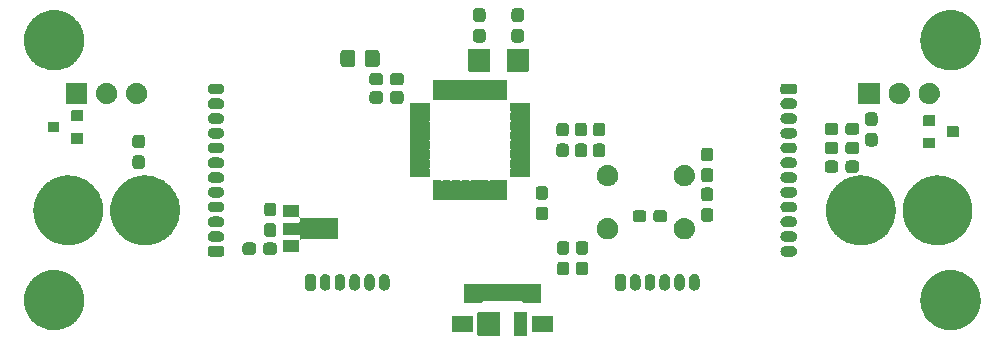
<source format=gts>
G04 #@! TF.GenerationSoftware,KiCad,Pcbnew,5.99.0-unknown-c7daca1~86~ubuntu18.04.1*
G04 #@! TF.CreationDate,2020-03-26T16:36:10-03:00*
G04 #@! TF.ProjectId,DPL,44504c2e-6b69-4636-9164-5f7063625858,rev?*
G04 #@! TF.SameCoordinates,Original*
G04 #@! TF.FileFunction,Soldermask,Top*
G04 #@! TF.FilePolarity,Negative*
%FSLAX46Y46*%
G04 Gerber Fmt 4.6, Leading zero omitted, Abs format (unit mm)*
G04 Created by KiCad (PCBNEW 5.99.0-unknown-c7daca1~86~ubuntu18.04.1) date 2020-03-26 16:36:10*
%MOMM*%
%LPD*%
G01*
G04 APERTURE LIST*
G04 APERTURE END LIST*
G36*
X143319899Y-141526959D02*
G01*
X143336769Y-141538231D01*
X143348041Y-141555101D01*
X143354448Y-141587312D01*
X143354448Y-143462688D01*
X143351999Y-143475000D01*
X143348041Y-143494899D01*
X143336769Y-143511769D01*
X143319899Y-143523041D01*
X143300000Y-143526999D01*
X143287688Y-143529448D01*
X142312312Y-143529448D01*
X142280101Y-143523041D01*
X142263231Y-143511769D01*
X142251959Y-143494899D01*
X142245552Y-143462688D01*
X142245552Y-141587312D01*
X142251959Y-141555101D01*
X142263231Y-141538231D01*
X142280101Y-141526959D01*
X142312312Y-141520552D01*
X143287688Y-141520552D01*
X143319899Y-141526959D01*
G37*
G36*
X141019899Y-141526959D02*
G01*
X141036769Y-141538231D01*
X141048041Y-141555101D01*
X141054448Y-141587312D01*
X141054448Y-143462688D01*
X141051999Y-143475000D01*
X141048041Y-143494899D01*
X141036769Y-143511769D01*
X141019899Y-143523041D01*
X141000000Y-143526999D01*
X140987688Y-143529448D01*
X139212312Y-143529448D01*
X139180101Y-143523041D01*
X139163231Y-143511769D01*
X139151959Y-143494899D01*
X139145552Y-143462688D01*
X139145552Y-141587312D01*
X139151959Y-141555101D01*
X139163231Y-141538231D01*
X139180101Y-141526959D01*
X139212312Y-141520552D01*
X140987688Y-141520552D01*
X141019899Y-141526959D01*
G37*
G36*
X138719899Y-141826959D02*
G01*
X138736769Y-141838231D01*
X138748041Y-141855101D01*
X138754448Y-141887312D01*
X138754448Y-143162688D01*
X138751999Y-143175000D01*
X138748041Y-143194899D01*
X138736769Y-143211769D01*
X138719899Y-143223041D01*
X138700000Y-143226999D01*
X138687688Y-143229448D01*
X137062312Y-143229448D01*
X137030101Y-143223041D01*
X137013231Y-143211769D01*
X137001959Y-143194899D01*
X136995552Y-143162688D01*
X136995552Y-141887312D01*
X137001959Y-141855101D01*
X137013231Y-141838231D01*
X137030101Y-141826959D01*
X137062312Y-141820552D01*
X138687688Y-141820552D01*
X138719899Y-141826959D01*
G37*
G36*
X145469899Y-141826959D02*
G01*
X145486769Y-141838231D01*
X145498041Y-141855101D01*
X145504448Y-141887312D01*
X145504448Y-143162688D01*
X145501999Y-143175000D01*
X145498041Y-143194899D01*
X145486769Y-143211769D01*
X145469899Y-143223041D01*
X145450000Y-143226999D01*
X145437688Y-143229448D01*
X143812312Y-143229448D01*
X143780101Y-143223041D01*
X143763231Y-143211769D01*
X143751959Y-143194899D01*
X143745552Y-143162688D01*
X143745552Y-141887312D01*
X143751959Y-141855101D01*
X143763231Y-141838231D01*
X143780101Y-141826959D01*
X143812312Y-141820552D01*
X145437688Y-141820552D01*
X145469899Y-141826959D01*
G37*
G36*
X179256864Y-137947535D02*
G01*
X179311487Y-137946581D01*
X179415543Y-137957518D01*
X179520357Y-137964112D01*
X179571983Y-137973960D01*
X179621836Y-137979200D01*
X179728308Y-138003781D01*
X179835662Y-138024260D01*
X179881442Y-138039135D01*
X179925897Y-138049398D01*
X180032958Y-138088365D01*
X180140942Y-138123451D01*
X180180504Y-138142067D01*
X180219146Y-138156132D01*
X180324869Y-138210001D01*
X180431383Y-138260122D01*
X180464555Y-138281174D01*
X180497194Y-138297804D01*
X180599555Y-138366848D01*
X180702404Y-138432118D01*
X180729261Y-138454336D01*
X180755901Y-138472305D01*
X180852757Y-138556500D01*
X180949732Y-138636725D01*
X180970562Y-138658907D01*
X180991422Y-138677040D01*
X181080665Y-138776155D01*
X181169465Y-138870717D01*
X181184741Y-138891743D01*
X181200229Y-138908944D01*
X181279764Y-139022531D01*
X181358138Y-139130404D01*
X181368516Y-139149281D01*
X181379222Y-139164571D01*
X181446989Y-139292023D01*
X181512777Y-139411690D01*
X181519075Y-139427598D01*
X181525725Y-139440104D01*
X181579764Y-139580879D01*
X181630941Y-139710139D01*
X181634091Y-139722406D01*
X181637560Y-139731444D01*
X181676111Y-139886066D01*
X181710768Y-140021045D01*
X181711798Y-140029199D01*
X181713054Y-140034236D01*
X181734511Y-140208992D01*
X181750999Y-140339505D01*
X181750999Y-140660495D01*
X181740345Y-140744834D01*
X181739137Y-140790948D01*
X181722851Y-140883311D01*
X181710768Y-140978955D01*
X181695501Y-141038415D01*
X181685232Y-141096654D01*
X181655992Y-141192294D01*
X181630941Y-141289861D01*
X181609966Y-141342837D01*
X181593995Y-141395077D01*
X181551441Y-141490656D01*
X181512777Y-141588310D01*
X181487458Y-141634365D01*
X181467068Y-141680162D01*
X181410781Y-141773839D01*
X181358138Y-141869596D01*
X181329849Y-141908533D01*
X181306343Y-141947653D01*
X181236181Y-142037456D01*
X181169465Y-142129283D01*
X181139542Y-142161148D01*
X181114225Y-142193552D01*
X181030327Y-142277450D01*
X180949732Y-142363275D01*
X180919454Y-142388323D01*
X180893552Y-142414225D01*
X180796253Y-142490244D01*
X180702404Y-142567882D01*
X180672981Y-142586554D01*
X180647653Y-142606343D01*
X180537621Y-142672457D01*
X180431383Y-142739878D01*
X180403856Y-142752831D01*
X180380162Y-142767068D01*
X180258322Y-142821314D01*
X180140942Y-142876549D01*
X180116220Y-142884582D01*
X180095077Y-142893995D01*
X179962511Y-142934524D01*
X179835662Y-142975740D01*
X179814492Y-142979778D01*
X179796654Y-142985232D01*
X179654551Y-143010289D01*
X179520357Y-143035888D01*
X179503281Y-143036962D01*
X179489332Y-143039422D01*
X179338751Y-143047314D01*
X179200000Y-143056043D01*
X179187359Y-143055248D01*
X179177698Y-143055754D01*
X179018827Y-143044645D01*
X178879643Y-143035888D01*
X178871565Y-143034347D01*
X178866387Y-143033985D01*
X178693581Y-143000394D01*
X178564338Y-142975740D01*
X178560753Y-142974575D01*
X178560068Y-142974442D01*
X178263274Y-142878008D01*
X178262644Y-142877714D01*
X178259058Y-142876549D01*
X178139856Y-142820457D01*
X177980454Y-142746126D01*
X177976061Y-142743381D01*
X177968617Y-142739878D01*
X177850860Y-142665147D01*
X177715808Y-142580757D01*
X177708288Y-142574667D01*
X177697596Y-142567882D01*
X177590514Y-142479297D01*
X177473298Y-142384377D01*
X177463455Y-142374184D01*
X177450268Y-142363275D01*
X177356744Y-142263682D01*
X177256514Y-142159891D01*
X177245287Y-142144992D01*
X177230535Y-142129283D01*
X177152157Y-142021405D01*
X177068711Y-141910668D01*
X177057134Y-141890617D01*
X177041862Y-141869596D01*
X176979377Y-141755937D01*
X176912680Y-141640414D01*
X176901880Y-141614971D01*
X176887223Y-141588310D01*
X176840899Y-141471308D01*
X176790750Y-141353165D01*
X176781892Y-141322273D01*
X176769059Y-141289861D01*
X176738765Y-141171873D01*
X176704731Y-141053184D01*
X176699000Y-141016998D01*
X176689232Y-140978955D01*
X176674483Y-140862202D01*
X176655915Y-140744970D01*
X176654480Y-140703863D01*
X176649001Y-140660495D01*
X176649001Y-140546960D01*
X176645025Y-140433091D01*
X176649001Y-140387644D01*
X176649001Y-140339505D01*
X176662698Y-140231081D01*
X176672222Y-140122221D01*
X176682646Y-140073182D01*
X176689232Y-140021045D01*
X176715346Y-139919338D01*
X176737102Y-139816983D01*
X176754891Y-139765320D01*
X176769059Y-139710139D01*
X176806136Y-139616493D01*
X176838702Y-139521914D01*
X176864629Y-139468755D01*
X176887223Y-139411690D01*
X176933659Y-139327224D01*
X176975499Y-139241439D01*
X177010173Y-139188046D01*
X177041862Y-139130404D01*
X177095969Y-139055932D01*
X177145459Y-138979724D01*
X177189277Y-138927504D01*
X177230535Y-138870717D01*
X177290587Y-138806768D01*
X177346051Y-138740669D01*
X177399201Y-138691105D01*
X177450268Y-138636725D01*
X177514499Y-138583589D01*
X177574281Y-138527841D01*
X177636746Y-138482458D01*
X177697596Y-138432118D01*
X177764274Y-138389803D01*
X177826739Y-138344419D01*
X177898232Y-138304790D01*
X177968617Y-138260122D01*
X178036119Y-138228358D01*
X178099683Y-138193124D01*
X178179683Y-138160802D01*
X178259058Y-138123451D01*
X178325822Y-138101758D01*
X178389014Y-138076227D01*
X178476764Y-138052714D01*
X178564338Y-138024260D01*
X178628970Y-138011931D01*
X178690443Y-137995459D01*
X178784923Y-137982181D01*
X178879643Y-137964112D01*
X178940926Y-137960256D01*
X178999475Y-137952028D01*
X179099458Y-137950283D01*
X179200000Y-137943957D01*
X179256864Y-137947535D01*
G37*
G36*
X103356864Y-137947535D02*
G01*
X103411487Y-137946581D01*
X103515543Y-137957518D01*
X103620357Y-137964112D01*
X103671983Y-137973960D01*
X103721836Y-137979200D01*
X103828308Y-138003781D01*
X103935662Y-138024260D01*
X103981442Y-138039135D01*
X104025897Y-138049398D01*
X104132958Y-138088365D01*
X104240942Y-138123451D01*
X104280504Y-138142067D01*
X104319146Y-138156132D01*
X104424869Y-138210001D01*
X104531383Y-138260122D01*
X104564555Y-138281174D01*
X104597194Y-138297804D01*
X104699555Y-138366848D01*
X104802404Y-138432118D01*
X104829261Y-138454336D01*
X104855901Y-138472305D01*
X104952757Y-138556500D01*
X105049732Y-138636725D01*
X105070562Y-138658907D01*
X105091422Y-138677040D01*
X105180665Y-138776155D01*
X105269465Y-138870717D01*
X105284741Y-138891743D01*
X105300229Y-138908944D01*
X105379764Y-139022531D01*
X105458138Y-139130404D01*
X105468516Y-139149281D01*
X105479222Y-139164571D01*
X105546989Y-139292023D01*
X105612777Y-139411690D01*
X105619075Y-139427598D01*
X105625725Y-139440104D01*
X105679764Y-139580879D01*
X105730941Y-139710139D01*
X105734091Y-139722406D01*
X105737560Y-139731444D01*
X105776111Y-139886066D01*
X105810768Y-140021045D01*
X105811798Y-140029199D01*
X105813054Y-140034236D01*
X105834511Y-140208992D01*
X105850999Y-140339505D01*
X105850999Y-140660495D01*
X105840345Y-140744834D01*
X105839137Y-140790948D01*
X105822851Y-140883311D01*
X105810768Y-140978955D01*
X105795501Y-141038415D01*
X105785232Y-141096654D01*
X105755992Y-141192294D01*
X105730941Y-141289861D01*
X105709966Y-141342837D01*
X105693995Y-141395077D01*
X105651441Y-141490656D01*
X105612777Y-141588310D01*
X105587458Y-141634365D01*
X105567068Y-141680162D01*
X105510781Y-141773839D01*
X105458138Y-141869596D01*
X105429849Y-141908533D01*
X105406343Y-141947653D01*
X105336181Y-142037456D01*
X105269465Y-142129283D01*
X105239542Y-142161148D01*
X105214225Y-142193552D01*
X105130327Y-142277450D01*
X105049732Y-142363275D01*
X105019454Y-142388323D01*
X104993552Y-142414225D01*
X104896253Y-142490244D01*
X104802404Y-142567882D01*
X104772981Y-142586554D01*
X104747653Y-142606343D01*
X104637621Y-142672457D01*
X104531383Y-142739878D01*
X104503856Y-142752831D01*
X104480162Y-142767068D01*
X104358322Y-142821314D01*
X104240942Y-142876549D01*
X104216220Y-142884582D01*
X104195077Y-142893995D01*
X104062511Y-142934524D01*
X103935662Y-142975740D01*
X103914492Y-142979778D01*
X103896654Y-142985232D01*
X103754551Y-143010289D01*
X103620357Y-143035888D01*
X103603281Y-143036962D01*
X103589332Y-143039422D01*
X103438751Y-143047314D01*
X103300000Y-143056043D01*
X103287359Y-143055248D01*
X103277698Y-143055754D01*
X103118827Y-143044645D01*
X102979643Y-143035888D01*
X102971565Y-143034347D01*
X102966387Y-143033985D01*
X102793581Y-143000394D01*
X102664338Y-142975740D01*
X102660753Y-142974575D01*
X102660068Y-142974442D01*
X102363274Y-142878008D01*
X102362644Y-142877714D01*
X102359058Y-142876549D01*
X102239856Y-142820457D01*
X102080454Y-142746126D01*
X102076061Y-142743381D01*
X102068617Y-142739878D01*
X101950860Y-142665147D01*
X101815808Y-142580757D01*
X101808288Y-142574667D01*
X101797596Y-142567882D01*
X101690514Y-142479297D01*
X101573298Y-142384377D01*
X101563455Y-142374184D01*
X101550268Y-142363275D01*
X101456744Y-142263682D01*
X101356514Y-142159891D01*
X101345287Y-142144992D01*
X101330535Y-142129283D01*
X101252157Y-142021405D01*
X101168711Y-141910668D01*
X101157134Y-141890617D01*
X101141862Y-141869596D01*
X101079377Y-141755937D01*
X101012680Y-141640414D01*
X101001880Y-141614971D01*
X100987223Y-141588310D01*
X100940899Y-141471308D01*
X100890750Y-141353165D01*
X100881892Y-141322273D01*
X100869059Y-141289861D01*
X100838765Y-141171873D01*
X100804731Y-141053184D01*
X100799000Y-141016998D01*
X100789232Y-140978955D01*
X100774483Y-140862202D01*
X100755915Y-140744970D01*
X100754480Y-140703863D01*
X100749001Y-140660495D01*
X100749001Y-140546960D01*
X100745025Y-140433091D01*
X100749001Y-140387644D01*
X100749001Y-140339505D01*
X100762698Y-140231081D01*
X100772222Y-140122221D01*
X100782646Y-140073182D01*
X100789232Y-140021045D01*
X100815346Y-139919338D01*
X100837102Y-139816983D01*
X100854891Y-139765320D01*
X100869059Y-139710139D01*
X100906136Y-139616493D01*
X100938702Y-139521914D01*
X100964629Y-139468755D01*
X100987223Y-139411690D01*
X101033659Y-139327224D01*
X101075499Y-139241439D01*
X101110173Y-139188046D01*
X101141862Y-139130404D01*
X101195969Y-139055932D01*
X101245459Y-138979724D01*
X101289277Y-138927504D01*
X101330535Y-138870717D01*
X101390587Y-138806768D01*
X101446051Y-138740669D01*
X101499201Y-138691105D01*
X101550268Y-138636725D01*
X101614499Y-138583589D01*
X101674281Y-138527841D01*
X101736746Y-138482458D01*
X101797596Y-138432118D01*
X101864274Y-138389803D01*
X101926739Y-138344419D01*
X101998232Y-138304790D01*
X102068617Y-138260122D01*
X102136119Y-138228358D01*
X102199683Y-138193124D01*
X102279683Y-138160802D01*
X102359058Y-138123451D01*
X102425822Y-138101758D01*
X102489014Y-138076227D01*
X102576764Y-138052714D01*
X102664338Y-138024260D01*
X102728970Y-138011931D01*
X102790443Y-137995459D01*
X102884923Y-137982181D01*
X102979643Y-137964112D01*
X103040926Y-137960256D01*
X103099475Y-137952028D01*
X103199458Y-137950283D01*
X103300000Y-137943957D01*
X103356864Y-137947535D01*
G37*
G36*
X139475000Y-139123001D02*
G01*
X139494899Y-139126959D01*
X139511769Y-139138231D01*
X139511770Y-139138232D01*
X139530555Y-139150784D01*
X139597770Y-139171829D01*
X139669445Y-139150784D01*
X139688230Y-139138232D01*
X139688231Y-139138231D01*
X139705101Y-139126959D01*
X139725000Y-139123001D01*
X139737312Y-139120552D01*
X140162688Y-139120552D01*
X140194900Y-139126959D01*
X140205555Y-139134079D01*
X140272770Y-139155125D01*
X140344445Y-139134079D01*
X140355100Y-139126959D01*
X140387312Y-139120552D01*
X140812688Y-139120552D01*
X140844900Y-139126959D01*
X140855555Y-139134079D01*
X140922770Y-139155125D01*
X140994445Y-139134079D01*
X141005100Y-139126959D01*
X141037312Y-139120552D01*
X141462688Y-139120552D01*
X141494900Y-139126959D01*
X141505555Y-139134079D01*
X141572770Y-139155125D01*
X141644445Y-139134079D01*
X141655100Y-139126959D01*
X141687312Y-139120552D01*
X142112688Y-139120552D01*
X142144900Y-139126959D01*
X142155555Y-139134079D01*
X142222770Y-139155125D01*
X142294445Y-139134079D01*
X142305100Y-139126959D01*
X142337312Y-139120552D01*
X142762688Y-139120552D01*
X142775000Y-139123001D01*
X142794899Y-139126959D01*
X142811769Y-139138231D01*
X142811770Y-139138232D01*
X142830555Y-139150784D01*
X142897770Y-139171829D01*
X142969445Y-139150784D01*
X142988230Y-139138232D01*
X142988231Y-139138231D01*
X143005101Y-139126959D01*
X143025000Y-139123001D01*
X143037312Y-139120552D01*
X144437688Y-139120552D01*
X144469899Y-139126959D01*
X144486769Y-139138231D01*
X144498041Y-139155101D01*
X144504448Y-139187312D01*
X144504448Y-140712688D01*
X144501999Y-140725000D01*
X144498041Y-140744899D01*
X144486769Y-140761769D01*
X144469899Y-140773041D01*
X144450000Y-140776999D01*
X144437688Y-140779448D01*
X143037312Y-140779448D01*
X143005101Y-140773041D01*
X142988231Y-140761769D01*
X142976959Y-140744899D01*
X142968150Y-140700613D01*
X142965172Y-140701205D01*
X142950709Y-140651949D01*
X142897479Y-140605826D01*
X142827764Y-140595802D01*
X142819443Y-140598991D01*
X142819284Y-140598190D01*
X142794900Y-140603040D01*
X142794899Y-140603041D01*
X142775000Y-140606999D01*
X142762688Y-140609448D01*
X142337312Y-140609448D01*
X142305100Y-140603041D01*
X142294445Y-140595921D01*
X142227230Y-140574875D01*
X142155555Y-140595921D01*
X142144900Y-140603041D01*
X142112688Y-140609448D01*
X141687312Y-140609448D01*
X141655100Y-140603041D01*
X141644445Y-140595921D01*
X141577230Y-140574875D01*
X141505555Y-140595921D01*
X141494900Y-140603041D01*
X141462688Y-140609448D01*
X141037312Y-140609448D01*
X141005100Y-140603041D01*
X140994445Y-140595921D01*
X140927230Y-140574875D01*
X140855555Y-140595921D01*
X140844900Y-140603041D01*
X140812688Y-140609448D01*
X140387312Y-140609448D01*
X140355100Y-140603041D01*
X140344445Y-140595921D01*
X140277230Y-140574875D01*
X140205555Y-140595921D01*
X140194900Y-140603041D01*
X140162688Y-140609448D01*
X139737312Y-140609448D01*
X139725000Y-140606999D01*
X139705101Y-140603041D01*
X139705100Y-140603040D01*
X139680716Y-140598190D01*
X139679989Y-140601847D01*
X139656701Y-140594550D01*
X139588774Y-140613172D01*
X139541699Y-140665561D01*
X139533660Y-140700973D01*
X139531850Y-140700613D01*
X139526999Y-140725000D01*
X139523041Y-140744899D01*
X139511769Y-140761769D01*
X139494899Y-140773041D01*
X139475000Y-140776999D01*
X139462688Y-140779448D01*
X138062312Y-140779448D01*
X138030101Y-140773041D01*
X138013231Y-140761769D01*
X138001959Y-140744899D01*
X137995552Y-140712688D01*
X137995552Y-139187312D01*
X138001959Y-139155101D01*
X138013231Y-139138231D01*
X138030101Y-139126959D01*
X138062312Y-139120552D01*
X139462688Y-139120552D01*
X139475000Y-139123001D01*
G37*
G36*
X130030648Y-138299144D02*
G01*
X130067346Y-138299368D01*
X130094867Y-138307598D01*
X130117735Y-138310609D01*
X130150982Y-138324380D01*
X130191117Y-138336383D01*
X130210871Y-138349187D01*
X130227445Y-138356052D01*
X130259988Y-138381023D01*
X130299524Y-138406649D01*
X130311504Y-138420552D01*
X130321657Y-138428343D01*
X130349639Y-138464810D01*
X130383852Y-138504516D01*
X130389299Y-138516497D01*
X130393948Y-138522555D01*
X130413337Y-138569364D01*
X130437323Y-138622118D01*
X130438451Y-138629995D01*
X130439391Y-138632264D01*
X130446394Y-138685462D01*
X130451000Y-138717621D01*
X130451000Y-139281027D01*
X130449373Y-139291914D01*
X130439391Y-139367736D01*
X130437279Y-139372834D01*
X130435728Y-139383215D01*
X130412385Y-139432934D01*
X130393948Y-139477445D01*
X130387608Y-139485707D01*
X130380825Y-139500155D01*
X130348023Y-139537296D01*
X130321657Y-139571657D01*
X130309306Y-139581134D01*
X130295307Y-139596985D01*
X130257842Y-139620623D01*
X130227445Y-139643948D01*
X130208319Y-139651870D01*
X130186050Y-139665921D01*
X130148464Y-139676663D01*
X130117736Y-139689391D01*
X130092138Y-139692761D01*
X130061837Y-139701421D01*
X130027931Y-139701214D01*
X130000000Y-139704891D01*
X129969352Y-139700856D01*
X129932654Y-139700632D01*
X129905133Y-139692402D01*
X129882265Y-139689391D01*
X129849018Y-139675620D01*
X129808883Y-139663617D01*
X129789130Y-139650813D01*
X129772555Y-139643948D01*
X129740011Y-139618976D01*
X129700477Y-139593351D01*
X129688497Y-139579448D01*
X129678344Y-139571657D01*
X129650363Y-139535191D01*
X129616149Y-139495484D01*
X129610701Y-139483503D01*
X129606054Y-139477446D01*
X129586667Y-139430642D01*
X129562678Y-139377882D01*
X129561550Y-139370006D01*
X129560609Y-139367734D01*
X129553595Y-139314461D01*
X129549001Y-139282379D01*
X129549001Y-139279563D01*
X129549000Y-139279555D01*
X129549000Y-138718974D01*
X129550627Y-138708087D01*
X129560609Y-138632265D01*
X129562721Y-138627167D01*
X129564272Y-138616786D01*
X129587615Y-138567067D01*
X129606052Y-138522556D01*
X129612392Y-138514294D01*
X129619175Y-138499846D01*
X129651980Y-138462701D01*
X129678344Y-138428343D01*
X129690692Y-138418868D01*
X129704693Y-138403015D01*
X129742159Y-138379375D01*
X129772555Y-138356052D01*
X129791681Y-138348130D01*
X129813950Y-138334079D01*
X129851536Y-138323337D01*
X129882264Y-138310609D01*
X129907862Y-138307239D01*
X129938163Y-138298579D01*
X129972069Y-138298786D01*
X130000000Y-138295109D01*
X130030648Y-138299144D01*
G37*
G36*
X131280648Y-138299144D02*
G01*
X131317346Y-138299368D01*
X131344867Y-138307598D01*
X131367735Y-138310609D01*
X131400982Y-138324380D01*
X131441117Y-138336383D01*
X131460871Y-138349187D01*
X131477445Y-138356052D01*
X131509988Y-138381023D01*
X131549524Y-138406649D01*
X131561504Y-138420552D01*
X131571657Y-138428343D01*
X131599639Y-138464810D01*
X131633852Y-138504516D01*
X131639299Y-138516497D01*
X131643948Y-138522555D01*
X131663337Y-138569364D01*
X131687323Y-138622118D01*
X131688451Y-138629995D01*
X131689391Y-138632264D01*
X131696394Y-138685462D01*
X131701000Y-138717621D01*
X131701000Y-139281027D01*
X131699373Y-139291914D01*
X131689391Y-139367736D01*
X131687279Y-139372834D01*
X131685728Y-139383215D01*
X131662385Y-139432934D01*
X131643948Y-139477445D01*
X131637608Y-139485707D01*
X131630825Y-139500155D01*
X131598023Y-139537296D01*
X131571657Y-139571657D01*
X131559306Y-139581134D01*
X131545307Y-139596985D01*
X131507842Y-139620623D01*
X131477445Y-139643948D01*
X131458319Y-139651870D01*
X131436050Y-139665921D01*
X131398464Y-139676663D01*
X131367736Y-139689391D01*
X131342138Y-139692761D01*
X131311837Y-139701421D01*
X131277931Y-139701214D01*
X131250000Y-139704891D01*
X131219352Y-139700856D01*
X131182654Y-139700632D01*
X131155133Y-139692402D01*
X131132265Y-139689391D01*
X131099018Y-139675620D01*
X131058883Y-139663617D01*
X131039130Y-139650813D01*
X131022555Y-139643948D01*
X130990011Y-139618976D01*
X130950477Y-139593351D01*
X130938497Y-139579448D01*
X130928344Y-139571657D01*
X130900363Y-139535191D01*
X130866149Y-139495484D01*
X130860701Y-139483503D01*
X130856054Y-139477446D01*
X130836667Y-139430642D01*
X130812678Y-139377882D01*
X130811550Y-139370006D01*
X130810609Y-139367734D01*
X130803595Y-139314461D01*
X130799001Y-139282379D01*
X130799001Y-139279563D01*
X130799000Y-139279555D01*
X130799000Y-138718974D01*
X130800627Y-138708087D01*
X130810609Y-138632265D01*
X130812721Y-138627167D01*
X130814272Y-138616786D01*
X130837615Y-138567067D01*
X130856052Y-138522556D01*
X130862392Y-138514294D01*
X130869175Y-138499846D01*
X130901980Y-138462701D01*
X130928344Y-138428343D01*
X130940692Y-138418868D01*
X130954693Y-138403015D01*
X130992159Y-138379375D01*
X131022555Y-138356052D01*
X131041681Y-138348130D01*
X131063950Y-138334079D01*
X131101536Y-138323337D01*
X131132264Y-138310609D01*
X131157862Y-138307239D01*
X131188163Y-138298579D01*
X131222069Y-138298786D01*
X131250000Y-138295109D01*
X131280648Y-138299144D01*
G37*
G36*
X157530648Y-138299144D02*
G01*
X157567346Y-138299368D01*
X157594867Y-138307598D01*
X157617735Y-138310609D01*
X157650982Y-138324380D01*
X157691117Y-138336383D01*
X157710871Y-138349187D01*
X157727445Y-138356052D01*
X157759988Y-138381023D01*
X157799524Y-138406649D01*
X157811504Y-138420552D01*
X157821657Y-138428343D01*
X157849639Y-138464810D01*
X157883852Y-138504516D01*
X157889299Y-138516497D01*
X157893948Y-138522555D01*
X157913337Y-138569364D01*
X157937323Y-138622118D01*
X157938451Y-138629995D01*
X157939391Y-138632264D01*
X157946394Y-138685462D01*
X157951000Y-138717621D01*
X157951000Y-139281027D01*
X157949373Y-139291914D01*
X157939391Y-139367736D01*
X157937279Y-139372834D01*
X157935728Y-139383215D01*
X157912385Y-139432934D01*
X157893948Y-139477445D01*
X157887608Y-139485707D01*
X157880825Y-139500155D01*
X157848023Y-139537296D01*
X157821657Y-139571657D01*
X157809306Y-139581134D01*
X157795307Y-139596985D01*
X157757842Y-139620623D01*
X157727445Y-139643948D01*
X157708319Y-139651870D01*
X157686050Y-139665921D01*
X157648464Y-139676663D01*
X157617736Y-139689391D01*
X157592138Y-139692761D01*
X157561837Y-139701421D01*
X157527931Y-139701214D01*
X157500000Y-139704891D01*
X157469352Y-139700856D01*
X157432654Y-139700632D01*
X157405133Y-139692402D01*
X157382265Y-139689391D01*
X157349018Y-139675620D01*
X157308883Y-139663617D01*
X157289130Y-139650813D01*
X157272555Y-139643948D01*
X157240011Y-139618976D01*
X157200477Y-139593351D01*
X157188497Y-139579448D01*
X157178344Y-139571657D01*
X157150363Y-139535191D01*
X157116149Y-139495484D01*
X157110701Y-139483503D01*
X157106054Y-139477446D01*
X157086667Y-139430642D01*
X157062678Y-139377882D01*
X157061550Y-139370006D01*
X157060609Y-139367734D01*
X157053595Y-139314461D01*
X157049001Y-139282379D01*
X157049001Y-139279563D01*
X157049000Y-139279555D01*
X157049000Y-138718974D01*
X157050627Y-138708087D01*
X157060609Y-138632265D01*
X157062721Y-138627167D01*
X157064272Y-138616786D01*
X157087615Y-138567067D01*
X157106052Y-138522556D01*
X157112392Y-138514294D01*
X157119175Y-138499846D01*
X157151980Y-138462701D01*
X157178344Y-138428343D01*
X157190692Y-138418868D01*
X157204693Y-138403015D01*
X157242159Y-138379375D01*
X157272555Y-138356052D01*
X157291681Y-138348130D01*
X157313950Y-138334079D01*
X157351536Y-138323337D01*
X157382264Y-138310609D01*
X157407862Y-138307239D01*
X157438163Y-138298579D01*
X157472069Y-138298786D01*
X157500000Y-138295109D01*
X157530648Y-138299144D01*
G37*
G36*
X156280648Y-138299144D02*
G01*
X156317346Y-138299368D01*
X156344867Y-138307598D01*
X156367735Y-138310609D01*
X156400982Y-138324380D01*
X156441117Y-138336383D01*
X156460871Y-138349187D01*
X156477445Y-138356052D01*
X156509988Y-138381023D01*
X156549524Y-138406649D01*
X156561504Y-138420552D01*
X156571657Y-138428343D01*
X156599639Y-138464810D01*
X156633852Y-138504516D01*
X156639299Y-138516497D01*
X156643948Y-138522555D01*
X156663337Y-138569364D01*
X156687323Y-138622118D01*
X156688451Y-138629995D01*
X156689391Y-138632264D01*
X156696394Y-138685462D01*
X156701000Y-138717621D01*
X156701000Y-139281027D01*
X156699373Y-139291914D01*
X156689391Y-139367736D01*
X156687279Y-139372834D01*
X156685728Y-139383215D01*
X156662385Y-139432934D01*
X156643948Y-139477445D01*
X156637608Y-139485707D01*
X156630825Y-139500155D01*
X156598023Y-139537296D01*
X156571657Y-139571657D01*
X156559306Y-139581134D01*
X156545307Y-139596985D01*
X156507842Y-139620623D01*
X156477445Y-139643948D01*
X156458319Y-139651870D01*
X156436050Y-139665921D01*
X156398464Y-139676663D01*
X156367736Y-139689391D01*
X156342138Y-139692761D01*
X156311837Y-139701421D01*
X156277931Y-139701214D01*
X156250000Y-139704891D01*
X156219352Y-139700856D01*
X156182654Y-139700632D01*
X156155133Y-139692402D01*
X156132265Y-139689391D01*
X156099018Y-139675620D01*
X156058883Y-139663617D01*
X156039130Y-139650813D01*
X156022555Y-139643948D01*
X155990011Y-139618976D01*
X155950477Y-139593351D01*
X155938497Y-139579448D01*
X155928344Y-139571657D01*
X155900363Y-139535191D01*
X155866149Y-139495484D01*
X155860701Y-139483503D01*
X155856054Y-139477446D01*
X155836667Y-139430642D01*
X155812678Y-139377882D01*
X155811550Y-139370006D01*
X155810609Y-139367734D01*
X155803595Y-139314461D01*
X155799001Y-139282379D01*
X155799001Y-139279563D01*
X155799000Y-139279555D01*
X155799000Y-138718974D01*
X155800627Y-138708087D01*
X155810609Y-138632265D01*
X155812721Y-138627167D01*
X155814272Y-138616786D01*
X155837615Y-138567067D01*
X155856052Y-138522556D01*
X155862392Y-138514294D01*
X155869175Y-138499846D01*
X155901980Y-138462701D01*
X155928344Y-138428343D01*
X155940692Y-138418868D01*
X155954693Y-138403015D01*
X155992159Y-138379375D01*
X156022555Y-138356052D01*
X156041681Y-138348130D01*
X156063950Y-138334079D01*
X156101536Y-138323337D01*
X156132264Y-138310609D01*
X156157862Y-138307239D01*
X156188163Y-138298579D01*
X156222069Y-138298786D01*
X156250000Y-138295109D01*
X156280648Y-138299144D01*
G37*
G36*
X128780648Y-138299144D02*
G01*
X128817346Y-138299368D01*
X128844867Y-138307598D01*
X128867735Y-138310609D01*
X128900982Y-138324380D01*
X128941117Y-138336383D01*
X128960871Y-138349187D01*
X128977445Y-138356052D01*
X129009988Y-138381023D01*
X129049524Y-138406649D01*
X129061504Y-138420552D01*
X129071657Y-138428343D01*
X129099639Y-138464810D01*
X129133852Y-138504516D01*
X129139299Y-138516497D01*
X129143948Y-138522555D01*
X129163337Y-138569364D01*
X129187323Y-138622118D01*
X129188451Y-138629995D01*
X129189391Y-138632264D01*
X129196394Y-138685462D01*
X129201000Y-138717621D01*
X129201000Y-139281027D01*
X129199373Y-139291914D01*
X129189391Y-139367736D01*
X129187279Y-139372834D01*
X129185728Y-139383215D01*
X129162385Y-139432934D01*
X129143948Y-139477445D01*
X129137608Y-139485707D01*
X129130825Y-139500155D01*
X129098023Y-139537296D01*
X129071657Y-139571657D01*
X129059306Y-139581134D01*
X129045307Y-139596985D01*
X129007842Y-139620623D01*
X128977445Y-139643948D01*
X128958319Y-139651870D01*
X128936050Y-139665921D01*
X128898464Y-139676663D01*
X128867736Y-139689391D01*
X128842138Y-139692761D01*
X128811837Y-139701421D01*
X128777931Y-139701214D01*
X128750000Y-139704891D01*
X128719352Y-139700856D01*
X128682654Y-139700632D01*
X128655133Y-139692402D01*
X128632265Y-139689391D01*
X128599018Y-139675620D01*
X128558883Y-139663617D01*
X128539130Y-139650813D01*
X128522555Y-139643948D01*
X128490011Y-139618976D01*
X128450477Y-139593351D01*
X128438497Y-139579448D01*
X128428344Y-139571657D01*
X128400363Y-139535191D01*
X128366149Y-139495484D01*
X128360701Y-139483503D01*
X128356054Y-139477446D01*
X128336667Y-139430642D01*
X128312678Y-139377882D01*
X128311550Y-139370006D01*
X128310609Y-139367734D01*
X128303595Y-139314461D01*
X128299001Y-139282379D01*
X128299001Y-139279563D01*
X128299000Y-139279555D01*
X128299000Y-138718974D01*
X128300627Y-138708087D01*
X128310609Y-138632265D01*
X128312721Y-138627167D01*
X128314272Y-138616786D01*
X128337615Y-138567067D01*
X128356052Y-138522556D01*
X128362392Y-138514294D01*
X128369175Y-138499846D01*
X128401980Y-138462701D01*
X128428344Y-138428343D01*
X128440692Y-138418868D01*
X128454693Y-138403015D01*
X128492159Y-138379375D01*
X128522555Y-138356052D01*
X128541681Y-138348130D01*
X128563950Y-138334079D01*
X128601536Y-138323337D01*
X128632264Y-138310609D01*
X128657862Y-138307239D01*
X128688163Y-138298579D01*
X128722069Y-138298786D01*
X128750000Y-138295109D01*
X128780648Y-138299144D01*
G37*
G36*
X152530648Y-138299144D02*
G01*
X152567346Y-138299368D01*
X152594867Y-138307598D01*
X152617735Y-138310609D01*
X152650982Y-138324380D01*
X152691117Y-138336383D01*
X152710871Y-138349187D01*
X152727445Y-138356052D01*
X152759988Y-138381023D01*
X152799524Y-138406649D01*
X152811504Y-138420552D01*
X152821657Y-138428343D01*
X152849639Y-138464810D01*
X152883852Y-138504516D01*
X152889299Y-138516497D01*
X152893948Y-138522555D01*
X152913337Y-138569364D01*
X152937323Y-138622118D01*
X152938451Y-138629995D01*
X152939391Y-138632264D01*
X152946394Y-138685462D01*
X152951000Y-138717621D01*
X152951000Y-139281027D01*
X152949373Y-139291914D01*
X152939391Y-139367736D01*
X152937279Y-139372834D01*
X152935728Y-139383215D01*
X152912385Y-139432934D01*
X152893948Y-139477445D01*
X152887608Y-139485707D01*
X152880825Y-139500155D01*
X152848023Y-139537296D01*
X152821657Y-139571657D01*
X152809306Y-139581134D01*
X152795307Y-139596985D01*
X152757842Y-139620623D01*
X152727445Y-139643948D01*
X152708319Y-139651870D01*
X152686050Y-139665921D01*
X152648464Y-139676663D01*
X152617736Y-139689391D01*
X152592138Y-139692761D01*
X152561837Y-139701421D01*
X152527931Y-139701214D01*
X152500000Y-139704891D01*
X152469352Y-139700856D01*
X152432654Y-139700632D01*
X152405133Y-139692402D01*
X152382265Y-139689391D01*
X152349018Y-139675620D01*
X152308883Y-139663617D01*
X152289130Y-139650813D01*
X152272555Y-139643948D01*
X152240011Y-139618976D01*
X152200477Y-139593351D01*
X152188497Y-139579448D01*
X152178344Y-139571657D01*
X152150363Y-139535191D01*
X152116149Y-139495484D01*
X152110701Y-139483503D01*
X152106054Y-139477446D01*
X152086667Y-139430642D01*
X152062678Y-139377882D01*
X152061550Y-139370006D01*
X152060609Y-139367734D01*
X152053595Y-139314461D01*
X152049001Y-139282379D01*
X152049001Y-139279563D01*
X152049000Y-139279555D01*
X152049000Y-138718974D01*
X152050627Y-138708087D01*
X152060609Y-138632265D01*
X152062721Y-138627167D01*
X152064272Y-138616786D01*
X152087615Y-138567067D01*
X152106052Y-138522556D01*
X152112392Y-138514294D01*
X152119175Y-138499846D01*
X152151980Y-138462701D01*
X152178344Y-138428343D01*
X152190692Y-138418868D01*
X152204693Y-138403015D01*
X152242159Y-138379375D01*
X152272555Y-138356052D01*
X152291681Y-138348130D01*
X152313950Y-138334079D01*
X152351536Y-138323337D01*
X152382264Y-138310609D01*
X152407862Y-138307239D01*
X152438163Y-138298579D01*
X152472069Y-138298786D01*
X152500000Y-138295109D01*
X152530648Y-138299144D01*
G37*
G36*
X153780648Y-138299144D02*
G01*
X153817346Y-138299368D01*
X153844867Y-138307598D01*
X153867735Y-138310609D01*
X153900982Y-138324380D01*
X153941117Y-138336383D01*
X153960871Y-138349187D01*
X153977445Y-138356052D01*
X154009988Y-138381023D01*
X154049524Y-138406649D01*
X154061504Y-138420552D01*
X154071657Y-138428343D01*
X154099639Y-138464810D01*
X154133852Y-138504516D01*
X154139299Y-138516497D01*
X154143948Y-138522555D01*
X154163337Y-138569364D01*
X154187323Y-138622118D01*
X154188451Y-138629995D01*
X154189391Y-138632264D01*
X154196394Y-138685462D01*
X154201000Y-138717621D01*
X154201000Y-139281027D01*
X154199373Y-139291914D01*
X154189391Y-139367736D01*
X154187279Y-139372834D01*
X154185728Y-139383215D01*
X154162385Y-139432934D01*
X154143948Y-139477445D01*
X154137608Y-139485707D01*
X154130825Y-139500155D01*
X154098023Y-139537296D01*
X154071657Y-139571657D01*
X154059306Y-139581134D01*
X154045307Y-139596985D01*
X154007842Y-139620623D01*
X153977445Y-139643948D01*
X153958319Y-139651870D01*
X153936050Y-139665921D01*
X153898464Y-139676663D01*
X153867736Y-139689391D01*
X153842138Y-139692761D01*
X153811837Y-139701421D01*
X153777931Y-139701214D01*
X153750000Y-139704891D01*
X153719352Y-139700856D01*
X153682654Y-139700632D01*
X153655133Y-139692402D01*
X153632265Y-139689391D01*
X153599018Y-139675620D01*
X153558883Y-139663617D01*
X153539130Y-139650813D01*
X153522555Y-139643948D01*
X153490011Y-139618976D01*
X153450477Y-139593351D01*
X153438497Y-139579448D01*
X153428344Y-139571657D01*
X153400363Y-139535191D01*
X153366149Y-139495484D01*
X153360701Y-139483503D01*
X153356054Y-139477446D01*
X153336667Y-139430642D01*
X153312678Y-139377882D01*
X153311550Y-139370006D01*
X153310609Y-139367734D01*
X153303595Y-139314461D01*
X153299001Y-139282379D01*
X153299001Y-139279563D01*
X153299000Y-139279555D01*
X153299000Y-138718974D01*
X153300627Y-138708087D01*
X153310609Y-138632265D01*
X153312721Y-138627167D01*
X153314272Y-138616786D01*
X153337615Y-138567067D01*
X153356052Y-138522556D01*
X153362392Y-138514294D01*
X153369175Y-138499846D01*
X153401980Y-138462701D01*
X153428344Y-138428343D01*
X153440692Y-138418868D01*
X153454693Y-138403015D01*
X153492159Y-138379375D01*
X153522555Y-138356052D01*
X153541681Y-138348130D01*
X153563950Y-138334079D01*
X153601536Y-138323337D01*
X153632264Y-138310609D01*
X153657862Y-138307239D01*
X153688163Y-138298579D01*
X153722069Y-138298786D01*
X153750000Y-138295109D01*
X153780648Y-138299144D01*
G37*
G36*
X155030648Y-138299144D02*
G01*
X155067346Y-138299368D01*
X155094867Y-138307598D01*
X155117735Y-138310609D01*
X155150982Y-138324380D01*
X155191117Y-138336383D01*
X155210871Y-138349187D01*
X155227445Y-138356052D01*
X155259988Y-138381023D01*
X155299524Y-138406649D01*
X155311504Y-138420552D01*
X155321657Y-138428343D01*
X155349639Y-138464810D01*
X155383852Y-138504516D01*
X155389299Y-138516497D01*
X155393948Y-138522555D01*
X155413337Y-138569364D01*
X155437323Y-138622118D01*
X155438451Y-138629995D01*
X155439391Y-138632264D01*
X155446394Y-138685462D01*
X155451000Y-138717621D01*
X155451000Y-139281027D01*
X155449373Y-139291914D01*
X155439391Y-139367736D01*
X155437279Y-139372834D01*
X155435728Y-139383215D01*
X155412385Y-139432934D01*
X155393948Y-139477445D01*
X155387608Y-139485707D01*
X155380825Y-139500155D01*
X155348023Y-139537296D01*
X155321657Y-139571657D01*
X155309306Y-139581134D01*
X155295307Y-139596985D01*
X155257842Y-139620623D01*
X155227445Y-139643948D01*
X155208319Y-139651870D01*
X155186050Y-139665921D01*
X155148464Y-139676663D01*
X155117736Y-139689391D01*
X155092138Y-139692761D01*
X155061837Y-139701421D01*
X155027931Y-139701214D01*
X155000000Y-139704891D01*
X154969352Y-139700856D01*
X154932654Y-139700632D01*
X154905133Y-139692402D01*
X154882265Y-139689391D01*
X154849018Y-139675620D01*
X154808883Y-139663617D01*
X154789130Y-139650813D01*
X154772555Y-139643948D01*
X154740011Y-139618976D01*
X154700477Y-139593351D01*
X154688497Y-139579448D01*
X154678344Y-139571657D01*
X154650363Y-139535191D01*
X154616149Y-139495484D01*
X154610701Y-139483503D01*
X154606054Y-139477446D01*
X154586667Y-139430642D01*
X154562678Y-139377882D01*
X154561550Y-139370006D01*
X154560609Y-139367734D01*
X154553595Y-139314461D01*
X154549001Y-139282379D01*
X154549001Y-139279563D01*
X154549000Y-139279555D01*
X154549000Y-138718974D01*
X154550627Y-138708087D01*
X154560609Y-138632265D01*
X154562721Y-138627167D01*
X154564272Y-138616786D01*
X154587615Y-138567067D01*
X154606052Y-138522556D01*
X154612392Y-138514294D01*
X154619175Y-138499846D01*
X154651980Y-138462701D01*
X154678344Y-138428343D01*
X154690692Y-138418868D01*
X154704693Y-138403015D01*
X154742159Y-138379375D01*
X154772555Y-138356052D01*
X154791681Y-138348130D01*
X154813950Y-138334079D01*
X154851536Y-138323337D01*
X154882264Y-138310609D01*
X154907862Y-138307239D01*
X154938163Y-138298579D01*
X154972069Y-138298786D01*
X155000000Y-138295109D01*
X155030648Y-138299144D01*
G37*
G36*
X127530648Y-138299144D02*
G01*
X127567346Y-138299368D01*
X127594867Y-138307598D01*
X127617735Y-138310609D01*
X127650982Y-138324380D01*
X127691117Y-138336383D01*
X127710871Y-138349187D01*
X127727445Y-138356052D01*
X127759988Y-138381023D01*
X127799524Y-138406649D01*
X127811504Y-138420552D01*
X127821657Y-138428343D01*
X127849639Y-138464810D01*
X127883852Y-138504516D01*
X127889299Y-138516497D01*
X127893948Y-138522555D01*
X127913337Y-138569364D01*
X127937323Y-138622118D01*
X127938451Y-138629995D01*
X127939391Y-138632264D01*
X127946394Y-138685462D01*
X127951000Y-138717621D01*
X127951000Y-139281027D01*
X127949373Y-139291914D01*
X127939391Y-139367736D01*
X127937279Y-139372834D01*
X127935728Y-139383215D01*
X127912385Y-139432934D01*
X127893948Y-139477445D01*
X127887608Y-139485707D01*
X127880825Y-139500155D01*
X127848023Y-139537296D01*
X127821657Y-139571657D01*
X127809306Y-139581134D01*
X127795307Y-139596985D01*
X127757842Y-139620623D01*
X127727445Y-139643948D01*
X127708319Y-139651870D01*
X127686050Y-139665921D01*
X127648464Y-139676663D01*
X127617736Y-139689391D01*
X127592138Y-139692761D01*
X127561837Y-139701421D01*
X127527931Y-139701214D01*
X127500000Y-139704891D01*
X127469352Y-139700856D01*
X127432654Y-139700632D01*
X127405133Y-139692402D01*
X127382265Y-139689391D01*
X127349018Y-139675620D01*
X127308883Y-139663617D01*
X127289130Y-139650813D01*
X127272555Y-139643948D01*
X127240011Y-139618976D01*
X127200477Y-139593351D01*
X127188497Y-139579448D01*
X127178344Y-139571657D01*
X127150363Y-139535191D01*
X127116149Y-139495484D01*
X127110701Y-139483503D01*
X127106054Y-139477446D01*
X127086667Y-139430642D01*
X127062678Y-139377882D01*
X127061550Y-139370006D01*
X127060609Y-139367734D01*
X127053595Y-139314461D01*
X127049001Y-139282379D01*
X127049001Y-139279563D01*
X127049000Y-139279555D01*
X127049000Y-138718974D01*
X127050627Y-138708087D01*
X127060609Y-138632265D01*
X127062721Y-138627167D01*
X127064272Y-138616786D01*
X127087615Y-138567067D01*
X127106052Y-138522556D01*
X127112392Y-138514294D01*
X127119175Y-138499846D01*
X127151980Y-138462701D01*
X127178344Y-138428343D01*
X127190692Y-138418868D01*
X127204693Y-138403015D01*
X127242159Y-138379375D01*
X127272555Y-138356052D01*
X127291681Y-138348130D01*
X127313950Y-138334079D01*
X127351536Y-138323337D01*
X127382264Y-138310609D01*
X127407862Y-138307239D01*
X127438163Y-138298579D01*
X127472069Y-138298786D01*
X127500000Y-138295109D01*
X127530648Y-138299144D01*
G37*
G36*
X126280648Y-138299144D02*
G01*
X126317346Y-138299368D01*
X126344867Y-138307598D01*
X126367735Y-138310609D01*
X126400982Y-138324380D01*
X126441117Y-138336383D01*
X126460871Y-138349187D01*
X126477445Y-138356052D01*
X126509988Y-138381023D01*
X126549524Y-138406649D01*
X126561504Y-138420552D01*
X126571657Y-138428343D01*
X126599639Y-138464810D01*
X126633852Y-138504516D01*
X126639299Y-138516497D01*
X126643948Y-138522555D01*
X126663337Y-138569364D01*
X126687323Y-138622118D01*
X126688451Y-138629995D01*
X126689391Y-138632264D01*
X126696394Y-138685462D01*
X126701000Y-138717621D01*
X126701000Y-139281027D01*
X126699373Y-139291914D01*
X126689391Y-139367736D01*
X126687279Y-139372834D01*
X126685728Y-139383215D01*
X126662385Y-139432934D01*
X126643948Y-139477445D01*
X126637608Y-139485707D01*
X126630825Y-139500155D01*
X126598023Y-139537296D01*
X126571657Y-139571657D01*
X126559306Y-139581134D01*
X126545307Y-139596985D01*
X126507842Y-139620623D01*
X126477445Y-139643948D01*
X126458319Y-139651870D01*
X126436050Y-139665921D01*
X126398464Y-139676663D01*
X126367736Y-139689391D01*
X126342138Y-139692761D01*
X126311837Y-139701421D01*
X126277931Y-139701214D01*
X126250000Y-139704891D01*
X126219352Y-139700856D01*
X126182654Y-139700632D01*
X126155133Y-139692402D01*
X126132265Y-139689391D01*
X126099018Y-139675620D01*
X126058883Y-139663617D01*
X126039130Y-139650813D01*
X126022555Y-139643948D01*
X125990011Y-139618976D01*
X125950477Y-139593351D01*
X125938497Y-139579448D01*
X125928344Y-139571657D01*
X125900363Y-139535191D01*
X125866149Y-139495484D01*
X125860701Y-139483503D01*
X125856054Y-139477446D01*
X125836667Y-139430642D01*
X125812678Y-139377882D01*
X125811550Y-139370006D01*
X125810609Y-139367734D01*
X125803595Y-139314461D01*
X125799001Y-139282379D01*
X125799001Y-139279563D01*
X125799000Y-139279555D01*
X125799000Y-138718974D01*
X125800627Y-138708087D01*
X125810609Y-138632265D01*
X125812721Y-138627167D01*
X125814272Y-138616786D01*
X125837615Y-138567067D01*
X125856052Y-138522556D01*
X125862392Y-138514294D01*
X125869175Y-138499846D01*
X125901980Y-138462701D01*
X125928344Y-138428343D01*
X125940692Y-138418868D01*
X125954693Y-138403015D01*
X125992159Y-138379375D01*
X126022555Y-138356052D01*
X126041681Y-138348130D01*
X126063950Y-138334079D01*
X126101536Y-138323337D01*
X126132264Y-138310609D01*
X126157862Y-138307239D01*
X126188163Y-138298579D01*
X126222069Y-138298786D01*
X126250000Y-138295109D01*
X126280648Y-138299144D01*
G37*
G36*
X151445479Y-138298001D02*
G01*
X151446082Y-138298001D01*
X151449224Y-138298626D01*
X151529862Y-138312082D01*
X151537413Y-138316168D01*
X151544017Y-138317482D01*
X151561815Y-138329374D01*
X151603534Y-138351951D01*
X151616205Y-138365715D01*
X151627043Y-138372957D01*
X151638087Y-138389486D01*
X151660269Y-138413582D01*
X151671892Y-138440079D01*
X151682518Y-138455983D01*
X151685547Y-138471210D01*
X151694982Y-138492720D01*
X151703434Y-138560526D01*
X151703434Y-139436879D01*
X151701999Y-139445479D01*
X151701999Y-139446082D01*
X151701374Y-139449224D01*
X151687918Y-139529862D01*
X151683832Y-139537413D01*
X151682518Y-139544017D01*
X151670626Y-139561815D01*
X151648049Y-139603534D01*
X151634285Y-139616205D01*
X151627043Y-139627043D01*
X151610514Y-139638087D01*
X151586418Y-139660269D01*
X151559921Y-139671892D01*
X151544017Y-139682518D01*
X151528790Y-139685547D01*
X151507280Y-139694982D01*
X151439474Y-139703434D01*
X151063121Y-139703434D01*
X151054521Y-139701999D01*
X151053918Y-139701999D01*
X151050776Y-139701374D01*
X150970138Y-139687918D01*
X150962587Y-139683832D01*
X150955983Y-139682518D01*
X150938185Y-139670626D01*
X150896466Y-139648049D01*
X150883795Y-139634285D01*
X150872957Y-139627043D01*
X150861913Y-139610514D01*
X150839731Y-139586418D01*
X150828108Y-139559921D01*
X150817482Y-139544017D01*
X150814453Y-139528790D01*
X150805018Y-139507280D01*
X150796566Y-139439474D01*
X150796566Y-138563121D01*
X150798001Y-138554521D01*
X150798001Y-138553918D01*
X150798626Y-138550776D01*
X150812082Y-138470138D01*
X150816168Y-138462587D01*
X150817482Y-138455983D01*
X150829374Y-138438185D01*
X150851951Y-138396466D01*
X150865715Y-138383795D01*
X150872957Y-138372957D01*
X150889486Y-138361913D01*
X150913582Y-138339731D01*
X150940079Y-138328108D01*
X150955983Y-138317482D01*
X150971210Y-138314453D01*
X150992720Y-138305018D01*
X151060526Y-138296566D01*
X151436879Y-138296566D01*
X151445479Y-138298001D01*
G37*
G36*
X125195479Y-138298001D02*
G01*
X125196082Y-138298001D01*
X125199224Y-138298626D01*
X125279862Y-138312082D01*
X125287413Y-138316168D01*
X125294017Y-138317482D01*
X125311815Y-138329374D01*
X125353534Y-138351951D01*
X125366205Y-138365715D01*
X125377043Y-138372957D01*
X125388087Y-138389486D01*
X125410269Y-138413582D01*
X125421892Y-138440079D01*
X125432518Y-138455983D01*
X125435547Y-138471210D01*
X125444982Y-138492720D01*
X125453434Y-138560526D01*
X125453434Y-139436879D01*
X125451999Y-139445479D01*
X125451999Y-139446082D01*
X125451374Y-139449224D01*
X125437918Y-139529862D01*
X125433832Y-139537413D01*
X125432518Y-139544017D01*
X125420626Y-139561815D01*
X125398049Y-139603534D01*
X125384285Y-139616205D01*
X125377043Y-139627043D01*
X125360514Y-139638087D01*
X125336418Y-139660269D01*
X125309921Y-139671892D01*
X125294017Y-139682518D01*
X125278790Y-139685547D01*
X125257280Y-139694982D01*
X125189474Y-139703434D01*
X124813121Y-139703434D01*
X124804521Y-139701999D01*
X124803918Y-139701999D01*
X124800776Y-139701374D01*
X124720138Y-139687918D01*
X124712587Y-139683832D01*
X124705983Y-139682518D01*
X124688185Y-139670626D01*
X124646466Y-139648049D01*
X124633795Y-139634285D01*
X124622957Y-139627043D01*
X124611913Y-139610514D01*
X124589731Y-139586418D01*
X124578108Y-139559921D01*
X124567482Y-139544017D01*
X124564453Y-139528790D01*
X124555018Y-139507280D01*
X124546566Y-139439474D01*
X124546566Y-138563121D01*
X124548001Y-138554521D01*
X124548001Y-138553918D01*
X124548626Y-138550776D01*
X124562082Y-138470138D01*
X124566168Y-138462587D01*
X124567482Y-138455983D01*
X124579374Y-138438185D01*
X124601951Y-138396466D01*
X124615715Y-138383795D01*
X124622957Y-138372957D01*
X124639486Y-138361913D01*
X124663582Y-138339731D01*
X124690079Y-138328108D01*
X124705983Y-138317482D01*
X124721210Y-138314453D01*
X124742720Y-138305018D01*
X124810526Y-138296566D01*
X125186879Y-138296566D01*
X125195479Y-138298001D01*
G37*
G36*
X146632980Y-137248117D02*
G01*
X146633386Y-137248117D01*
X146635637Y-137248538D01*
X146724801Y-137262660D01*
X146732691Y-137266680D01*
X146739409Y-137267936D01*
X146759176Y-137280175D01*
X146806229Y-137304150D01*
X146819776Y-137317697D01*
X146831114Y-137324717D01*
X146844432Y-137342353D01*
X146870850Y-137368771D01*
X146884267Y-137395103D01*
X146896114Y-137410791D01*
X146899418Y-137424838D01*
X146912340Y-137450199D01*
X146926686Y-137540777D01*
X146926883Y-137541614D01*
X146926883Y-137542020D01*
X146928194Y-137550297D01*
X146928194Y-138099703D01*
X146926883Y-138107980D01*
X146926883Y-138108386D01*
X146926462Y-138110637D01*
X146912340Y-138199801D01*
X146908320Y-138207691D01*
X146907064Y-138214409D01*
X146894825Y-138234176D01*
X146870850Y-138281229D01*
X146857303Y-138294776D01*
X146850283Y-138306114D01*
X146832647Y-138319432D01*
X146806229Y-138345850D01*
X146779897Y-138359267D01*
X146764209Y-138371114D01*
X146750162Y-138374418D01*
X146724801Y-138387340D01*
X146634223Y-138401686D01*
X146633386Y-138401883D01*
X146632980Y-138401883D01*
X146624703Y-138403194D01*
X146175297Y-138403194D01*
X146167020Y-138401883D01*
X146166614Y-138401883D01*
X146164363Y-138401462D01*
X146075199Y-138387340D01*
X146067309Y-138383320D01*
X146060591Y-138382064D01*
X146040824Y-138369825D01*
X145993771Y-138345850D01*
X145980224Y-138332303D01*
X145968886Y-138325283D01*
X145955568Y-138307647D01*
X145929150Y-138281229D01*
X145915733Y-138254897D01*
X145903886Y-138239209D01*
X145900582Y-138225162D01*
X145887660Y-138199801D01*
X145873314Y-138109223D01*
X145873117Y-138108386D01*
X145873117Y-138107980D01*
X145871806Y-138099703D01*
X145871806Y-137550297D01*
X145873117Y-137542020D01*
X145873117Y-137541614D01*
X145873538Y-137539363D01*
X145887660Y-137450199D01*
X145891680Y-137442309D01*
X145892936Y-137435591D01*
X145905175Y-137415824D01*
X145929150Y-137368771D01*
X145942697Y-137355224D01*
X145949717Y-137343886D01*
X145967353Y-137330568D01*
X145993771Y-137304150D01*
X146020103Y-137290733D01*
X146035791Y-137278886D01*
X146049838Y-137275582D01*
X146075199Y-137262660D01*
X146165777Y-137248314D01*
X146166614Y-137248117D01*
X146167020Y-137248117D01*
X146175297Y-137246806D01*
X146624703Y-137246806D01*
X146632980Y-137248117D01*
G37*
G36*
X148232980Y-137248117D02*
G01*
X148233386Y-137248117D01*
X148235637Y-137248538D01*
X148324801Y-137262660D01*
X148332691Y-137266680D01*
X148339409Y-137267936D01*
X148359176Y-137280175D01*
X148406229Y-137304150D01*
X148419776Y-137317697D01*
X148431114Y-137324717D01*
X148444432Y-137342353D01*
X148470850Y-137368771D01*
X148484267Y-137395103D01*
X148496114Y-137410791D01*
X148499418Y-137424838D01*
X148512340Y-137450199D01*
X148526686Y-137540777D01*
X148526883Y-137541614D01*
X148526883Y-137542020D01*
X148528194Y-137550297D01*
X148528194Y-138099703D01*
X148526883Y-138107980D01*
X148526883Y-138108386D01*
X148526462Y-138110637D01*
X148512340Y-138199801D01*
X148508320Y-138207691D01*
X148507064Y-138214409D01*
X148494825Y-138234176D01*
X148470850Y-138281229D01*
X148457303Y-138294776D01*
X148450283Y-138306114D01*
X148432647Y-138319432D01*
X148406229Y-138345850D01*
X148379897Y-138359267D01*
X148364209Y-138371114D01*
X148350162Y-138374418D01*
X148324801Y-138387340D01*
X148234223Y-138401686D01*
X148233386Y-138401883D01*
X148232980Y-138401883D01*
X148224703Y-138403194D01*
X147775297Y-138403194D01*
X147767020Y-138401883D01*
X147766614Y-138401883D01*
X147764363Y-138401462D01*
X147675199Y-138387340D01*
X147667309Y-138383320D01*
X147660591Y-138382064D01*
X147640824Y-138369825D01*
X147593771Y-138345850D01*
X147580224Y-138332303D01*
X147568886Y-138325283D01*
X147555568Y-138307647D01*
X147529150Y-138281229D01*
X147515733Y-138254897D01*
X147503886Y-138239209D01*
X147500582Y-138225162D01*
X147487660Y-138199801D01*
X147473314Y-138109223D01*
X147473117Y-138108386D01*
X147473117Y-138107980D01*
X147471806Y-138099703D01*
X147471806Y-137550297D01*
X147473117Y-137542020D01*
X147473117Y-137541614D01*
X147473538Y-137539363D01*
X147487660Y-137450199D01*
X147491680Y-137442309D01*
X147492936Y-137435591D01*
X147505175Y-137415824D01*
X147529150Y-137368771D01*
X147542697Y-137355224D01*
X147549717Y-137343886D01*
X147567353Y-137330568D01*
X147593771Y-137304150D01*
X147620103Y-137290733D01*
X147635791Y-137278886D01*
X147649838Y-137275582D01*
X147675199Y-137262660D01*
X147765777Y-137248314D01*
X147766614Y-137248117D01*
X147767020Y-137248117D01*
X147775297Y-137246806D01*
X148224703Y-137246806D01*
X148232980Y-137248117D01*
G37*
G36*
X117445479Y-135923001D02*
G01*
X117446082Y-135923001D01*
X117449224Y-135923626D01*
X117529862Y-135937082D01*
X117537413Y-135941168D01*
X117544017Y-135942482D01*
X117561815Y-135954374D01*
X117603534Y-135976951D01*
X117616205Y-135990715D01*
X117627043Y-135997957D01*
X117638087Y-136014486D01*
X117660269Y-136038582D01*
X117671892Y-136065079D01*
X117682518Y-136080983D01*
X117685547Y-136096210D01*
X117694982Y-136117720D01*
X117703434Y-136185526D01*
X117703434Y-136561879D01*
X117701999Y-136570479D01*
X117701999Y-136571082D01*
X117701374Y-136574224D01*
X117687918Y-136654862D01*
X117683832Y-136662413D01*
X117682518Y-136669017D01*
X117670626Y-136686815D01*
X117648049Y-136728534D01*
X117634285Y-136741205D01*
X117627043Y-136752043D01*
X117610514Y-136763087D01*
X117586418Y-136785269D01*
X117559921Y-136796892D01*
X117544017Y-136807518D01*
X117528790Y-136810547D01*
X117507280Y-136819982D01*
X117439474Y-136828434D01*
X116563121Y-136828434D01*
X116554521Y-136826999D01*
X116553918Y-136826999D01*
X116550776Y-136826374D01*
X116470138Y-136812918D01*
X116462587Y-136808832D01*
X116455983Y-136807518D01*
X116438185Y-136795626D01*
X116396466Y-136773049D01*
X116383795Y-136759285D01*
X116372957Y-136752043D01*
X116361913Y-136735514D01*
X116339731Y-136711418D01*
X116328108Y-136684921D01*
X116317482Y-136669017D01*
X116314453Y-136653790D01*
X116305018Y-136632280D01*
X116296566Y-136564474D01*
X116296566Y-136188121D01*
X116298001Y-136179521D01*
X116298001Y-136178918D01*
X116298626Y-136175776D01*
X116312082Y-136095138D01*
X116316168Y-136087587D01*
X116317482Y-136080983D01*
X116329374Y-136063185D01*
X116351951Y-136021466D01*
X116365715Y-136008795D01*
X116372957Y-135997957D01*
X116389486Y-135986913D01*
X116413582Y-135964731D01*
X116440079Y-135953108D01*
X116455983Y-135942482D01*
X116471210Y-135939453D01*
X116492720Y-135930018D01*
X116560526Y-135921566D01*
X117436879Y-135921566D01*
X117445479Y-135923001D01*
G37*
G36*
X165791914Y-135925627D02*
G01*
X165867736Y-135935609D01*
X165872834Y-135937721D01*
X165883215Y-135939272D01*
X165932934Y-135962615D01*
X165977445Y-135981052D01*
X165985707Y-135987392D01*
X166000155Y-135994175D01*
X166037296Y-136026977D01*
X166071657Y-136053343D01*
X166081134Y-136065694D01*
X166096985Y-136079693D01*
X166120623Y-136117158D01*
X166143948Y-136147555D01*
X166151870Y-136166681D01*
X166165921Y-136188950D01*
X166176663Y-136226536D01*
X166189391Y-136257264D01*
X166192761Y-136282862D01*
X166201421Y-136313163D01*
X166201214Y-136347069D01*
X166204891Y-136375000D01*
X166200856Y-136405648D01*
X166200632Y-136442347D01*
X166192402Y-136469868D01*
X166189391Y-136492736D01*
X166175620Y-136525983D01*
X166163617Y-136566118D01*
X166150813Y-136585871D01*
X166143948Y-136602446D01*
X166118976Y-136634990D01*
X166093351Y-136674524D01*
X166079448Y-136686504D01*
X166071657Y-136696657D01*
X166035190Y-136724639D01*
X165995484Y-136758852D01*
X165983503Y-136764299D01*
X165977445Y-136768948D01*
X165930636Y-136788337D01*
X165877882Y-136812323D01*
X165870005Y-136813451D01*
X165867736Y-136814391D01*
X165814538Y-136821394D01*
X165782379Y-136826000D01*
X165218973Y-136826000D01*
X165208086Y-136824373D01*
X165132264Y-136814391D01*
X165127166Y-136812279D01*
X165116785Y-136810728D01*
X165067066Y-136787385D01*
X165022555Y-136768948D01*
X165014293Y-136762608D01*
X164999845Y-136755825D01*
X164962704Y-136723023D01*
X164928343Y-136696657D01*
X164918866Y-136684306D01*
X164903015Y-136670307D01*
X164879377Y-136632842D01*
X164856052Y-136602445D01*
X164848130Y-136583319D01*
X164834079Y-136561050D01*
X164823337Y-136523464D01*
X164810609Y-136492736D01*
X164807239Y-136467138D01*
X164798579Y-136436837D01*
X164798786Y-136402931D01*
X164795109Y-136375000D01*
X164799144Y-136344352D01*
X164799368Y-136307653D01*
X164807598Y-136280132D01*
X164810609Y-136257264D01*
X164824380Y-136224017D01*
X164836383Y-136183882D01*
X164849187Y-136164129D01*
X164856052Y-136147554D01*
X164881024Y-136115010D01*
X164906649Y-136075476D01*
X164920552Y-136063496D01*
X164928343Y-136053343D01*
X164964810Y-136025361D01*
X165004516Y-135991148D01*
X165016497Y-135985701D01*
X165022555Y-135981052D01*
X165069364Y-135961663D01*
X165122118Y-135937677D01*
X165129995Y-135936549D01*
X165132264Y-135935609D01*
X165185462Y-135928606D01*
X165217621Y-135924000D01*
X165781027Y-135924000D01*
X165791914Y-135925627D01*
G37*
G36*
X120107980Y-135623117D02*
G01*
X120108386Y-135623117D01*
X120110637Y-135623538D01*
X120199801Y-135637660D01*
X120207691Y-135641680D01*
X120214409Y-135642936D01*
X120234176Y-135655175D01*
X120281229Y-135679150D01*
X120294776Y-135692697D01*
X120306114Y-135699717D01*
X120319432Y-135717353D01*
X120345850Y-135743771D01*
X120359267Y-135770103D01*
X120371114Y-135785791D01*
X120374418Y-135799838D01*
X120387340Y-135825199D01*
X120401686Y-135915777D01*
X120401883Y-135916614D01*
X120401883Y-135917020D01*
X120403194Y-135925297D01*
X120403194Y-136374703D01*
X120401883Y-136382980D01*
X120401883Y-136383386D01*
X120401462Y-136385637D01*
X120387340Y-136474801D01*
X120383320Y-136482691D01*
X120382064Y-136489409D01*
X120369825Y-136509176D01*
X120345850Y-136556229D01*
X120332303Y-136569776D01*
X120325283Y-136581114D01*
X120307647Y-136594432D01*
X120281229Y-136620850D01*
X120254897Y-136634267D01*
X120239209Y-136646114D01*
X120225162Y-136649418D01*
X120199801Y-136662340D01*
X120109223Y-136676686D01*
X120108386Y-136676883D01*
X120107980Y-136676883D01*
X120099703Y-136678194D01*
X119550297Y-136678194D01*
X119542020Y-136676883D01*
X119541614Y-136676883D01*
X119539363Y-136676462D01*
X119450199Y-136662340D01*
X119442309Y-136658320D01*
X119435591Y-136657064D01*
X119415824Y-136644825D01*
X119368771Y-136620850D01*
X119355224Y-136607303D01*
X119343886Y-136600283D01*
X119330568Y-136582647D01*
X119304150Y-136556229D01*
X119290733Y-136529897D01*
X119278886Y-136514209D01*
X119275582Y-136500162D01*
X119262660Y-136474801D01*
X119248314Y-136384223D01*
X119248117Y-136383386D01*
X119248117Y-136382980D01*
X119246806Y-136374703D01*
X119246806Y-135925297D01*
X119248117Y-135917020D01*
X119248117Y-135916614D01*
X119248538Y-135914363D01*
X119262660Y-135825199D01*
X119266680Y-135817309D01*
X119267936Y-135810591D01*
X119280175Y-135790824D01*
X119304150Y-135743771D01*
X119317697Y-135730224D01*
X119324717Y-135718886D01*
X119342353Y-135705568D01*
X119368771Y-135679150D01*
X119395103Y-135665733D01*
X119410791Y-135653886D01*
X119424838Y-135650582D01*
X119450199Y-135637660D01*
X119540777Y-135623314D01*
X119541614Y-135623117D01*
X119542020Y-135623117D01*
X119550297Y-135621806D01*
X120099703Y-135621806D01*
X120107980Y-135623117D01*
G37*
G36*
X121857980Y-135623117D02*
G01*
X121858386Y-135623117D01*
X121860637Y-135623538D01*
X121949801Y-135637660D01*
X121957691Y-135641680D01*
X121964409Y-135642936D01*
X121984176Y-135655175D01*
X122031229Y-135679150D01*
X122044776Y-135692697D01*
X122056114Y-135699717D01*
X122069432Y-135717353D01*
X122095850Y-135743771D01*
X122109267Y-135770103D01*
X122121114Y-135785791D01*
X122124418Y-135799838D01*
X122137340Y-135825199D01*
X122151686Y-135915777D01*
X122151883Y-135916614D01*
X122151883Y-135917020D01*
X122153194Y-135925297D01*
X122153194Y-136374703D01*
X122151883Y-136382980D01*
X122151883Y-136383386D01*
X122151462Y-136385637D01*
X122137340Y-136474801D01*
X122133320Y-136482691D01*
X122132064Y-136489409D01*
X122119825Y-136509176D01*
X122095850Y-136556229D01*
X122082303Y-136569776D01*
X122075283Y-136581114D01*
X122057647Y-136594432D01*
X122031229Y-136620850D01*
X122004897Y-136634267D01*
X121989209Y-136646114D01*
X121975162Y-136649418D01*
X121949801Y-136662340D01*
X121859223Y-136676686D01*
X121858386Y-136676883D01*
X121857980Y-136676883D01*
X121849703Y-136678194D01*
X121300297Y-136678194D01*
X121292020Y-136676883D01*
X121291614Y-136676883D01*
X121289363Y-136676462D01*
X121200199Y-136662340D01*
X121192309Y-136658320D01*
X121185591Y-136657064D01*
X121165824Y-136644825D01*
X121118771Y-136620850D01*
X121105224Y-136607303D01*
X121093886Y-136600283D01*
X121080568Y-136582647D01*
X121054150Y-136556229D01*
X121040733Y-136529897D01*
X121028886Y-136514209D01*
X121025582Y-136500162D01*
X121012660Y-136474801D01*
X120998314Y-136384223D01*
X120998117Y-136383386D01*
X120998117Y-136382980D01*
X120996806Y-136374703D01*
X120996806Y-135925297D01*
X120998117Y-135917020D01*
X120998117Y-135916614D01*
X120998538Y-135914363D01*
X121012660Y-135825199D01*
X121016680Y-135817309D01*
X121017936Y-135810591D01*
X121030175Y-135790824D01*
X121054150Y-135743771D01*
X121067697Y-135730224D01*
X121074717Y-135718886D01*
X121092353Y-135705568D01*
X121118771Y-135679150D01*
X121145103Y-135665733D01*
X121160791Y-135653886D01*
X121174838Y-135650582D01*
X121200199Y-135637660D01*
X121290777Y-135623314D01*
X121291614Y-135623117D01*
X121292020Y-135623117D01*
X121300297Y-135621806D01*
X121849703Y-135621806D01*
X121857980Y-135623117D01*
G37*
G36*
X146632980Y-135498117D02*
G01*
X146633386Y-135498117D01*
X146635637Y-135498538D01*
X146724801Y-135512660D01*
X146732691Y-135516680D01*
X146739409Y-135517936D01*
X146759176Y-135530175D01*
X146806229Y-135554150D01*
X146819776Y-135567697D01*
X146831114Y-135574717D01*
X146844432Y-135592353D01*
X146870850Y-135618771D01*
X146884267Y-135645103D01*
X146896114Y-135660791D01*
X146899418Y-135674838D01*
X146912340Y-135700199D01*
X146926686Y-135790777D01*
X146926883Y-135791614D01*
X146926883Y-135792020D01*
X146928194Y-135800297D01*
X146928194Y-136349703D01*
X146926883Y-136357980D01*
X146926883Y-136358386D01*
X146926462Y-136360637D01*
X146912340Y-136449801D01*
X146908320Y-136457691D01*
X146907064Y-136464409D01*
X146894825Y-136484176D01*
X146870850Y-136531229D01*
X146857303Y-136544776D01*
X146850283Y-136556114D01*
X146832647Y-136569432D01*
X146806229Y-136595850D01*
X146779897Y-136609267D01*
X146764209Y-136621114D01*
X146750162Y-136624418D01*
X146724801Y-136637340D01*
X146634223Y-136651686D01*
X146633386Y-136651883D01*
X146632980Y-136651883D01*
X146624703Y-136653194D01*
X146175297Y-136653194D01*
X146167020Y-136651883D01*
X146166614Y-136651883D01*
X146164363Y-136651462D01*
X146075199Y-136637340D01*
X146067309Y-136633320D01*
X146060591Y-136632064D01*
X146040824Y-136619825D01*
X145993771Y-136595850D01*
X145980224Y-136582303D01*
X145968886Y-136575283D01*
X145955568Y-136557647D01*
X145929150Y-136531229D01*
X145915733Y-136504897D01*
X145903886Y-136489209D01*
X145900582Y-136475162D01*
X145887660Y-136449801D01*
X145873314Y-136359223D01*
X145873117Y-136358386D01*
X145873117Y-136357980D01*
X145871806Y-136349703D01*
X145871806Y-135800297D01*
X145873117Y-135792020D01*
X145873117Y-135791614D01*
X145873538Y-135789363D01*
X145887660Y-135700199D01*
X145891680Y-135692309D01*
X145892936Y-135685591D01*
X145905175Y-135665824D01*
X145929150Y-135618771D01*
X145942697Y-135605224D01*
X145949717Y-135593886D01*
X145967353Y-135580568D01*
X145993771Y-135554150D01*
X146020103Y-135540733D01*
X146035791Y-135528886D01*
X146049838Y-135525582D01*
X146075199Y-135512660D01*
X146165777Y-135498314D01*
X146166614Y-135498117D01*
X146167020Y-135498117D01*
X146175297Y-135496806D01*
X146624703Y-135496806D01*
X146632980Y-135498117D01*
G37*
G36*
X148232980Y-135498117D02*
G01*
X148233386Y-135498117D01*
X148235637Y-135498538D01*
X148324801Y-135512660D01*
X148332691Y-135516680D01*
X148339409Y-135517936D01*
X148359176Y-135530175D01*
X148406229Y-135554150D01*
X148419776Y-135567697D01*
X148431114Y-135574717D01*
X148444432Y-135592353D01*
X148470850Y-135618771D01*
X148484267Y-135645103D01*
X148496114Y-135660791D01*
X148499418Y-135674838D01*
X148512340Y-135700199D01*
X148526686Y-135790777D01*
X148526883Y-135791614D01*
X148526883Y-135792020D01*
X148528194Y-135800297D01*
X148528194Y-136349703D01*
X148526883Y-136357980D01*
X148526883Y-136358386D01*
X148526462Y-136360637D01*
X148512340Y-136449801D01*
X148508320Y-136457691D01*
X148507064Y-136464409D01*
X148494825Y-136484176D01*
X148470850Y-136531229D01*
X148457303Y-136544776D01*
X148450283Y-136556114D01*
X148432647Y-136569432D01*
X148406229Y-136595850D01*
X148379897Y-136609267D01*
X148364209Y-136621114D01*
X148350162Y-136624418D01*
X148324801Y-136637340D01*
X148234223Y-136651686D01*
X148233386Y-136651883D01*
X148232980Y-136651883D01*
X148224703Y-136653194D01*
X147775297Y-136653194D01*
X147767020Y-136651883D01*
X147766614Y-136651883D01*
X147764363Y-136651462D01*
X147675199Y-136637340D01*
X147667309Y-136633320D01*
X147660591Y-136632064D01*
X147640824Y-136619825D01*
X147593771Y-136595850D01*
X147580224Y-136582303D01*
X147568886Y-136575283D01*
X147555568Y-136557647D01*
X147529150Y-136531229D01*
X147515733Y-136504897D01*
X147503886Y-136489209D01*
X147500582Y-136475162D01*
X147487660Y-136449801D01*
X147473314Y-136359223D01*
X147473117Y-136358386D01*
X147473117Y-136357980D01*
X147471806Y-136349703D01*
X147471806Y-135800297D01*
X147473117Y-135792020D01*
X147473117Y-135791614D01*
X147473538Y-135789363D01*
X147487660Y-135700199D01*
X147491680Y-135692309D01*
X147492936Y-135685591D01*
X147505175Y-135665824D01*
X147529150Y-135618771D01*
X147542697Y-135605224D01*
X147549717Y-135593886D01*
X147567353Y-135580568D01*
X147593771Y-135554150D01*
X147620103Y-135540733D01*
X147635791Y-135528886D01*
X147649838Y-135525582D01*
X147675199Y-135512660D01*
X147765777Y-135498314D01*
X147766614Y-135498117D01*
X147767020Y-135498117D01*
X147775297Y-135496806D01*
X148224703Y-135496806D01*
X148232980Y-135498117D01*
G37*
G36*
X124019899Y-132451959D02*
G01*
X124036769Y-132463231D01*
X124048041Y-132480101D01*
X124054448Y-132512312D01*
X124054448Y-133400000D01*
X124057863Y-133400000D01*
X124062324Y-133449824D01*
X124105535Y-133505444D01*
X124178641Y-133529052D01*
X127287688Y-133529052D01*
X127319899Y-133535459D01*
X127336769Y-133546731D01*
X127348041Y-133563601D01*
X127354448Y-133595812D01*
X127354448Y-135304188D01*
X127351999Y-135316500D01*
X127348041Y-135336399D01*
X127336769Y-135353269D01*
X127319899Y-135364541D01*
X127300000Y-135368499D01*
X127287688Y-135370948D01*
X124178641Y-135370948D01*
X124111061Y-135390791D01*
X124064938Y-135444021D01*
X124058413Y-135500000D01*
X124054448Y-135500000D01*
X124054448Y-136387688D01*
X124051999Y-136400000D01*
X124048041Y-136419899D01*
X124036769Y-136436769D01*
X124019899Y-136448041D01*
X124000000Y-136451999D01*
X123987688Y-136454448D01*
X122712312Y-136454448D01*
X122680101Y-136448041D01*
X122663231Y-136436769D01*
X122651959Y-136419899D01*
X122645552Y-136387688D01*
X122645552Y-135512312D01*
X122651959Y-135480101D01*
X122663231Y-135463231D01*
X122680101Y-135451959D01*
X122712312Y-135445552D01*
X123996359Y-135445552D01*
X124063939Y-135425709D01*
X124110062Y-135372479D01*
X124116587Y-135316500D01*
X124120552Y-135316500D01*
X124120552Y-135079447D01*
X124100709Y-135011867D01*
X124047479Y-134965744D01*
X123995553Y-134954448D01*
X122712312Y-134954448D01*
X122680101Y-134948041D01*
X122663231Y-134936769D01*
X122651959Y-134919899D01*
X122645552Y-134887688D01*
X122645552Y-134012312D01*
X122651959Y-133980101D01*
X122663231Y-133963231D01*
X122680101Y-133951959D01*
X122712312Y-133945552D01*
X123995553Y-133945552D01*
X124063133Y-133925709D01*
X124109256Y-133872479D01*
X124120552Y-133820553D01*
X124120552Y-133583500D01*
X124117137Y-133583500D01*
X124112676Y-133533676D01*
X124069465Y-133478056D01*
X123996359Y-133454448D01*
X122712312Y-133454448D01*
X122680101Y-133448041D01*
X122663231Y-133436769D01*
X122651959Y-133419899D01*
X122645552Y-133387688D01*
X122645552Y-132512312D01*
X122651959Y-132480101D01*
X122663231Y-132463231D01*
X122680101Y-132451959D01*
X122712312Y-132445552D01*
X123987688Y-132445552D01*
X124019899Y-132451959D01*
G37*
G36*
X178182816Y-129947036D02*
G01*
X178216041Y-129946456D01*
X178348182Y-129959179D01*
X178485836Y-129969288D01*
X178519134Y-129975640D01*
X178549658Y-129978579D01*
X178681926Y-130006694D01*
X178820126Y-130033057D01*
X178850010Y-130042422D01*
X178877465Y-130048258D01*
X179007983Y-130091928D01*
X179144872Y-130134827D01*
X179171113Y-130146510D01*
X179195303Y-130154604D01*
X179322262Y-130213806D01*
X179455769Y-130273247D01*
X179478267Y-130286552D01*
X179499053Y-130296245D01*
X179620525Y-130370684D01*
X179748695Y-130446483D01*
X179767455Y-130460723D01*
X179784807Y-130471356D01*
X179898874Y-130560475D01*
X180019769Y-130652239D01*
X180034905Y-130666754D01*
X180048909Y-130677695D01*
X180153737Y-130780709D01*
X180265398Y-130887788D01*
X180277120Y-130901958D01*
X180287959Y-130912609D01*
X180381847Y-131028551D01*
X180482325Y-131150008D01*
X180490924Y-131163250D01*
X180498866Y-131173057D01*
X180580073Y-131300527D01*
X180667676Y-131435424D01*
X180673550Y-131447257D01*
X180678944Y-131455724D01*
X180745950Y-131593106D01*
X180818993Y-131740251D01*
X180822589Y-131750240D01*
X180825862Y-131756950D01*
X180877280Y-131902149D01*
X180934272Y-132060450D01*
X180936105Y-132068264D01*
X180937738Y-132072876D01*
X180972339Y-132222750D01*
X181011984Y-132391777D01*
X181012609Y-132397178D01*
X181013130Y-132399435D01*
X181029878Y-132546431D01*
X181051099Y-132729841D01*
X181050581Y-132746322D01*
X181040737Y-133197489D01*
X181035331Y-133231624D01*
X181034592Y-133255125D01*
X181009677Y-133393598D01*
X180988523Y-133527156D01*
X180980329Y-133556703D01*
X180974326Y-133590065D01*
X180934431Y-133722205D01*
X180898957Y-133850119D01*
X180886512Y-133880922D01*
X180875964Y-133915858D01*
X180822200Y-134040099D01*
X180773407Y-134160866D01*
X180756325Y-134192328D01*
X180740807Y-134228187D01*
X180674468Y-134343090D01*
X180613491Y-134455395D01*
X180591474Y-134486838D01*
X180570647Y-134522912D01*
X180493125Y-134627296D01*
X180421262Y-134729927D01*
X180394126Y-134760599D01*
X180367741Y-134796126D01*
X180280511Y-134889017D01*
X180199179Y-134980945D01*
X180166841Y-135010062D01*
X180134777Y-135044207D01*
X180039468Y-135124750D01*
X179950120Y-135205199D01*
X179912599Y-135231963D01*
X179874843Y-135263869D01*
X179773105Y-135331463D01*
X179677273Y-135399820D01*
X179634705Y-135423416D01*
X179591384Y-135452198D01*
X179484878Y-135506466D01*
X179384139Y-135562306D01*
X179336812Y-135581909D01*
X179288158Y-135606700D01*
X179178572Y-135647455D01*
X179074508Y-135690559D01*
X179022790Y-135705389D01*
X178969183Y-135725325D01*
X178858185Y-135752589D01*
X178752344Y-135782938D01*
X178696742Y-135792243D01*
X178638688Y-135806502D01*
X178527882Y-135820500D01*
X178421791Y-135838254D01*
X178362931Y-135841339D01*
X178301053Y-135849156D01*
X178191988Y-135850298D01*
X178087102Y-135855795D01*
X178025695Y-135852039D01*
X177960753Y-135852719D01*
X177854877Y-135841591D01*
X177752580Y-135835334D01*
X177689468Y-135824206D01*
X177622299Y-135817146D01*
X177520946Y-135794491D01*
X177422520Y-135777136D01*
X177358609Y-135758204D01*
X177290176Y-135742908D01*
X177194550Y-135709608D01*
X177101180Y-135681950D01*
X177037470Y-135654907D01*
X176968787Y-135630989D01*
X176879955Y-135588046D01*
X176792675Y-135550998D01*
X176730202Y-135515653D01*
X176662392Y-135482872D01*
X176581283Y-135431398D01*
X176500974Y-135385962D01*
X176440822Y-135342259D01*
X176375052Y-135300520D01*
X176302424Y-135241707D01*
X176229835Y-135188968D01*
X176173127Y-135137004D01*
X176110574Y-135086350D01*
X176046994Y-135021425D01*
X175982740Y-134962546D01*
X175930604Y-134902570D01*
X175872466Y-134843202D01*
X175818362Y-134773451D01*
X175762860Y-134709604D01*
X175716393Y-134641994D01*
X175663882Y-134574297D01*
X175619496Y-134501007D01*
X175573036Y-134433407D01*
X175533325Y-134358722D01*
X175487588Y-134283201D01*
X175452996Y-134207646D01*
X175415686Y-134137476D01*
X175383742Y-134056383D01*
X175345920Y-133973771D01*
X175321049Y-133897225D01*
X175292859Y-133825661D01*
X175269638Y-133738999D01*
X175240756Y-133650109D01*
X175225357Y-133573740D01*
X175206115Y-133501927D01*
X175192477Y-133410672D01*
X175173489Y-133316504D01*
X175167187Y-133241458D01*
X175156577Y-133170464D01*
X175153268Y-133075694D01*
X175145012Y-132977379D01*
X175147296Y-132904691D01*
X175144881Y-132835521D01*
X175152521Y-132738445D01*
X175155702Y-132637228D01*
X175165948Y-132567844D01*
X175171177Y-132501398D01*
X175190245Y-132403302D01*
X175205416Y-132300561D01*
X175222896Y-132235326D01*
X175235123Y-132172421D01*
X175265939Y-132074687D01*
X175293497Y-131971838D01*
X175317413Y-131911434D01*
X175335908Y-131852775D01*
X175378621Y-131756840D01*
X175418777Y-131655418D01*
X175448249Y-131600452D01*
X175472222Y-131546609D01*
X175526817Y-131453924D01*
X175579595Y-131355494D01*
X175613708Y-131306411D01*
X175642324Y-131257831D01*
X175708591Y-131169893D01*
X175773819Y-131076041D01*
X175811644Y-131033137D01*
X175844020Y-130990173D01*
X175921558Y-130908465D01*
X175998876Y-130820765D01*
X176039450Y-130784232D01*
X176074720Y-130747065D01*
X176162955Y-130673027D01*
X176251782Y-130593047D01*
X176294184Y-130562913D01*
X176331458Y-130531637D01*
X176429602Y-130466677D01*
X176529185Y-130395907D01*
X176572505Y-130372092D01*
X176610934Y-130346656D01*
X176718057Y-130292074D01*
X176827409Y-130231957D01*
X176870773Y-130214260D01*
X176909557Y-130194499D01*
X177024557Y-130151502D01*
X177142500Y-130103371D01*
X177185117Y-130091472D01*
X177223474Y-130077131D01*
X177345015Y-130046827D01*
X177470282Y-130011852D01*
X177511437Y-130005334D01*
X177548664Y-129996052D01*
X177675331Y-129979376D01*
X177806411Y-129958615D01*
X177845452Y-129956979D01*
X177880952Y-129952305D01*
X178011213Y-129950031D01*
X178146431Y-129944364D01*
X178182816Y-129947036D01*
G37*
G36*
X111082816Y-129947036D02*
G01*
X111116041Y-129946456D01*
X111248182Y-129959179D01*
X111385836Y-129969288D01*
X111419134Y-129975640D01*
X111449658Y-129978579D01*
X111581926Y-130006694D01*
X111720126Y-130033057D01*
X111750010Y-130042422D01*
X111777465Y-130048258D01*
X111907983Y-130091928D01*
X112044872Y-130134827D01*
X112071113Y-130146510D01*
X112095303Y-130154604D01*
X112222262Y-130213806D01*
X112355769Y-130273247D01*
X112378267Y-130286552D01*
X112399053Y-130296245D01*
X112520525Y-130370684D01*
X112648695Y-130446483D01*
X112667455Y-130460723D01*
X112684807Y-130471356D01*
X112798874Y-130560475D01*
X112919769Y-130652239D01*
X112934905Y-130666754D01*
X112948909Y-130677695D01*
X113053737Y-130780709D01*
X113165398Y-130887788D01*
X113177120Y-130901958D01*
X113187959Y-130912609D01*
X113281847Y-131028551D01*
X113382325Y-131150008D01*
X113390924Y-131163250D01*
X113398866Y-131173057D01*
X113480073Y-131300527D01*
X113567676Y-131435424D01*
X113573550Y-131447257D01*
X113578944Y-131455724D01*
X113645950Y-131593106D01*
X113718993Y-131740251D01*
X113722589Y-131750240D01*
X113725862Y-131756950D01*
X113777280Y-131902149D01*
X113834272Y-132060450D01*
X113836105Y-132068264D01*
X113837738Y-132072876D01*
X113872339Y-132222750D01*
X113911984Y-132391777D01*
X113912609Y-132397178D01*
X113913130Y-132399435D01*
X113929878Y-132546431D01*
X113951099Y-132729841D01*
X113950581Y-132746322D01*
X113940737Y-133197489D01*
X113935331Y-133231624D01*
X113934592Y-133255125D01*
X113909677Y-133393598D01*
X113888523Y-133527156D01*
X113880329Y-133556703D01*
X113874326Y-133590065D01*
X113834431Y-133722205D01*
X113798957Y-133850119D01*
X113786512Y-133880922D01*
X113775964Y-133915858D01*
X113722200Y-134040099D01*
X113673407Y-134160866D01*
X113656325Y-134192328D01*
X113640807Y-134228187D01*
X113574468Y-134343090D01*
X113513491Y-134455395D01*
X113491474Y-134486838D01*
X113470647Y-134522912D01*
X113393125Y-134627296D01*
X113321262Y-134729927D01*
X113294126Y-134760599D01*
X113267741Y-134796126D01*
X113180511Y-134889017D01*
X113099179Y-134980945D01*
X113066841Y-135010062D01*
X113034777Y-135044207D01*
X112939468Y-135124750D01*
X112850120Y-135205199D01*
X112812599Y-135231963D01*
X112774843Y-135263869D01*
X112673105Y-135331463D01*
X112577273Y-135399820D01*
X112534705Y-135423416D01*
X112491384Y-135452198D01*
X112384878Y-135506466D01*
X112284139Y-135562306D01*
X112236812Y-135581909D01*
X112188158Y-135606700D01*
X112078572Y-135647455D01*
X111974508Y-135690559D01*
X111922790Y-135705389D01*
X111869183Y-135725325D01*
X111758185Y-135752589D01*
X111652344Y-135782938D01*
X111596742Y-135792243D01*
X111538688Y-135806502D01*
X111427882Y-135820500D01*
X111321791Y-135838254D01*
X111262931Y-135841339D01*
X111201053Y-135849156D01*
X111091988Y-135850298D01*
X110987102Y-135855795D01*
X110925695Y-135852039D01*
X110860753Y-135852719D01*
X110754877Y-135841591D01*
X110652580Y-135835334D01*
X110589468Y-135824206D01*
X110522299Y-135817146D01*
X110420946Y-135794491D01*
X110322520Y-135777136D01*
X110258609Y-135758204D01*
X110190176Y-135742908D01*
X110094550Y-135709608D01*
X110001180Y-135681950D01*
X109937470Y-135654907D01*
X109868787Y-135630989D01*
X109779955Y-135588046D01*
X109692675Y-135550998D01*
X109630202Y-135515653D01*
X109562392Y-135482872D01*
X109481283Y-135431398D01*
X109400974Y-135385962D01*
X109340822Y-135342259D01*
X109275052Y-135300520D01*
X109202424Y-135241707D01*
X109129835Y-135188968D01*
X109073127Y-135137004D01*
X109010574Y-135086350D01*
X108946994Y-135021425D01*
X108882740Y-134962546D01*
X108830604Y-134902570D01*
X108772466Y-134843202D01*
X108718362Y-134773451D01*
X108662860Y-134709604D01*
X108616393Y-134641994D01*
X108563882Y-134574297D01*
X108519496Y-134501007D01*
X108473036Y-134433407D01*
X108433325Y-134358722D01*
X108387588Y-134283201D01*
X108352996Y-134207646D01*
X108315686Y-134137476D01*
X108283742Y-134056383D01*
X108245920Y-133973771D01*
X108221049Y-133897225D01*
X108192859Y-133825661D01*
X108169638Y-133738999D01*
X108140756Y-133650109D01*
X108125357Y-133573740D01*
X108106115Y-133501927D01*
X108092477Y-133410672D01*
X108073489Y-133316504D01*
X108067187Y-133241458D01*
X108056577Y-133170464D01*
X108053268Y-133075694D01*
X108045012Y-132977379D01*
X108047296Y-132904691D01*
X108044881Y-132835521D01*
X108052521Y-132738445D01*
X108055702Y-132637228D01*
X108065948Y-132567844D01*
X108071177Y-132501398D01*
X108090245Y-132403302D01*
X108105416Y-132300561D01*
X108122896Y-132235326D01*
X108135123Y-132172421D01*
X108165939Y-132074687D01*
X108193497Y-131971838D01*
X108217413Y-131911434D01*
X108235908Y-131852775D01*
X108278621Y-131756840D01*
X108318777Y-131655418D01*
X108348249Y-131600452D01*
X108372222Y-131546609D01*
X108426817Y-131453924D01*
X108479595Y-131355494D01*
X108513708Y-131306411D01*
X108542324Y-131257831D01*
X108608591Y-131169893D01*
X108673819Y-131076041D01*
X108711644Y-131033137D01*
X108744020Y-130990173D01*
X108821558Y-130908465D01*
X108898876Y-130820765D01*
X108939450Y-130784232D01*
X108974720Y-130747065D01*
X109062955Y-130673027D01*
X109151782Y-130593047D01*
X109194184Y-130562913D01*
X109231458Y-130531637D01*
X109329602Y-130466677D01*
X109429185Y-130395907D01*
X109472505Y-130372092D01*
X109510934Y-130346656D01*
X109618057Y-130292074D01*
X109727409Y-130231957D01*
X109770773Y-130214260D01*
X109809557Y-130194499D01*
X109924557Y-130151502D01*
X110042500Y-130103371D01*
X110085117Y-130091472D01*
X110123474Y-130077131D01*
X110245015Y-130046827D01*
X110370282Y-130011852D01*
X110411437Y-130005334D01*
X110448664Y-129996052D01*
X110575331Y-129979376D01*
X110706411Y-129958615D01*
X110745452Y-129956979D01*
X110780952Y-129952305D01*
X110911213Y-129950031D01*
X111046431Y-129944364D01*
X111082816Y-129947036D01*
G37*
G36*
X104582816Y-129947036D02*
G01*
X104616041Y-129946456D01*
X104748182Y-129959179D01*
X104885836Y-129969288D01*
X104919134Y-129975640D01*
X104949658Y-129978579D01*
X105081926Y-130006694D01*
X105220126Y-130033057D01*
X105250010Y-130042422D01*
X105277465Y-130048258D01*
X105407983Y-130091928D01*
X105544872Y-130134827D01*
X105571113Y-130146510D01*
X105595303Y-130154604D01*
X105722262Y-130213806D01*
X105855769Y-130273247D01*
X105878267Y-130286552D01*
X105899053Y-130296245D01*
X106020525Y-130370684D01*
X106148695Y-130446483D01*
X106167455Y-130460723D01*
X106184807Y-130471356D01*
X106298874Y-130560475D01*
X106419769Y-130652239D01*
X106434905Y-130666754D01*
X106448909Y-130677695D01*
X106553737Y-130780709D01*
X106665398Y-130887788D01*
X106677120Y-130901958D01*
X106687959Y-130912609D01*
X106781847Y-131028551D01*
X106882325Y-131150008D01*
X106890924Y-131163250D01*
X106898866Y-131173057D01*
X106980073Y-131300527D01*
X107067676Y-131435424D01*
X107073550Y-131447257D01*
X107078944Y-131455724D01*
X107145950Y-131593106D01*
X107218993Y-131740251D01*
X107222589Y-131750240D01*
X107225862Y-131756950D01*
X107277280Y-131902149D01*
X107334272Y-132060450D01*
X107336105Y-132068264D01*
X107337738Y-132072876D01*
X107372339Y-132222750D01*
X107411984Y-132391777D01*
X107412609Y-132397178D01*
X107413130Y-132399435D01*
X107429878Y-132546431D01*
X107451099Y-132729841D01*
X107450581Y-132746322D01*
X107440737Y-133197489D01*
X107435331Y-133231624D01*
X107434592Y-133255125D01*
X107409677Y-133393598D01*
X107388523Y-133527156D01*
X107380329Y-133556703D01*
X107374326Y-133590065D01*
X107334431Y-133722205D01*
X107298957Y-133850119D01*
X107286512Y-133880922D01*
X107275964Y-133915858D01*
X107222200Y-134040099D01*
X107173407Y-134160866D01*
X107156325Y-134192328D01*
X107140807Y-134228187D01*
X107074468Y-134343090D01*
X107013491Y-134455395D01*
X106991474Y-134486838D01*
X106970647Y-134522912D01*
X106893125Y-134627296D01*
X106821262Y-134729927D01*
X106794126Y-134760599D01*
X106767741Y-134796126D01*
X106680511Y-134889017D01*
X106599179Y-134980945D01*
X106566841Y-135010062D01*
X106534777Y-135044207D01*
X106439468Y-135124750D01*
X106350120Y-135205199D01*
X106312599Y-135231963D01*
X106274843Y-135263869D01*
X106173105Y-135331463D01*
X106077273Y-135399820D01*
X106034705Y-135423416D01*
X105991384Y-135452198D01*
X105884878Y-135506466D01*
X105784139Y-135562306D01*
X105736812Y-135581909D01*
X105688158Y-135606700D01*
X105578572Y-135647455D01*
X105474508Y-135690559D01*
X105422790Y-135705389D01*
X105369183Y-135725325D01*
X105258185Y-135752589D01*
X105152344Y-135782938D01*
X105096742Y-135792243D01*
X105038688Y-135806502D01*
X104927882Y-135820500D01*
X104821791Y-135838254D01*
X104762931Y-135841339D01*
X104701053Y-135849156D01*
X104591988Y-135850298D01*
X104487102Y-135855795D01*
X104425695Y-135852039D01*
X104360753Y-135852719D01*
X104254877Y-135841591D01*
X104152580Y-135835334D01*
X104089468Y-135824206D01*
X104022299Y-135817146D01*
X103920946Y-135794491D01*
X103822520Y-135777136D01*
X103758609Y-135758204D01*
X103690176Y-135742908D01*
X103594550Y-135709608D01*
X103501180Y-135681950D01*
X103437470Y-135654907D01*
X103368787Y-135630989D01*
X103279955Y-135588046D01*
X103192675Y-135550998D01*
X103130202Y-135515653D01*
X103062392Y-135482872D01*
X102981283Y-135431398D01*
X102900974Y-135385962D01*
X102840822Y-135342259D01*
X102775052Y-135300520D01*
X102702424Y-135241707D01*
X102629835Y-135188968D01*
X102573127Y-135137004D01*
X102510574Y-135086350D01*
X102446994Y-135021425D01*
X102382740Y-134962546D01*
X102330604Y-134902570D01*
X102272466Y-134843202D01*
X102218362Y-134773451D01*
X102162860Y-134709604D01*
X102116393Y-134641994D01*
X102063882Y-134574297D01*
X102019496Y-134501007D01*
X101973036Y-134433407D01*
X101933325Y-134358722D01*
X101887588Y-134283201D01*
X101852996Y-134207646D01*
X101815686Y-134137476D01*
X101783742Y-134056383D01*
X101745920Y-133973771D01*
X101721049Y-133897225D01*
X101692859Y-133825661D01*
X101669638Y-133738999D01*
X101640756Y-133650109D01*
X101625357Y-133573740D01*
X101606115Y-133501927D01*
X101592477Y-133410672D01*
X101573489Y-133316504D01*
X101567187Y-133241458D01*
X101556577Y-133170464D01*
X101553268Y-133075694D01*
X101545012Y-132977379D01*
X101547296Y-132904691D01*
X101544881Y-132835521D01*
X101552521Y-132738445D01*
X101555702Y-132637228D01*
X101565948Y-132567844D01*
X101571177Y-132501398D01*
X101590245Y-132403302D01*
X101605416Y-132300561D01*
X101622896Y-132235326D01*
X101635123Y-132172421D01*
X101665939Y-132074687D01*
X101693497Y-131971838D01*
X101717413Y-131911434D01*
X101735908Y-131852775D01*
X101778621Y-131756840D01*
X101818777Y-131655418D01*
X101848249Y-131600452D01*
X101872222Y-131546609D01*
X101926817Y-131453924D01*
X101979595Y-131355494D01*
X102013708Y-131306411D01*
X102042324Y-131257831D01*
X102108591Y-131169893D01*
X102173819Y-131076041D01*
X102211644Y-131033137D01*
X102244020Y-130990173D01*
X102321558Y-130908465D01*
X102398876Y-130820765D01*
X102439450Y-130784232D01*
X102474720Y-130747065D01*
X102562955Y-130673027D01*
X102651782Y-130593047D01*
X102694184Y-130562913D01*
X102731458Y-130531637D01*
X102829602Y-130466677D01*
X102929185Y-130395907D01*
X102972505Y-130372092D01*
X103010934Y-130346656D01*
X103118057Y-130292074D01*
X103227409Y-130231957D01*
X103270773Y-130214260D01*
X103309557Y-130194499D01*
X103424557Y-130151502D01*
X103542500Y-130103371D01*
X103585117Y-130091472D01*
X103623474Y-130077131D01*
X103745015Y-130046827D01*
X103870282Y-130011852D01*
X103911437Y-130005334D01*
X103948664Y-129996052D01*
X104075331Y-129979376D01*
X104206411Y-129958615D01*
X104245452Y-129956979D01*
X104280952Y-129952305D01*
X104411213Y-129950031D01*
X104546431Y-129944364D01*
X104582816Y-129947036D01*
G37*
G36*
X171682816Y-129947036D02*
G01*
X171716041Y-129946456D01*
X171848182Y-129959179D01*
X171985836Y-129969288D01*
X172019134Y-129975640D01*
X172049658Y-129978579D01*
X172181926Y-130006694D01*
X172320126Y-130033057D01*
X172350010Y-130042422D01*
X172377465Y-130048258D01*
X172507983Y-130091928D01*
X172644872Y-130134827D01*
X172671113Y-130146510D01*
X172695303Y-130154604D01*
X172822262Y-130213806D01*
X172955769Y-130273247D01*
X172978267Y-130286552D01*
X172999053Y-130296245D01*
X173120525Y-130370684D01*
X173248695Y-130446483D01*
X173267455Y-130460723D01*
X173284807Y-130471356D01*
X173398874Y-130560475D01*
X173519769Y-130652239D01*
X173534905Y-130666754D01*
X173548909Y-130677695D01*
X173653737Y-130780709D01*
X173765398Y-130887788D01*
X173777120Y-130901958D01*
X173787959Y-130912609D01*
X173881847Y-131028551D01*
X173982325Y-131150008D01*
X173990924Y-131163250D01*
X173998866Y-131173057D01*
X174080073Y-131300527D01*
X174167676Y-131435424D01*
X174173550Y-131447257D01*
X174178944Y-131455724D01*
X174245950Y-131593106D01*
X174318993Y-131740251D01*
X174322589Y-131750240D01*
X174325862Y-131756950D01*
X174377280Y-131902149D01*
X174434272Y-132060450D01*
X174436105Y-132068264D01*
X174437738Y-132072876D01*
X174472339Y-132222750D01*
X174511984Y-132391777D01*
X174512609Y-132397178D01*
X174513130Y-132399435D01*
X174529878Y-132546431D01*
X174551099Y-132729841D01*
X174550581Y-132746322D01*
X174540737Y-133197489D01*
X174535331Y-133231624D01*
X174534592Y-133255125D01*
X174509677Y-133393598D01*
X174488523Y-133527156D01*
X174480329Y-133556703D01*
X174474326Y-133590065D01*
X174434431Y-133722205D01*
X174398957Y-133850119D01*
X174386512Y-133880922D01*
X174375964Y-133915858D01*
X174322200Y-134040099D01*
X174273407Y-134160866D01*
X174256325Y-134192328D01*
X174240807Y-134228187D01*
X174174468Y-134343090D01*
X174113491Y-134455395D01*
X174091474Y-134486838D01*
X174070647Y-134522912D01*
X173993125Y-134627296D01*
X173921262Y-134729927D01*
X173894126Y-134760599D01*
X173867741Y-134796126D01*
X173780511Y-134889017D01*
X173699179Y-134980945D01*
X173666841Y-135010062D01*
X173634777Y-135044207D01*
X173539468Y-135124750D01*
X173450120Y-135205199D01*
X173412599Y-135231963D01*
X173374843Y-135263869D01*
X173273105Y-135331463D01*
X173177273Y-135399820D01*
X173134705Y-135423416D01*
X173091384Y-135452198D01*
X172984878Y-135506466D01*
X172884139Y-135562306D01*
X172836812Y-135581909D01*
X172788158Y-135606700D01*
X172678572Y-135647455D01*
X172574508Y-135690559D01*
X172522790Y-135705389D01*
X172469183Y-135725325D01*
X172358185Y-135752589D01*
X172252344Y-135782938D01*
X172196742Y-135792243D01*
X172138688Y-135806502D01*
X172027882Y-135820500D01*
X171921791Y-135838254D01*
X171862931Y-135841339D01*
X171801053Y-135849156D01*
X171691988Y-135850298D01*
X171587102Y-135855795D01*
X171525695Y-135852039D01*
X171460753Y-135852719D01*
X171354877Y-135841591D01*
X171252580Y-135835334D01*
X171189468Y-135824206D01*
X171122299Y-135817146D01*
X171020946Y-135794491D01*
X170922520Y-135777136D01*
X170858609Y-135758204D01*
X170790176Y-135742908D01*
X170694550Y-135709608D01*
X170601180Y-135681950D01*
X170537470Y-135654907D01*
X170468787Y-135630989D01*
X170379955Y-135588046D01*
X170292675Y-135550998D01*
X170230202Y-135515653D01*
X170162392Y-135482872D01*
X170081283Y-135431398D01*
X170000974Y-135385962D01*
X169940822Y-135342259D01*
X169875052Y-135300520D01*
X169802424Y-135241707D01*
X169729835Y-135188968D01*
X169673127Y-135137004D01*
X169610574Y-135086350D01*
X169546994Y-135021425D01*
X169482740Y-134962546D01*
X169430604Y-134902570D01*
X169372466Y-134843202D01*
X169318362Y-134773451D01*
X169262860Y-134709604D01*
X169216393Y-134641994D01*
X169163882Y-134574297D01*
X169119496Y-134501007D01*
X169073036Y-134433407D01*
X169033325Y-134358722D01*
X168987588Y-134283201D01*
X168952996Y-134207646D01*
X168915686Y-134137476D01*
X168883742Y-134056383D01*
X168845920Y-133973771D01*
X168821049Y-133897225D01*
X168792859Y-133825661D01*
X168769638Y-133738999D01*
X168740756Y-133650109D01*
X168725357Y-133573740D01*
X168706115Y-133501927D01*
X168692477Y-133410672D01*
X168673489Y-133316504D01*
X168667187Y-133241458D01*
X168656577Y-133170464D01*
X168653268Y-133075694D01*
X168645012Y-132977379D01*
X168647296Y-132904691D01*
X168644881Y-132835521D01*
X168652521Y-132738445D01*
X168655702Y-132637228D01*
X168665948Y-132567844D01*
X168671177Y-132501398D01*
X168690245Y-132403302D01*
X168705416Y-132300561D01*
X168722896Y-132235326D01*
X168735123Y-132172421D01*
X168765939Y-132074687D01*
X168793497Y-131971838D01*
X168817413Y-131911434D01*
X168835908Y-131852775D01*
X168878621Y-131756840D01*
X168918777Y-131655418D01*
X168948249Y-131600452D01*
X168972222Y-131546609D01*
X169026817Y-131453924D01*
X169079595Y-131355494D01*
X169113708Y-131306411D01*
X169142324Y-131257831D01*
X169208591Y-131169893D01*
X169273819Y-131076041D01*
X169311644Y-131033137D01*
X169344020Y-130990173D01*
X169421558Y-130908465D01*
X169498876Y-130820765D01*
X169539450Y-130784232D01*
X169574720Y-130747065D01*
X169662955Y-130673027D01*
X169751782Y-130593047D01*
X169794184Y-130562913D01*
X169831458Y-130531637D01*
X169929602Y-130466677D01*
X170029185Y-130395907D01*
X170072505Y-130372092D01*
X170110934Y-130346656D01*
X170218057Y-130292074D01*
X170327409Y-130231957D01*
X170370773Y-130214260D01*
X170409557Y-130194499D01*
X170524557Y-130151502D01*
X170642500Y-130103371D01*
X170685117Y-130091472D01*
X170723474Y-130077131D01*
X170845015Y-130046827D01*
X170970282Y-130011852D01*
X171011437Y-130005334D01*
X171048664Y-129996052D01*
X171175331Y-129979376D01*
X171306411Y-129958615D01*
X171345452Y-129956979D01*
X171380952Y-129952305D01*
X171511213Y-129950031D01*
X171646431Y-129944364D01*
X171682816Y-129947036D01*
G37*
G36*
X165791914Y-134675627D02*
G01*
X165867736Y-134685609D01*
X165872834Y-134687721D01*
X165883215Y-134689272D01*
X165932934Y-134712615D01*
X165977445Y-134731052D01*
X165985707Y-134737392D01*
X166000155Y-134744175D01*
X166037296Y-134776977D01*
X166071657Y-134803343D01*
X166081134Y-134815694D01*
X166096985Y-134829693D01*
X166120623Y-134867158D01*
X166143948Y-134897555D01*
X166151870Y-134916681D01*
X166165921Y-134938950D01*
X166176663Y-134976536D01*
X166189391Y-135007264D01*
X166192761Y-135032862D01*
X166201421Y-135063163D01*
X166201214Y-135097069D01*
X166204891Y-135125000D01*
X166200856Y-135155648D01*
X166200632Y-135192347D01*
X166192402Y-135219868D01*
X166189391Y-135242736D01*
X166175620Y-135275983D01*
X166163617Y-135316118D01*
X166150813Y-135335871D01*
X166143948Y-135352446D01*
X166118976Y-135384990D01*
X166093351Y-135424524D01*
X166079448Y-135436504D01*
X166071657Y-135446657D01*
X166035190Y-135474639D01*
X165995484Y-135508852D01*
X165983503Y-135514299D01*
X165977445Y-135518948D01*
X165930636Y-135538337D01*
X165877882Y-135562323D01*
X165870005Y-135563451D01*
X165867736Y-135564391D01*
X165814538Y-135571394D01*
X165782379Y-135576000D01*
X165218973Y-135576000D01*
X165208086Y-135574373D01*
X165132264Y-135564391D01*
X165127166Y-135562279D01*
X165116785Y-135560728D01*
X165067066Y-135537385D01*
X165022555Y-135518948D01*
X165014293Y-135512608D01*
X164999845Y-135505825D01*
X164962704Y-135473023D01*
X164928343Y-135446657D01*
X164918866Y-135434306D01*
X164903015Y-135420307D01*
X164879377Y-135382842D01*
X164856052Y-135352445D01*
X164848130Y-135333319D01*
X164834079Y-135311050D01*
X164823337Y-135273464D01*
X164810609Y-135242736D01*
X164807239Y-135217138D01*
X164798579Y-135186837D01*
X164798786Y-135152931D01*
X164795109Y-135125000D01*
X164799144Y-135094352D01*
X164799368Y-135057653D01*
X164807598Y-135030132D01*
X164810609Y-135007264D01*
X164824380Y-134974017D01*
X164836383Y-134933882D01*
X164849187Y-134914129D01*
X164856052Y-134897554D01*
X164881024Y-134865010D01*
X164906649Y-134825476D01*
X164920552Y-134813496D01*
X164928343Y-134803343D01*
X164964810Y-134775361D01*
X165004516Y-134741148D01*
X165016497Y-134735701D01*
X165022555Y-134731052D01*
X165069364Y-134711663D01*
X165122118Y-134687677D01*
X165129995Y-134686549D01*
X165132264Y-134685609D01*
X165185462Y-134678606D01*
X165217621Y-134674000D01*
X165781027Y-134674000D01*
X165791914Y-134675627D01*
G37*
G36*
X117291914Y-134675627D02*
G01*
X117367736Y-134685609D01*
X117372834Y-134687721D01*
X117383215Y-134689272D01*
X117432934Y-134712615D01*
X117477445Y-134731052D01*
X117485707Y-134737392D01*
X117500155Y-134744175D01*
X117537296Y-134776977D01*
X117571657Y-134803343D01*
X117581134Y-134815694D01*
X117596985Y-134829693D01*
X117620623Y-134867158D01*
X117643948Y-134897555D01*
X117651870Y-134916681D01*
X117665921Y-134938950D01*
X117676663Y-134976536D01*
X117689391Y-135007264D01*
X117692761Y-135032862D01*
X117701421Y-135063163D01*
X117701214Y-135097069D01*
X117704891Y-135125000D01*
X117700856Y-135155648D01*
X117700632Y-135192347D01*
X117692402Y-135219868D01*
X117689391Y-135242736D01*
X117675620Y-135275983D01*
X117663617Y-135316118D01*
X117650813Y-135335871D01*
X117643948Y-135352446D01*
X117618976Y-135384990D01*
X117593351Y-135424524D01*
X117579448Y-135436504D01*
X117571657Y-135446657D01*
X117535190Y-135474639D01*
X117495484Y-135508852D01*
X117483503Y-135514299D01*
X117477445Y-135518948D01*
X117430636Y-135538337D01*
X117377882Y-135562323D01*
X117370005Y-135563451D01*
X117367736Y-135564391D01*
X117314538Y-135571394D01*
X117282379Y-135576000D01*
X116718973Y-135576000D01*
X116708086Y-135574373D01*
X116632264Y-135564391D01*
X116627166Y-135562279D01*
X116616785Y-135560728D01*
X116567066Y-135537385D01*
X116522555Y-135518948D01*
X116514293Y-135512608D01*
X116499845Y-135505825D01*
X116462704Y-135473023D01*
X116428343Y-135446657D01*
X116418866Y-135434306D01*
X116403015Y-135420307D01*
X116379377Y-135382842D01*
X116356052Y-135352445D01*
X116348130Y-135333319D01*
X116334079Y-135311050D01*
X116323337Y-135273464D01*
X116310609Y-135242736D01*
X116307239Y-135217138D01*
X116298579Y-135186837D01*
X116298786Y-135152931D01*
X116295109Y-135125000D01*
X116299144Y-135094352D01*
X116299368Y-135057653D01*
X116307598Y-135030132D01*
X116310609Y-135007264D01*
X116324380Y-134974017D01*
X116336383Y-134933882D01*
X116349187Y-134914129D01*
X116356052Y-134897554D01*
X116381024Y-134865010D01*
X116406649Y-134825476D01*
X116420552Y-134813496D01*
X116428343Y-134803343D01*
X116464810Y-134775361D01*
X116504516Y-134741148D01*
X116516497Y-134735701D01*
X116522555Y-134731052D01*
X116569364Y-134711663D01*
X116622118Y-134687677D01*
X116629995Y-134686549D01*
X116632264Y-134685609D01*
X116685462Y-134678606D01*
X116717621Y-134674000D01*
X117281027Y-134674000D01*
X117291914Y-134675627D01*
G37*
G36*
X150199902Y-133549283D02*
G01*
X150244637Y-133549595D01*
X150288460Y-133558590D01*
X150338360Y-133563835D01*
X150380132Y-133577408D01*
X150417723Y-133585124D01*
X150464851Y-133604935D01*
X150518488Y-133622363D01*
X150551099Y-133641191D01*
X150580614Y-133653598D01*
X150628301Y-133685763D01*
X150682511Y-133717061D01*
X150705826Y-133738054D01*
X150727101Y-133752404D01*
X150772183Y-133797802D01*
X150823261Y-133843793D01*
X150838003Y-133864083D01*
X150851608Y-133877784D01*
X150890643Y-133936537D01*
X150934586Y-133997019D01*
X150942221Y-134014168D01*
X150949388Y-134024955D01*
X150978865Y-134096472D01*
X151011621Y-134170042D01*
X151014211Y-134182225D01*
X151016724Y-134188323D01*
X151033292Y-134271997D01*
X151050999Y-134355301D01*
X151050999Y-134544699D01*
X151048115Y-134558269D01*
X151048030Y-134564331D01*
X151029342Y-134646585D01*
X151011621Y-134729958D01*
X151009129Y-134735555D01*
X151009078Y-134735780D01*
X150937210Y-134897197D01*
X150937078Y-134897385D01*
X150934586Y-134902981D01*
X150884480Y-134971946D01*
X150835357Y-135041582D01*
X150830585Y-135046126D01*
X150823261Y-135056207D01*
X150763396Y-135110110D01*
X150707396Y-135163438D01*
X150696464Y-135170376D01*
X150682511Y-135182939D01*
X150617764Y-135220321D01*
X150558211Y-135258114D01*
X150540209Y-135265097D01*
X150518488Y-135277637D01*
X150453115Y-135298878D01*
X150393468Y-135322014D01*
X150368200Y-135326469D01*
X150338360Y-135336165D01*
X150276095Y-135342709D01*
X150219460Y-135352695D01*
X150187459Y-135352025D01*
X150150000Y-135355962D01*
X150093902Y-135350066D01*
X150042799Y-135348996D01*
X150005323Y-135340756D01*
X149961640Y-135336165D01*
X149913917Y-135320659D01*
X149870225Y-135311052D01*
X149829230Y-135293142D01*
X149781512Y-135277637D01*
X149743473Y-135255675D01*
X149708310Y-135240313D01*
X149666337Y-135211141D01*
X149617489Y-135182939D01*
X149589504Y-135157741D01*
X149563215Y-135139470D01*
X149523257Y-135098092D01*
X149476739Y-135056207D01*
X149458296Y-135030823D01*
X149440473Y-135012366D01*
X149405821Y-134958597D01*
X149365414Y-134902981D01*
X149355212Y-134880066D01*
X149344754Y-134863839D01*
X149318789Y-134798261D01*
X149288379Y-134729958D01*
X149284476Y-134711596D01*
X149279707Y-134699551D01*
X149265740Y-134623448D01*
X149249001Y-134544699D01*
X149249001Y-134532246D01*
X149247811Y-134525762D01*
X149249001Y-134440535D01*
X149249001Y-134355301D01*
X149250275Y-134349308D01*
X149250278Y-134349077D01*
X149287015Y-134176246D01*
X149287105Y-134176036D01*
X149288379Y-134170042D01*
X149323042Y-134092188D01*
X149356622Y-134013839D01*
X149360348Y-134008397D01*
X149365414Y-133997019D01*
X149412746Y-133931872D01*
X149456452Y-133868041D01*
X149465706Y-133858979D01*
X149476739Y-133843793D01*
X149532297Y-133793769D01*
X149582693Y-133744417D01*
X149598848Y-133733846D01*
X149617489Y-133717061D01*
X149677026Y-133682687D01*
X149730551Y-133647662D01*
X149754340Y-133638050D01*
X149781512Y-133622363D01*
X149841045Y-133603019D01*
X149894376Y-133581472D01*
X149925820Y-133575474D01*
X149961640Y-133563835D01*
X150017744Y-133557938D01*
X150067945Y-133548362D01*
X150106312Y-133548630D01*
X150150000Y-133544038D01*
X150199902Y-133549283D01*
G37*
G36*
X156699902Y-133549283D02*
G01*
X156744637Y-133549595D01*
X156788460Y-133558590D01*
X156838360Y-133563835D01*
X156880132Y-133577408D01*
X156917723Y-133585124D01*
X156964851Y-133604935D01*
X157018488Y-133622363D01*
X157051099Y-133641191D01*
X157080614Y-133653598D01*
X157128301Y-133685763D01*
X157182511Y-133717061D01*
X157205826Y-133738054D01*
X157227101Y-133752404D01*
X157272183Y-133797802D01*
X157323261Y-133843793D01*
X157338003Y-133864083D01*
X157351608Y-133877784D01*
X157390643Y-133936537D01*
X157434586Y-133997019D01*
X157442221Y-134014168D01*
X157449388Y-134024955D01*
X157478865Y-134096472D01*
X157511621Y-134170042D01*
X157514211Y-134182225D01*
X157516724Y-134188323D01*
X157533292Y-134271997D01*
X157550999Y-134355301D01*
X157550999Y-134544699D01*
X157548115Y-134558269D01*
X157548030Y-134564331D01*
X157529342Y-134646585D01*
X157511621Y-134729958D01*
X157509129Y-134735555D01*
X157509078Y-134735780D01*
X157437210Y-134897197D01*
X157437078Y-134897385D01*
X157434586Y-134902981D01*
X157384480Y-134971946D01*
X157335357Y-135041582D01*
X157330585Y-135046126D01*
X157323261Y-135056207D01*
X157263396Y-135110110D01*
X157207396Y-135163438D01*
X157196464Y-135170376D01*
X157182511Y-135182939D01*
X157117764Y-135220321D01*
X157058211Y-135258114D01*
X157040209Y-135265097D01*
X157018488Y-135277637D01*
X156953115Y-135298878D01*
X156893468Y-135322014D01*
X156868200Y-135326469D01*
X156838360Y-135336165D01*
X156776095Y-135342709D01*
X156719460Y-135352695D01*
X156687459Y-135352025D01*
X156650000Y-135355962D01*
X156593902Y-135350066D01*
X156542799Y-135348996D01*
X156505323Y-135340756D01*
X156461640Y-135336165D01*
X156413917Y-135320659D01*
X156370225Y-135311052D01*
X156329230Y-135293142D01*
X156281512Y-135277637D01*
X156243473Y-135255675D01*
X156208310Y-135240313D01*
X156166337Y-135211141D01*
X156117489Y-135182939D01*
X156089504Y-135157741D01*
X156063215Y-135139470D01*
X156023257Y-135098092D01*
X155976739Y-135056207D01*
X155958296Y-135030823D01*
X155940473Y-135012366D01*
X155905821Y-134958597D01*
X155865414Y-134902981D01*
X155855212Y-134880066D01*
X155844754Y-134863839D01*
X155818789Y-134798261D01*
X155788379Y-134729958D01*
X155784476Y-134711596D01*
X155779707Y-134699551D01*
X155765740Y-134623448D01*
X155749001Y-134544699D01*
X155749001Y-134532246D01*
X155747811Y-134525762D01*
X155749001Y-134440535D01*
X155749001Y-134355301D01*
X155750275Y-134349308D01*
X155750278Y-134349077D01*
X155787015Y-134176246D01*
X155787105Y-134176036D01*
X155788379Y-134170042D01*
X155823042Y-134092188D01*
X155856622Y-134013839D01*
X155860348Y-134008397D01*
X155865414Y-133997019D01*
X155912746Y-133931872D01*
X155956452Y-133868041D01*
X155965706Y-133858979D01*
X155976739Y-133843793D01*
X156032297Y-133793769D01*
X156082693Y-133744417D01*
X156098848Y-133733846D01*
X156117489Y-133717061D01*
X156177026Y-133682687D01*
X156230551Y-133647662D01*
X156254340Y-133638050D01*
X156281512Y-133622363D01*
X156341045Y-133603019D01*
X156394376Y-133581472D01*
X156425820Y-133575474D01*
X156461640Y-133563835D01*
X156517744Y-133557938D01*
X156567945Y-133548362D01*
X156606312Y-133548630D01*
X156650000Y-133544038D01*
X156699902Y-133549283D01*
G37*
G36*
X121832980Y-133998117D02*
G01*
X121833386Y-133998117D01*
X121835637Y-133998538D01*
X121924801Y-134012660D01*
X121932691Y-134016680D01*
X121939409Y-134017936D01*
X121959176Y-134030175D01*
X122006229Y-134054150D01*
X122019776Y-134067697D01*
X122031114Y-134074717D01*
X122044432Y-134092353D01*
X122070850Y-134118771D01*
X122084267Y-134145103D01*
X122096114Y-134160791D01*
X122099418Y-134174838D01*
X122112340Y-134200199D01*
X122126686Y-134290777D01*
X122126883Y-134291614D01*
X122126883Y-134292020D01*
X122128194Y-134300297D01*
X122128194Y-134849703D01*
X122126883Y-134857980D01*
X122126883Y-134858386D01*
X122126462Y-134860637D01*
X122112340Y-134949801D01*
X122108320Y-134957691D01*
X122107064Y-134964409D01*
X122094825Y-134984176D01*
X122070850Y-135031229D01*
X122057303Y-135044776D01*
X122050283Y-135056114D01*
X122032647Y-135069432D01*
X122006229Y-135095850D01*
X121979897Y-135109267D01*
X121964209Y-135121114D01*
X121950162Y-135124418D01*
X121924801Y-135137340D01*
X121834223Y-135151686D01*
X121833386Y-135151883D01*
X121832980Y-135151883D01*
X121824703Y-135153194D01*
X121375297Y-135153194D01*
X121367020Y-135151883D01*
X121366614Y-135151883D01*
X121364363Y-135151462D01*
X121275199Y-135137340D01*
X121267309Y-135133320D01*
X121260591Y-135132064D01*
X121240824Y-135119825D01*
X121193771Y-135095850D01*
X121180224Y-135082303D01*
X121168886Y-135075283D01*
X121155568Y-135057647D01*
X121129150Y-135031229D01*
X121115733Y-135004897D01*
X121103886Y-134989209D01*
X121100582Y-134975162D01*
X121087660Y-134949801D01*
X121073314Y-134859223D01*
X121073117Y-134858386D01*
X121073117Y-134857980D01*
X121071806Y-134849703D01*
X121071806Y-134300297D01*
X121073117Y-134292020D01*
X121073117Y-134291614D01*
X121073538Y-134289363D01*
X121087660Y-134200199D01*
X121091680Y-134192309D01*
X121092936Y-134185591D01*
X121105175Y-134165824D01*
X121129150Y-134118771D01*
X121142697Y-134105224D01*
X121149717Y-134093886D01*
X121167353Y-134080568D01*
X121193771Y-134054150D01*
X121220103Y-134040733D01*
X121235791Y-134028886D01*
X121249838Y-134025582D01*
X121275199Y-134012660D01*
X121365777Y-133998314D01*
X121366614Y-133998117D01*
X121367020Y-133998117D01*
X121375297Y-133996806D01*
X121824703Y-133996806D01*
X121832980Y-133998117D01*
G37*
G36*
X165791914Y-133425627D02*
G01*
X165867736Y-133435609D01*
X165872834Y-133437721D01*
X165883215Y-133439272D01*
X165932934Y-133462615D01*
X165977445Y-133481052D01*
X165985707Y-133487392D01*
X166000155Y-133494175D01*
X166037296Y-133526977D01*
X166071657Y-133553343D01*
X166081134Y-133565694D01*
X166096985Y-133579693D01*
X166120623Y-133617158D01*
X166143948Y-133647555D01*
X166151870Y-133666681D01*
X166165921Y-133688950D01*
X166176663Y-133726536D01*
X166189391Y-133757264D01*
X166192761Y-133782862D01*
X166201421Y-133813163D01*
X166201214Y-133847069D01*
X166204891Y-133875000D01*
X166200856Y-133905648D01*
X166200632Y-133942347D01*
X166192402Y-133969868D01*
X166189391Y-133992736D01*
X166175620Y-134025983D01*
X166163617Y-134066118D01*
X166150813Y-134085871D01*
X166143948Y-134102446D01*
X166118976Y-134134990D01*
X166093351Y-134174524D01*
X166079448Y-134186504D01*
X166071657Y-134196657D01*
X166035190Y-134224639D01*
X165995484Y-134258852D01*
X165983503Y-134264299D01*
X165977445Y-134268948D01*
X165930636Y-134288337D01*
X165877882Y-134312323D01*
X165870005Y-134313451D01*
X165867736Y-134314391D01*
X165814538Y-134321394D01*
X165782379Y-134326000D01*
X165218973Y-134326000D01*
X165208086Y-134324373D01*
X165132264Y-134314391D01*
X165127166Y-134312279D01*
X165116785Y-134310728D01*
X165067066Y-134287385D01*
X165022555Y-134268948D01*
X165014293Y-134262608D01*
X164999845Y-134255825D01*
X164962704Y-134223023D01*
X164928343Y-134196657D01*
X164918866Y-134184306D01*
X164903015Y-134170307D01*
X164879377Y-134132842D01*
X164856052Y-134102445D01*
X164848130Y-134083319D01*
X164834079Y-134061050D01*
X164823337Y-134023464D01*
X164810609Y-133992736D01*
X164807239Y-133967138D01*
X164798579Y-133936837D01*
X164798786Y-133902931D01*
X164795109Y-133875000D01*
X164799144Y-133844352D01*
X164799368Y-133807653D01*
X164807598Y-133780132D01*
X164810609Y-133757264D01*
X164824380Y-133724017D01*
X164836383Y-133683882D01*
X164849187Y-133664129D01*
X164856052Y-133647554D01*
X164881024Y-133615010D01*
X164906649Y-133575476D01*
X164920552Y-133563496D01*
X164928343Y-133553343D01*
X164964810Y-133525361D01*
X165004516Y-133491148D01*
X165016497Y-133485701D01*
X165022555Y-133481052D01*
X165069364Y-133461663D01*
X165122118Y-133437677D01*
X165129995Y-133436549D01*
X165132264Y-133435609D01*
X165185462Y-133428606D01*
X165217621Y-133424000D01*
X165781027Y-133424000D01*
X165791914Y-133425627D01*
G37*
G36*
X117291914Y-133425627D02*
G01*
X117367736Y-133435609D01*
X117372834Y-133437721D01*
X117383215Y-133439272D01*
X117432934Y-133462615D01*
X117477445Y-133481052D01*
X117485707Y-133487392D01*
X117500155Y-133494175D01*
X117537296Y-133526977D01*
X117571657Y-133553343D01*
X117581134Y-133565694D01*
X117596985Y-133579693D01*
X117620623Y-133617158D01*
X117643948Y-133647555D01*
X117651870Y-133666681D01*
X117665921Y-133688950D01*
X117676663Y-133726536D01*
X117689391Y-133757264D01*
X117692761Y-133782862D01*
X117701421Y-133813163D01*
X117701214Y-133847069D01*
X117704891Y-133875000D01*
X117700856Y-133905648D01*
X117700632Y-133942347D01*
X117692402Y-133969868D01*
X117689391Y-133992736D01*
X117675620Y-134025983D01*
X117663617Y-134066118D01*
X117650813Y-134085871D01*
X117643948Y-134102446D01*
X117618976Y-134134990D01*
X117593351Y-134174524D01*
X117579448Y-134186504D01*
X117571657Y-134196657D01*
X117535190Y-134224639D01*
X117495484Y-134258852D01*
X117483503Y-134264299D01*
X117477445Y-134268948D01*
X117430636Y-134288337D01*
X117377882Y-134312323D01*
X117370005Y-134313451D01*
X117367736Y-134314391D01*
X117314538Y-134321394D01*
X117282379Y-134326000D01*
X116718973Y-134326000D01*
X116708086Y-134324373D01*
X116632264Y-134314391D01*
X116627166Y-134312279D01*
X116616785Y-134310728D01*
X116567066Y-134287385D01*
X116522555Y-134268948D01*
X116514293Y-134262608D01*
X116499845Y-134255825D01*
X116462704Y-134223023D01*
X116428343Y-134196657D01*
X116418866Y-134184306D01*
X116403015Y-134170307D01*
X116379377Y-134132842D01*
X116356052Y-134102445D01*
X116348130Y-134083319D01*
X116334079Y-134061050D01*
X116323337Y-134023464D01*
X116310609Y-133992736D01*
X116307239Y-133967138D01*
X116298579Y-133936837D01*
X116298786Y-133902931D01*
X116295109Y-133875000D01*
X116299144Y-133844352D01*
X116299368Y-133807653D01*
X116307598Y-133780132D01*
X116310609Y-133757264D01*
X116324380Y-133724017D01*
X116336383Y-133683882D01*
X116349187Y-133664129D01*
X116356052Y-133647554D01*
X116381024Y-133615010D01*
X116406649Y-133575476D01*
X116420552Y-133563496D01*
X116428343Y-133553343D01*
X116464810Y-133525361D01*
X116504516Y-133491148D01*
X116516497Y-133485701D01*
X116522555Y-133481052D01*
X116569364Y-133461663D01*
X116622118Y-133437677D01*
X116629995Y-133436549D01*
X116632264Y-133435609D01*
X116685462Y-133428606D01*
X116717621Y-133424000D01*
X117281027Y-133424000D01*
X117291914Y-133425627D01*
G37*
G36*
X153157980Y-132873117D02*
G01*
X153158386Y-132873117D01*
X153160637Y-132873538D01*
X153249801Y-132887660D01*
X153257691Y-132891680D01*
X153264409Y-132892936D01*
X153284176Y-132905175D01*
X153331229Y-132929150D01*
X153344776Y-132942697D01*
X153356114Y-132949717D01*
X153369432Y-132967353D01*
X153395850Y-132993771D01*
X153409267Y-133020103D01*
X153421114Y-133035791D01*
X153424418Y-133049838D01*
X153437340Y-133075199D01*
X153451686Y-133165777D01*
X153451883Y-133166614D01*
X153451883Y-133167020D01*
X153453194Y-133175297D01*
X153453194Y-133624703D01*
X153451883Y-133632980D01*
X153451883Y-133633386D01*
X153451462Y-133635637D01*
X153437340Y-133724801D01*
X153433320Y-133732691D01*
X153432064Y-133739409D01*
X153419825Y-133759176D01*
X153395850Y-133806229D01*
X153382303Y-133819776D01*
X153375283Y-133831114D01*
X153357647Y-133844432D01*
X153331229Y-133870850D01*
X153304897Y-133884267D01*
X153289209Y-133896114D01*
X153275162Y-133899418D01*
X153249801Y-133912340D01*
X153159223Y-133926686D01*
X153158386Y-133926883D01*
X153157980Y-133926883D01*
X153149703Y-133928194D01*
X152600297Y-133928194D01*
X152592020Y-133926883D01*
X152591614Y-133926883D01*
X152589363Y-133926462D01*
X152500199Y-133912340D01*
X152492309Y-133908320D01*
X152485591Y-133907064D01*
X152465824Y-133894825D01*
X152418771Y-133870850D01*
X152405224Y-133857303D01*
X152393886Y-133850283D01*
X152380568Y-133832647D01*
X152354150Y-133806229D01*
X152340733Y-133779897D01*
X152328886Y-133764209D01*
X152325582Y-133750162D01*
X152312660Y-133724801D01*
X152298314Y-133634223D01*
X152298117Y-133633386D01*
X152298117Y-133632980D01*
X152296806Y-133624703D01*
X152296806Y-133175297D01*
X152298117Y-133167020D01*
X152298117Y-133166614D01*
X152298538Y-133164363D01*
X152312660Y-133075199D01*
X152316680Y-133067309D01*
X152317936Y-133060591D01*
X152330175Y-133040824D01*
X152354150Y-132993771D01*
X152367697Y-132980224D01*
X152374717Y-132968886D01*
X152392353Y-132955568D01*
X152418771Y-132929150D01*
X152445103Y-132915733D01*
X152460791Y-132903886D01*
X152474838Y-132900582D01*
X152500199Y-132887660D01*
X152590777Y-132873314D01*
X152591614Y-132873117D01*
X152592020Y-132873117D01*
X152600297Y-132871806D01*
X153149703Y-132871806D01*
X153157980Y-132873117D01*
G37*
G36*
X154907980Y-132873117D02*
G01*
X154908386Y-132873117D01*
X154910637Y-132873538D01*
X154999801Y-132887660D01*
X155007691Y-132891680D01*
X155014409Y-132892936D01*
X155034176Y-132905175D01*
X155081229Y-132929150D01*
X155094776Y-132942697D01*
X155106114Y-132949717D01*
X155119432Y-132967353D01*
X155145850Y-132993771D01*
X155159267Y-133020103D01*
X155171114Y-133035791D01*
X155174418Y-133049838D01*
X155187340Y-133075199D01*
X155201686Y-133165777D01*
X155201883Y-133166614D01*
X155201883Y-133167020D01*
X155203194Y-133175297D01*
X155203194Y-133624703D01*
X155201883Y-133632980D01*
X155201883Y-133633386D01*
X155201462Y-133635637D01*
X155187340Y-133724801D01*
X155183320Y-133732691D01*
X155182064Y-133739409D01*
X155169825Y-133759176D01*
X155145850Y-133806229D01*
X155132303Y-133819776D01*
X155125283Y-133831114D01*
X155107647Y-133844432D01*
X155081229Y-133870850D01*
X155054897Y-133884267D01*
X155039209Y-133896114D01*
X155025162Y-133899418D01*
X154999801Y-133912340D01*
X154909223Y-133926686D01*
X154908386Y-133926883D01*
X154907980Y-133926883D01*
X154899703Y-133928194D01*
X154350297Y-133928194D01*
X154342020Y-133926883D01*
X154341614Y-133926883D01*
X154339363Y-133926462D01*
X154250199Y-133912340D01*
X154242309Y-133908320D01*
X154235591Y-133907064D01*
X154215824Y-133894825D01*
X154168771Y-133870850D01*
X154155224Y-133857303D01*
X154143886Y-133850283D01*
X154130568Y-133832647D01*
X154104150Y-133806229D01*
X154090733Y-133779897D01*
X154078886Y-133764209D01*
X154075582Y-133750162D01*
X154062660Y-133724801D01*
X154048314Y-133634223D01*
X154048117Y-133633386D01*
X154048117Y-133632980D01*
X154046806Y-133624703D01*
X154046806Y-133175297D01*
X154048117Y-133167020D01*
X154048117Y-133166614D01*
X154048538Y-133164363D01*
X154062660Y-133075199D01*
X154066680Y-133067309D01*
X154067936Y-133060591D01*
X154080175Y-133040824D01*
X154104150Y-132993771D01*
X154117697Y-132980224D01*
X154124717Y-132968886D01*
X154142353Y-132955568D01*
X154168771Y-132929150D01*
X154195103Y-132915733D01*
X154210791Y-132903886D01*
X154224838Y-132900582D01*
X154250199Y-132887660D01*
X154340777Y-132873314D01*
X154341614Y-132873117D01*
X154342020Y-132873117D01*
X154350297Y-132871806D01*
X154899703Y-132871806D01*
X154907980Y-132873117D01*
G37*
G36*
X158832980Y-132723117D02*
G01*
X158833386Y-132723117D01*
X158835637Y-132723538D01*
X158924801Y-132737660D01*
X158932691Y-132741680D01*
X158939409Y-132742936D01*
X158959176Y-132755175D01*
X159006229Y-132779150D01*
X159019776Y-132792697D01*
X159031114Y-132799717D01*
X159044432Y-132817353D01*
X159070850Y-132843771D01*
X159084267Y-132870103D01*
X159096114Y-132885791D01*
X159099418Y-132899838D01*
X159112340Y-132925199D01*
X159126686Y-133015777D01*
X159126883Y-133016614D01*
X159126883Y-133017020D01*
X159128194Y-133025297D01*
X159128194Y-133574703D01*
X159126883Y-133582980D01*
X159126883Y-133583386D01*
X159126462Y-133585637D01*
X159112340Y-133674801D01*
X159108320Y-133682691D01*
X159107064Y-133689409D01*
X159094825Y-133709176D01*
X159070850Y-133756229D01*
X159057303Y-133769776D01*
X159050283Y-133781114D01*
X159032647Y-133794432D01*
X159006229Y-133820850D01*
X158979897Y-133834267D01*
X158964209Y-133846114D01*
X158950162Y-133849418D01*
X158924801Y-133862340D01*
X158834223Y-133876686D01*
X158833386Y-133876883D01*
X158832980Y-133876883D01*
X158824703Y-133878194D01*
X158375297Y-133878194D01*
X158367020Y-133876883D01*
X158366614Y-133876883D01*
X158364363Y-133876462D01*
X158275199Y-133862340D01*
X158267309Y-133858320D01*
X158260591Y-133857064D01*
X158240824Y-133844825D01*
X158193771Y-133820850D01*
X158180224Y-133807303D01*
X158168886Y-133800283D01*
X158155568Y-133782647D01*
X158129150Y-133756229D01*
X158115733Y-133729897D01*
X158103886Y-133714209D01*
X158100582Y-133700162D01*
X158087660Y-133674801D01*
X158073314Y-133584223D01*
X158073117Y-133583386D01*
X158073117Y-133582980D01*
X158071806Y-133574703D01*
X158071806Y-133025297D01*
X158073117Y-133017020D01*
X158073117Y-133016614D01*
X158073538Y-133014363D01*
X158087660Y-132925199D01*
X158091680Y-132917309D01*
X158092936Y-132910591D01*
X158105175Y-132890824D01*
X158129150Y-132843771D01*
X158142697Y-132830224D01*
X158149717Y-132818886D01*
X158167353Y-132805568D01*
X158193771Y-132779150D01*
X158220103Y-132765733D01*
X158235791Y-132753886D01*
X158249838Y-132750582D01*
X158275199Y-132737660D01*
X158365777Y-132723314D01*
X158366614Y-132723117D01*
X158367020Y-132723117D01*
X158375297Y-132721806D01*
X158824703Y-132721806D01*
X158832980Y-132723117D01*
G37*
G36*
X144832980Y-132598117D02*
G01*
X144833386Y-132598117D01*
X144835637Y-132598538D01*
X144924801Y-132612660D01*
X144932691Y-132616680D01*
X144939409Y-132617936D01*
X144959176Y-132630175D01*
X145006229Y-132654150D01*
X145019776Y-132667697D01*
X145031114Y-132674717D01*
X145044432Y-132692353D01*
X145070850Y-132718771D01*
X145084267Y-132745103D01*
X145096114Y-132760791D01*
X145099418Y-132774838D01*
X145112340Y-132800199D01*
X145126686Y-132890777D01*
X145126883Y-132891614D01*
X145126883Y-132892020D01*
X145128194Y-132900297D01*
X145128194Y-133449703D01*
X145126883Y-133457980D01*
X145126883Y-133458386D01*
X145126462Y-133460637D01*
X145112340Y-133549801D01*
X145108320Y-133557691D01*
X145107064Y-133564409D01*
X145094825Y-133584176D01*
X145070850Y-133631229D01*
X145057303Y-133644776D01*
X145050283Y-133656114D01*
X145032647Y-133669432D01*
X145006229Y-133695850D01*
X144979897Y-133709267D01*
X144964209Y-133721114D01*
X144950162Y-133724418D01*
X144924801Y-133737340D01*
X144834223Y-133751686D01*
X144833386Y-133751883D01*
X144832980Y-133751883D01*
X144824703Y-133753194D01*
X144375297Y-133753194D01*
X144367020Y-133751883D01*
X144366614Y-133751883D01*
X144364363Y-133751462D01*
X144275199Y-133737340D01*
X144267309Y-133733320D01*
X144260591Y-133732064D01*
X144240824Y-133719825D01*
X144193771Y-133695850D01*
X144180224Y-133682303D01*
X144168886Y-133675283D01*
X144155568Y-133657647D01*
X144129150Y-133631229D01*
X144115733Y-133604897D01*
X144103886Y-133589209D01*
X144100582Y-133575162D01*
X144087660Y-133549801D01*
X144073314Y-133459223D01*
X144073117Y-133458386D01*
X144073117Y-133457980D01*
X144071806Y-133449703D01*
X144071806Y-132900297D01*
X144073117Y-132892020D01*
X144073117Y-132891614D01*
X144073538Y-132889363D01*
X144087660Y-132800199D01*
X144091680Y-132792309D01*
X144092936Y-132785591D01*
X144105175Y-132765824D01*
X144129150Y-132718771D01*
X144142697Y-132705224D01*
X144149717Y-132693886D01*
X144167353Y-132680568D01*
X144193771Y-132654150D01*
X144220103Y-132640733D01*
X144235791Y-132628886D01*
X144249838Y-132625582D01*
X144275199Y-132612660D01*
X144365777Y-132598314D01*
X144366614Y-132598117D01*
X144367020Y-132598117D01*
X144375297Y-132596806D01*
X144824703Y-132596806D01*
X144832980Y-132598117D01*
G37*
G36*
X121832980Y-132248117D02*
G01*
X121833386Y-132248117D01*
X121835637Y-132248538D01*
X121924801Y-132262660D01*
X121932691Y-132266680D01*
X121939409Y-132267936D01*
X121959176Y-132280175D01*
X122006229Y-132304150D01*
X122019776Y-132317697D01*
X122031114Y-132324717D01*
X122044432Y-132342353D01*
X122070850Y-132368771D01*
X122084267Y-132395103D01*
X122096114Y-132410791D01*
X122099418Y-132424838D01*
X122112340Y-132450199D01*
X122126686Y-132540777D01*
X122126883Y-132541614D01*
X122126883Y-132542020D01*
X122128194Y-132550297D01*
X122128194Y-133099703D01*
X122126883Y-133107980D01*
X122126883Y-133108386D01*
X122126462Y-133110637D01*
X122112340Y-133199801D01*
X122108320Y-133207691D01*
X122107064Y-133214409D01*
X122094825Y-133234176D01*
X122070850Y-133281229D01*
X122057303Y-133294776D01*
X122050283Y-133306114D01*
X122032647Y-133319432D01*
X122006229Y-133345850D01*
X121979897Y-133359267D01*
X121964209Y-133371114D01*
X121950162Y-133374418D01*
X121924801Y-133387340D01*
X121834223Y-133401686D01*
X121833386Y-133401883D01*
X121832980Y-133401883D01*
X121824703Y-133403194D01*
X121375297Y-133403194D01*
X121367020Y-133401883D01*
X121366614Y-133401883D01*
X121364363Y-133401462D01*
X121275199Y-133387340D01*
X121267309Y-133383320D01*
X121260591Y-133382064D01*
X121240824Y-133369825D01*
X121193771Y-133345850D01*
X121180224Y-133332303D01*
X121168886Y-133325283D01*
X121155568Y-133307647D01*
X121129150Y-133281229D01*
X121115733Y-133254897D01*
X121103886Y-133239209D01*
X121100582Y-133225162D01*
X121087660Y-133199801D01*
X121073314Y-133109223D01*
X121073117Y-133108386D01*
X121073117Y-133107980D01*
X121071806Y-133099703D01*
X121071806Y-132550297D01*
X121073117Y-132542020D01*
X121073117Y-132541614D01*
X121073538Y-132539363D01*
X121087660Y-132450199D01*
X121091680Y-132442309D01*
X121092936Y-132435591D01*
X121105175Y-132415824D01*
X121129150Y-132368771D01*
X121142697Y-132355224D01*
X121149717Y-132343886D01*
X121167353Y-132330568D01*
X121193771Y-132304150D01*
X121220103Y-132290733D01*
X121235791Y-132278886D01*
X121249838Y-132275582D01*
X121275199Y-132262660D01*
X121365777Y-132248314D01*
X121366614Y-132248117D01*
X121367020Y-132248117D01*
X121375297Y-132246806D01*
X121824703Y-132246806D01*
X121832980Y-132248117D01*
G37*
G36*
X117291914Y-132175627D02*
G01*
X117367736Y-132185609D01*
X117372834Y-132187721D01*
X117383215Y-132189272D01*
X117432934Y-132212615D01*
X117477445Y-132231052D01*
X117485707Y-132237392D01*
X117500155Y-132244175D01*
X117537296Y-132276977D01*
X117571657Y-132303343D01*
X117581134Y-132315694D01*
X117596985Y-132329693D01*
X117620623Y-132367158D01*
X117643948Y-132397555D01*
X117651870Y-132416681D01*
X117665921Y-132438950D01*
X117676663Y-132476536D01*
X117689391Y-132507264D01*
X117692761Y-132532862D01*
X117701421Y-132563163D01*
X117701214Y-132597069D01*
X117704891Y-132625000D01*
X117700856Y-132655648D01*
X117700632Y-132692347D01*
X117692402Y-132719868D01*
X117689391Y-132742736D01*
X117675620Y-132775983D01*
X117663617Y-132816118D01*
X117650813Y-132835871D01*
X117643948Y-132852446D01*
X117618976Y-132884990D01*
X117593351Y-132924524D01*
X117579448Y-132936504D01*
X117571657Y-132946657D01*
X117535190Y-132974639D01*
X117495484Y-133008852D01*
X117483503Y-133014299D01*
X117477445Y-133018948D01*
X117430636Y-133038337D01*
X117377882Y-133062323D01*
X117370005Y-133063451D01*
X117367736Y-133064391D01*
X117314538Y-133071394D01*
X117282379Y-133076000D01*
X116718973Y-133076000D01*
X116708086Y-133074373D01*
X116632264Y-133064391D01*
X116627166Y-133062279D01*
X116616785Y-133060728D01*
X116567066Y-133037385D01*
X116522555Y-133018948D01*
X116514293Y-133012608D01*
X116499845Y-133005825D01*
X116462704Y-132973023D01*
X116428343Y-132946657D01*
X116418866Y-132934306D01*
X116403015Y-132920307D01*
X116379377Y-132882842D01*
X116356052Y-132852445D01*
X116348130Y-132833319D01*
X116334079Y-132811050D01*
X116323337Y-132773464D01*
X116310609Y-132742736D01*
X116307239Y-132717138D01*
X116298579Y-132686837D01*
X116298786Y-132652931D01*
X116295109Y-132625000D01*
X116299144Y-132594352D01*
X116299368Y-132557653D01*
X116307598Y-132530132D01*
X116310609Y-132507264D01*
X116324380Y-132474017D01*
X116336383Y-132433882D01*
X116349187Y-132414129D01*
X116356052Y-132397554D01*
X116381024Y-132365010D01*
X116406649Y-132325476D01*
X116420552Y-132313496D01*
X116428343Y-132303343D01*
X116464810Y-132275361D01*
X116504516Y-132241148D01*
X116516497Y-132235701D01*
X116522555Y-132231052D01*
X116569364Y-132211663D01*
X116622118Y-132187677D01*
X116629995Y-132186549D01*
X116632264Y-132185609D01*
X116685462Y-132178606D01*
X116717621Y-132174000D01*
X117281027Y-132174000D01*
X117291914Y-132175627D01*
G37*
G36*
X165791914Y-132175627D02*
G01*
X165867736Y-132185609D01*
X165872834Y-132187721D01*
X165883215Y-132189272D01*
X165932934Y-132212615D01*
X165977445Y-132231052D01*
X165985707Y-132237392D01*
X166000155Y-132244175D01*
X166037296Y-132276977D01*
X166071657Y-132303343D01*
X166081134Y-132315694D01*
X166096985Y-132329693D01*
X166120623Y-132367158D01*
X166143948Y-132397555D01*
X166151870Y-132416681D01*
X166165921Y-132438950D01*
X166176663Y-132476536D01*
X166189391Y-132507264D01*
X166192761Y-132532862D01*
X166201421Y-132563163D01*
X166201214Y-132597069D01*
X166204891Y-132625000D01*
X166200856Y-132655648D01*
X166200632Y-132692347D01*
X166192402Y-132719868D01*
X166189391Y-132742736D01*
X166175620Y-132775983D01*
X166163617Y-132816118D01*
X166150813Y-132835871D01*
X166143948Y-132852446D01*
X166118976Y-132884990D01*
X166093351Y-132924524D01*
X166079448Y-132936504D01*
X166071657Y-132946657D01*
X166035190Y-132974639D01*
X165995484Y-133008852D01*
X165983503Y-133014299D01*
X165977445Y-133018948D01*
X165930636Y-133038337D01*
X165877882Y-133062323D01*
X165870005Y-133063451D01*
X165867736Y-133064391D01*
X165814538Y-133071394D01*
X165782379Y-133076000D01*
X165218973Y-133076000D01*
X165208086Y-133074373D01*
X165132264Y-133064391D01*
X165127166Y-133062279D01*
X165116785Y-133060728D01*
X165067066Y-133037385D01*
X165022555Y-133018948D01*
X165014293Y-133012608D01*
X164999845Y-133005825D01*
X164962704Y-132973023D01*
X164928343Y-132946657D01*
X164918866Y-132934306D01*
X164903015Y-132920307D01*
X164879377Y-132882842D01*
X164856052Y-132852445D01*
X164848130Y-132833319D01*
X164834079Y-132811050D01*
X164823337Y-132773464D01*
X164810609Y-132742736D01*
X164807239Y-132717138D01*
X164798579Y-132686837D01*
X164798786Y-132652931D01*
X164795109Y-132625000D01*
X164799144Y-132594352D01*
X164799368Y-132557653D01*
X164807598Y-132530132D01*
X164810609Y-132507264D01*
X164824380Y-132474017D01*
X164836383Y-132433882D01*
X164849187Y-132414129D01*
X164856052Y-132397554D01*
X164881024Y-132365010D01*
X164906649Y-132325476D01*
X164920552Y-132313496D01*
X164928343Y-132303343D01*
X164964810Y-132275361D01*
X165004516Y-132241148D01*
X165016497Y-132235701D01*
X165022555Y-132231052D01*
X165069364Y-132211663D01*
X165122118Y-132187677D01*
X165129995Y-132186549D01*
X165132264Y-132185609D01*
X165185462Y-132178606D01*
X165217621Y-132174000D01*
X165781027Y-132174000D01*
X165791914Y-132175627D01*
G37*
G36*
X158832980Y-130973117D02*
G01*
X158833386Y-130973117D01*
X158835637Y-130973538D01*
X158924801Y-130987660D01*
X158932691Y-130991680D01*
X158939409Y-130992936D01*
X158959176Y-131005175D01*
X159006229Y-131029150D01*
X159019776Y-131042697D01*
X159031114Y-131049717D01*
X159044432Y-131067353D01*
X159070850Y-131093771D01*
X159084267Y-131120103D01*
X159096114Y-131135791D01*
X159099418Y-131149838D01*
X159112340Y-131175199D01*
X159126686Y-131265777D01*
X159126883Y-131266614D01*
X159126883Y-131267020D01*
X159128194Y-131275297D01*
X159128194Y-131824703D01*
X159126883Y-131832980D01*
X159126883Y-131833386D01*
X159126462Y-131835637D01*
X159112340Y-131924801D01*
X159108320Y-131932691D01*
X159107064Y-131939409D01*
X159094825Y-131959176D01*
X159070850Y-132006229D01*
X159057303Y-132019776D01*
X159050283Y-132031114D01*
X159032647Y-132044432D01*
X159006229Y-132070850D01*
X158979897Y-132084267D01*
X158964209Y-132096114D01*
X158950162Y-132099418D01*
X158924801Y-132112340D01*
X158834223Y-132126686D01*
X158833386Y-132126883D01*
X158832980Y-132126883D01*
X158824703Y-132128194D01*
X158375297Y-132128194D01*
X158367020Y-132126883D01*
X158366614Y-132126883D01*
X158364363Y-132126462D01*
X158275199Y-132112340D01*
X158267309Y-132108320D01*
X158260591Y-132107064D01*
X158240824Y-132094825D01*
X158193771Y-132070850D01*
X158180224Y-132057303D01*
X158168886Y-132050283D01*
X158155568Y-132032647D01*
X158129150Y-132006229D01*
X158115733Y-131979897D01*
X158103886Y-131964209D01*
X158100582Y-131950162D01*
X158087660Y-131924801D01*
X158073314Y-131834223D01*
X158073117Y-131833386D01*
X158073117Y-131832980D01*
X158071806Y-131824703D01*
X158071806Y-131275297D01*
X158073117Y-131267020D01*
X158073117Y-131266614D01*
X158073538Y-131264363D01*
X158087660Y-131175199D01*
X158091680Y-131167309D01*
X158092936Y-131160591D01*
X158105175Y-131140824D01*
X158129150Y-131093771D01*
X158142697Y-131080224D01*
X158149717Y-131068886D01*
X158167353Y-131055568D01*
X158193771Y-131029150D01*
X158220103Y-131015733D01*
X158235791Y-131003886D01*
X158249838Y-131000582D01*
X158275199Y-130987660D01*
X158365777Y-130973314D01*
X158366614Y-130973117D01*
X158367020Y-130973117D01*
X158375297Y-130971806D01*
X158824703Y-130971806D01*
X158832980Y-130973117D01*
G37*
G36*
X136000000Y-130348001D02*
G01*
X136019899Y-130351959D01*
X136036769Y-130363231D01*
X136036770Y-130363232D01*
X136055555Y-130375784D01*
X136122770Y-130396829D01*
X136194445Y-130375784D01*
X136213230Y-130363232D01*
X136213231Y-130363231D01*
X136230101Y-130351959D01*
X136250000Y-130348001D01*
X136262312Y-130345552D01*
X136787688Y-130345552D01*
X136800000Y-130348001D01*
X136819899Y-130351959D01*
X136836769Y-130363231D01*
X136836770Y-130363232D01*
X136855555Y-130375784D01*
X136922770Y-130396829D01*
X136994445Y-130375784D01*
X137013230Y-130363232D01*
X137013231Y-130363231D01*
X137030101Y-130351959D01*
X137050000Y-130348001D01*
X137062312Y-130345552D01*
X137587688Y-130345552D01*
X137600000Y-130348001D01*
X137619899Y-130351959D01*
X137636769Y-130363231D01*
X137636770Y-130363232D01*
X137655555Y-130375784D01*
X137722770Y-130396829D01*
X137794445Y-130375784D01*
X137813230Y-130363232D01*
X137813231Y-130363231D01*
X137830101Y-130351959D01*
X137850000Y-130348001D01*
X137862312Y-130345552D01*
X138387688Y-130345552D01*
X138400000Y-130348001D01*
X138419899Y-130351959D01*
X138436769Y-130363231D01*
X138436770Y-130363232D01*
X138455555Y-130375784D01*
X138522770Y-130396829D01*
X138594445Y-130375784D01*
X138613230Y-130363232D01*
X138613231Y-130363231D01*
X138630101Y-130351959D01*
X138650000Y-130348001D01*
X138662312Y-130345552D01*
X139187688Y-130345552D01*
X139200000Y-130348001D01*
X139219899Y-130351959D01*
X139236769Y-130363231D01*
X139236770Y-130363232D01*
X139255555Y-130375784D01*
X139322770Y-130396829D01*
X139394445Y-130375784D01*
X139413230Y-130363232D01*
X139413231Y-130363231D01*
X139430101Y-130351959D01*
X139450000Y-130348001D01*
X139462312Y-130345552D01*
X139987688Y-130345552D01*
X140000000Y-130348001D01*
X140019899Y-130351959D01*
X140036769Y-130363231D01*
X140036770Y-130363232D01*
X140055555Y-130375784D01*
X140122770Y-130396829D01*
X140194445Y-130375784D01*
X140213230Y-130363232D01*
X140213231Y-130363231D01*
X140230101Y-130351959D01*
X140250000Y-130348001D01*
X140262312Y-130345552D01*
X140787688Y-130345552D01*
X140800000Y-130348001D01*
X140819899Y-130351959D01*
X140836769Y-130363231D01*
X140836770Y-130363232D01*
X140855555Y-130375784D01*
X140922770Y-130396829D01*
X140994445Y-130375784D01*
X141013230Y-130363232D01*
X141013231Y-130363231D01*
X141030101Y-130351959D01*
X141050000Y-130348001D01*
X141062312Y-130345552D01*
X141587688Y-130345552D01*
X141619899Y-130351959D01*
X141636769Y-130363231D01*
X141648041Y-130380101D01*
X141654448Y-130412312D01*
X141654448Y-131987688D01*
X141651368Y-132003171D01*
X141648041Y-132019899D01*
X141636769Y-132036769D01*
X141619899Y-132048041D01*
X141600000Y-132051999D01*
X141587688Y-132054448D01*
X141062312Y-132054448D01*
X141050000Y-132051999D01*
X141030101Y-132048041D01*
X141013231Y-132036769D01*
X141013230Y-132036768D01*
X140994445Y-132024216D01*
X140927230Y-132003171D01*
X140855555Y-132024216D01*
X140836770Y-132036768D01*
X140836769Y-132036769D01*
X140819899Y-132048041D01*
X140800000Y-132051999D01*
X140787688Y-132054448D01*
X140262312Y-132054448D01*
X140250000Y-132051999D01*
X140230101Y-132048041D01*
X140213231Y-132036769D01*
X140213230Y-132036768D01*
X140194445Y-132024216D01*
X140127230Y-132003171D01*
X140055555Y-132024216D01*
X140036770Y-132036768D01*
X140036769Y-132036769D01*
X140019899Y-132048041D01*
X140000000Y-132051999D01*
X139987688Y-132054448D01*
X139462312Y-132054448D01*
X139450000Y-132051999D01*
X139430101Y-132048041D01*
X139413231Y-132036769D01*
X139413230Y-132036768D01*
X139394445Y-132024216D01*
X139327230Y-132003171D01*
X139255555Y-132024216D01*
X139236770Y-132036768D01*
X139236769Y-132036769D01*
X139219899Y-132048041D01*
X139200000Y-132051999D01*
X139187688Y-132054448D01*
X138662312Y-132054448D01*
X138650000Y-132051999D01*
X138630101Y-132048041D01*
X138613231Y-132036769D01*
X138613230Y-132036768D01*
X138594445Y-132024216D01*
X138527230Y-132003171D01*
X138455555Y-132024216D01*
X138436770Y-132036768D01*
X138436769Y-132036769D01*
X138419899Y-132048041D01*
X138400000Y-132051999D01*
X138387688Y-132054448D01*
X137862312Y-132054448D01*
X137850000Y-132051999D01*
X137830101Y-132048041D01*
X137813231Y-132036769D01*
X137813230Y-132036768D01*
X137794445Y-132024216D01*
X137727230Y-132003171D01*
X137655555Y-132024216D01*
X137636770Y-132036768D01*
X137636769Y-132036769D01*
X137619899Y-132048041D01*
X137600000Y-132051999D01*
X137587688Y-132054448D01*
X137062312Y-132054448D01*
X137050000Y-132051999D01*
X137030101Y-132048041D01*
X137013231Y-132036769D01*
X137013230Y-132036768D01*
X136994445Y-132024216D01*
X136927230Y-132003171D01*
X136855555Y-132024216D01*
X136836770Y-132036768D01*
X136836769Y-132036769D01*
X136819899Y-132048041D01*
X136800000Y-132051999D01*
X136787688Y-132054448D01*
X136262312Y-132054448D01*
X136250000Y-132051999D01*
X136230101Y-132048041D01*
X136213231Y-132036769D01*
X136213230Y-132036768D01*
X136194445Y-132024216D01*
X136127230Y-132003171D01*
X136055555Y-132024216D01*
X136036770Y-132036768D01*
X136036769Y-132036769D01*
X136019899Y-132048041D01*
X136000000Y-132051999D01*
X135987688Y-132054448D01*
X135462312Y-132054448D01*
X135430101Y-132048041D01*
X135413231Y-132036769D01*
X135401959Y-132019899D01*
X135395552Y-131987688D01*
X135395552Y-130412312D01*
X135401959Y-130380101D01*
X135413231Y-130363231D01*
X135430101Y-130351959D01*
X135462312Y-130345552D01*
X135987688Y-130345552D01*
X136000000Y-130348001D01*
G37*
G36*
X144832980Y-130848117D02*
G01*
X144833386Y-130848117D01*
X144835637Y-130848538D01*
X144924801Y-130862660D01*
X144932691Y-130866680D01*
X144939409Y-130867936D01*
X144959176Y-130880175D01*
X145006229Y-130904150D01*
X145019776Y-130917697D01*
X145031114Y-130924717D01*
X145044432Y-130942353D01*
X145070850Y-130968771D01*
X145084267Y-130995103D01*
X145096114Y-131010791D01*
X145099418Y-131024838D01*
X145112340Y-131050199D01*
X145126686Y-131140777D01*
X145126883Y-131141614D01*
X145126883Y-131142020D01*
X145128194Y-131150297D01*
X145128194Y-131699703D01*
X145126883Y-131707980D01*
X145126883Y-131708386D01*
X145126462Y-131710637D01*
X145112340Y-131799801D01*
X145108320Y-131807691D01*
X145107064Y-131814409D01*
X145094825Y-131834176D01*
X145070850Y-131881229D01*
X145057303Y-131894776D01*
X145050283Y-131906114D01*
X145032647Y-131919432D01*
X145006229Y-131945850D01*
X144979897Y-131959267D01*
X144964209Y-131971114D01*
X144950162Y-131974418D01*
X144924801Y-131987340D01*
X144834223Y-132001686D01*
X144833386Y-132001883D01*
X144832980Y-132001883D01*
X144824703Y-132003194D01*
X144375297Y-132003194D01*
X144367020Y-132001883D01*
X144366614Y-132001883D01*
X144364363Y-132001462D01*
X144275199Y-131987340D01*
X144267309Y-131983320D01*
X144260591Y-131982064D01*
X144240824Y-131969825D01*
X144193771Y-131945850D01*
X144180224Y-131932303D01*
X144168886Y-131925283D01*
X144155568Y-131907647D01*
X144129150Y-131881229D01*
X144115733Y-131854897D01*
X144103886Y-131839209D01*
X144100582Y-131825162D01*
X144087660Y-131799801D01*
X144073314Y-131709223D01*
X144073117Y-131708386D01*
X144073117Y-131707980D01*
X144071806Y-131699703D01*
X144071806Y-131150297D01*
X144073117Y-131142020D01*
X144073117Y-131141614D01*
X144073538Y-131139363D01*
X144087660Y-131050199D01*
X144091680Y-131042309D01*
X144092936Y-131035591D01*
X144105175Y-131015824D01*
X144129150Y-130968771D01*
X144142697Y-130955224D01*
X144149717Y-130943886D01*
X144167353Y-130930568D01*
X144193771Y-130904150D01*
X144220103Y-130890733D01*
X144235791Y-130878886D01*
X144249838Y-130875582D01*
X144275199Y-130862660D01*
X144365777Y-130848314D01*
X144366614Y-130848117D01*
X144367020Y-130848117D01*
X144375297Y-130846806D01*
X144824703Y-130846806D01*
X144832980Y-130848117D01*
G37*
G36*
X165791914Y-130925627D02*
G01*
X165867736Y-130935609D01*
X165872834Y-130937721D01*
X165883215Y-130939272D01*
X165932934Y-130962615D01*
X165977445Y-130981052D01*
X165985707Y-130987392D01*
X166000155Y-130994175D01*
X166037296Y-131026977D01*
X166071657Y-131053343D01*
X166081134Y-131065694D01*
X166096985Y-131079693D01*
X166120623Y-131117158D01*
X166143948Y-131147555D01*
X166151870Y-131166681D01*
X166165921Y-131188950D01*
X166176663Y-131226536D01*
X166189391Y-131257264D01*
X166192761Y-131282862D01*
X166201421Y-131313163D01*
X166201214Y-131347069D01*
X166204891Y-131375000D01*
X166200856Y-131405648D01*
X166200632Y-131442347D01*
X166192402Y-131469868D01*
X166189391Y-131492736D01*
X166175620Y-131525983D01*
X166163617Y-131566118D01*
X166150813Y-131585871D01*
X166143948Y-131602446D01*
X166118976Y-131634990D01*
X166093351Y-131674524D01*
X166079448Y-131686504D01*
X166071657Y-131696657D01*
X166035190Y-131724639D01*
X165995484Y-131758852D01*
X165983503Y-131764299D01*
X165977445Y-131768948D01*
X165930636Y-131788337D01*
X165877882Y-131812323D01*
X165870005Y-131813451D01*
X165867736Y-131814391D01*
X165814538Y-131821394D01*
X165782379Y-131826000D01*
X165218973Y-131826000D01*
X165208086Y-131824373D01*
X165132264Y-131814391D01*
X165127166Y-131812279D01*
X165116785Y-131810728D01*
X165067066Y-131787385D01*
X165022555Y-131768948D01*
X165014293Y-131762608D01*
X164999845Y-131755825D01*
X164962704Y-131723023D01*
X164928343Y-131696657D01*
X164918866Y-131684306D01*
X164903015Y-131670307D01*
X164879377Y-131632842D01*
X164856052Y-131602445D01*
X164848130Y-131583319D01*
X164834079Y-131561050D01*
X164823337Y-131523464D01*
X164810609Y-131492736D01*
X164807239Y-131467138D01*
X164798579Y-131436837D01*
X164798786Y-131402931D01*
X164795109Y-131375000D01*
X164799144Y-131344352D01*
X164799368Y-131307653D01*
X164807598Y-131280132D01*
X164810609Y-131257264D01*
X164824380Y-131224017D01*
X164836383Y-131183882D01*
X164849187Y-131164129D01*
X164856052Y-131147554D01*
X164881024Y-131115010D01*
X164906649Y-131075476D01*
X164920552Y-131063496D01*
X164928343Y-131053343D01*
X164964810Y-131025361D01*
X165004516Y-130991148D01*
X165016497Y-130985701D01*
X165022555Y-130981052D01*
X165069364Y-130961663D01*
X165122118Y-130937677D01*
X165129995Y-130936549D01*
X165132264Y-130935609D01*
X165185462Y-130928606D01*
X165217621Y-130924000D01*
X165781027Y-130924000D01*
X165791914Y-130925627D01*
G37*
G36*
X117291914Y-130925627D02*
G01*
X117367736Y-130935609D01*
X117372834Y-130937721D01*
X117383215Y-130939272D01*
X117432934Y-130962615D01*
X117477445Y-130981052D01*
X117485707Y-130987392D01*
X117500155Y-130994175D01*
X117537296Y-131026977D01*
X117571657Y-131053343D01*
X117581134Y-131065694D01*
X117596985Y-131079693D01*
X117620623Y-131117158D01*
X117643948Y-131147555D01*
X117651870Y-131166681D01*
X117665921Y-131188950D01*
X117676663Y-131226536D01*
X117689391Y-131257264D01*
X117692761Y-131282862D01*
X117701421Y-131313163D01*
X117701214Y-131347069D01*
X117704891Y-131375000D01*
X117700856Y-131405648D01*
X117700632Y-131442347D01*
X117692402Y-131469868D01*
X117689391Y-131492736D01*
X117675620Y-131525983D01*
X117663617Y-131566118D01*
X117650813Y-131585871D01*
X117643948Y-131602446D01*
X117618976Y-131634990D01*
X117593351Y-131674524D01*
X117579448Y-131686504D01*
X117571657Y-131696657D01*
X117535190Y-131724639D01*
X117495484Y-131758852D01*
X117483503Y-131764299D01*
X117477445Y-131768948D01*
X117430636Y-131788337D01*
X117377882Y-131812323D01*
X117370005Y-131813451D01*
X117367736Y-131814391D01*
X117314538Y-131821394D01*
X117282379Y-131826000D01*
X116718973Y-131826000D01*
X116708086Y-131824373D01*
X116632264Y-131814391D01*
X116627166Y-131812279D01*
X116616785Y-131810728D01*
X116567066Y-131787385D01*
X116522555Y-131768948D01*
X116514293Y-131762608D01*
X116499845Y-131755825D01*
X116462704Y-131723023D01*
X116428343Y-131696657D01*
X116418866Y-131684306D01*
X116403015Y-131670307D01*
X116379377Y-131632842D01*
X116356052Y-131602445D01*
X116348130Y-131583319D01*
X116334079Y-131561050D01*
X116323337Y-131523464D01*
X116310609Y-131492736D01*
X116307239Y-131467138D01*
X116298579Y-131436837D01*
X116298786Y-131402931D01*
X116295109Y-131375000D01*
X116299144Y-131344352D01*
X116299368Y-131307653D01*
X116307598Y-131280132D01*
X116310609Y-131257264D01*
X116324380Y-131224017D01*
X116336383Y-131183882D01*
X116349187Y-131164129D01*
X116356052Y-131147554D01*
X116381024Y-131115010D01*
X116406649Y-131075476D01*
X116420552Y-131063496D01*
X116428343Y-131053343D01*
X116464810Y-131025361D01*
X116504516Y-130991148D01*
X116516497Y-130985701D01*
X116522555Y-130981052D01*
X116569364Y-130961663D01*
X116622118Y-130937677D01*
X116629995Y-130936549D01*
X116632264Y-130935609D01*
X116685462Y-130928606D01*
X116717621Y-130924000D01*
X117281027Y-130924000D01*
X117291914Y-130925627D01*
G37*
G36*
X156699902Y-129049283D02*
G01*
X156744637Y-129049595D01*
X156788460Y-129058590D01*
X156838360Y-129063835D01*
X156880132Y-129077408D01*
X156917723Y-129085124D01*
X156964851Y-129104935D01*
X157018488Y-129122363D01*
X157051099Y-129141191D01*
X157080614Y-129153598D01*
X157128301Y-129185763D01*
X157182511Y-129217061D01*
X157205826Y-129238054D01*
X157227101Y-129252404D01*
X157272183Y-129297802D01*
X157323261Y-129343793D01*
X157338003Y-129364083D01*
X157351608Y-129377784D01*
X157390643Y-129436537D01*
X157434586Y-129497019D01*
X157442221Y-129514168D01*
X157449388Y-129524955D01*
X157478865Y-129596472D01*
X157511621Y-129670042D01*
X157514211Y-129682225D01*
X157516724Y-129688323D01*
X157533292Y-129771997D01*
X157550999Y-129855301D01*
X157550999Y-130044699D01*
X157548115Y-130058269D01*
X157548030Y-130064331D01*
X157529342Y-130146585D01*
X157511621Y-130229958D01*
X157509129Y-130235555D01*
X157509078Y-130235780D01*
X157437210Y-130397197D01*
X157437078Y-130397385D01*
X157434586Y-130402981D01*
X157384480Y-130471946D01*
X157335357Y-130541582D01*
X157330585Y-130546126D01*
X157323261Y-130556207D01*
X157263396Y-130610110D01*
X157207396Y-130663438D01*
X157196464Y-130670376D01*
X157182511Y-130682939D01*
X157117764Y-130720321D01*
X157058211Y-130758114D01*
X157040209Y-130765097D01*
X157018488Y-130777637D01*
X156953115Y-130798878D01*
X156893468Y-130822014D01*
X156868200Y-130826469D01*
X156838360Y-130836165D01*
X156776095Y-130842709D01*
X156719460Y-130852695D01*
X156687459Y-130852025D01*
X156650000Y-130855962D01*
X156593902Y-130850066D01*
X156542799Y-130848996D01*
X156505323Y-130840756D01*
X156461640Y-130836165D01*
X156413917Y-130820659D01*
X156370225Y-130811052D01*
X156329230Y-130793142D01*
X156281512Y-130777637D01*
X156243473Y-130755675D01*
X156208310Y-130740313D01*
X156166337Y-130711141D01*
X156117489Y-130682939D01*
X156089504Y-130657741D01*
X156063215Y-130639470D01*
X156023257Y-130598092D01*
X155976739Y-130556207D01*
X155958296Y-130530823D01*
X155940473Y-130512366D01*
X155905821Y-130458597D01*
X155865414Y-130402981D01*
X155855212Y-130380066D01*
X155844754Y-130363839D01*
X155818789Y-130298261D01*
X155788379Y-130229958D01*
X155784476Y-130211596D01*
X155779707Y-130199551D01*
X155765740Y-130123448D01*
X155749001Y-130044699D01*
X155749001Y-130032246D01*
X155747811Y-130025762D01*
X155749001Y-129940535D01*
X155749001Y-129855301D01*
X155750275Y-129849308D01*
X155750278Y-129849077D01*
X155787015Y-129676246D01*
X155787105Y-129676036D01*
X155788379Y-129670042D01*
X155823042Y-129592188D01*
X155856622Y-129513839D01*
X155860348Y-129508397D01*
X155865414Y-129497019D01*
X155912746Y-129431872D01*
X155956452Y-129368041D01*
X155965706Y-129358979D01*
X155976739Y-129343793D01*
X156032297Y-129293769D01*
X156082693Y-129244417D01*
X156098848Y-129233846D01*
X156117489Y-129217061D01*
X156177026Y-129182687D01*
X156230551Y-129147662D01*
X156254340Y-129138050D01*
X156281512Y-129122363D01*
X156341045Y-129103019D01*
X156394376Y-129081472D01*
X156425820Y-129075474D01*
X156461640Y-129063835D01*
X156517744Y-129057938D01*
X156567945Y-129048362D01*
X156606312Y-129048630D01*
X156650000Y-129044038D01*
X156699902Y-129049283D01*
G37*
G36*
X150199902Y-129049283D02*
G01*
X150244637Y-129049595D01*
X150288460Y-129058590D01*
X150338360Y-129063835D01*
X150380132Y-129077408D01*
X150417723Y-129085124D01*
X150464851Y-129104935D01*
X150518488Y-129122363D01*
X150551099Y-129141191D01*
X150580614Y-129153598D01*
X150628301Y-129185763D01*
X150682511Y-129217061D01*
X150705826Y-129238054D01*
X150727101Y-129252404D01*
X150772183Y-129297802D01*
X150823261Y-129343793D01*
X150838003Y-129364083D01*
X150851608Y-129377784D01*
X150890643Y-129436537D01*
X150934586Y-129497019D01*
X150942221Y-129514168D01*
X150949388Y-129524955D01*
X150978865Y-129596472D01*
X151011621Y-129670042D01*
X151014211Y-129682225D01*
X151016724Y-129688323D01*
X151033292Y-129771997D01*
X151050999Y-129855301D01*
X151050999Y-130044699D01*
X151048115Y-130058269D01*
X151048030Y-130064331D01*
X151029342Y-130146585D01*
X151011621Y-130229958D01*
X151009129Y-130235555D01*
X151009078Y-130235780D01*
X150937210Y-130397197D01*
X150937078Y-130397385D01*
X150934586Y-130402981D01*
X150884480Y-130471946D01*
X150835357Y-130541582D01*
X150830585Y-130546126D01*
X150823261Y-130556207D01*
X150763396Y-130610110D01*
X150707396Y-130663438D01*
X150696464Y-130670376D01*
X150682511Y-130682939D01*
X150617764Y-130720321D01*
X150558211Y-130758114D01*
X150540209Y-130765097D01*
X150518488Y-130777637D01*
X150453115Y-130798878D01*
X150393468Y-130822014D01*
X150368200Y-130826469D01*
X150338360Y-130836165D01*
X150276095Y-130842709D01*
X150219460Y-130852695D01*
X150187459Y-130852025D01*
X150150000Y-130855962D01*
X150093902Y-130850066D01*
X150042799Y-130848996D01*
X150005323Y-130840756D01*
X149961640Y-130836165D01*
X149913917Y-130820659D01*
X149870225Y-130811052D01*
X149829230Y-130793142D01*
X149781512Y-130777637D01*
X149743473Y-130755675D01*
X149708310Y-130740313D01*
X149666337Y-130711141D01*
X149617489Y-130682939D01*
X149589504Y-130657741D01*
X149563215Y-130639470D01*
X149523257Y-130598092D01*
X149476739Y-130556207D01*
X149458296Y-130530823D01*
X149440473Y-130512366D01*
X149405821Y-130458597D01*
X149365414Y-130402981D01*
X149355212Y-130380066D01*
X149344754Y-130363839D01*
X149318789Y-130298261D01*
X149288379Y-130229958D01*
X149284476Y-130211596D01*
X149279707Y-130199551D01*
X149265740Y-130123448D01*
X149249001Y-130044699D01*
X149249001Y-130032246D01*
X149247811Y-130025762D01*
X149249001Y-129940535D01*
X149249001Y-129855301D01*
X149250275Y-129849308D01*
X149250278Y-129849077D01*
X149287015Y-129676246D01*
X149287105Y-129676036D01*
X149288379Y-129670042D01*
X149323042Y-129592188D01*
X149356622Y-129513839D01*
X149360348Y-129508397D01*
X149365414Y-129497019D01*
X149412746Y-129431872D01*
X149456452Y-129368041D01*
X149465706Y-129358979D01*
X149476739Y-129343793D01*
X149532297Y-129293769D01*
X149582693Y-129244417D01*
X149598848Y-129233846D01*
X149617489Y-129217061D01*
X149677026Y-129182687D01*
X149730551Y-129147662D01*
X149754340Y-129138050D01*
X149781512Y-129122363D01*
X149841045Y-129103019D01*
X149894376Y-129081472D01*
X149925820Y-129075474D01*
X149961640Y-129063835D01*
X150017744Y-129057938D01*
X150067945Y-129048362D01*
X150106312Y-129048630D01*
X150150000Y-129044038D01*
X150199902Y-129049283D01*
G37*
G36*
X165791914Y-129675627D02*
G01*
X165867736Y-129685609D01*
X165872834Y-129687721D01*
X165883215Y-129689272D01*
X165932934Y-129712615D01*
X165977445Y-129731052D01*
X165985707Y-129737392D01*
X166000155Y-129744175D01*
X166037296Y-129776977D01*
X166071657Y-129803343D01*
X166081134Y-129815694D01*
X166096985Y-129829693D01*
X166120623Y-129867158D01*
X166143948Y-129897555D01*
X166151870Y-129916681D01*
X166165921Y-129938950D01*
X166176663Y-129976536D01*
X166189391Y-130007264D01*
X166192761Y-130032862D01*
X166201421Y-130063163D01*
X166201214Y-130097069D01*
X166204891Y-130125000D01*
X166200856Y-130155648D01*
X166200632Y-130192347D01*
X166192402Y-130219868D01*
X166189391Y-130242736D01*
X166175620Y-130275983D01*
X166163617Y-130316118D01*
X166150813Y-130335871D01*
X166143948Y-130352446D01*
X166118976Y-130384990D01*
X166093351Y-130424524D01*
X166079448Y-130436504D01*
X166071657Y-130446657D01*
X166035190Y-130474639D01*
X165995484Y-130508852D01*
X165983503Y-130514299D01*
X165977445Y-130518948D01*
X165930636Y-130538337D01*
X165877882Y-130562323D01*
X165870005Y-130563451D01*
X165867736Y-130564391D01*
X165814538Y-130571394D01*
X165782379Y-130576000D01*
X165218973Y-130576000D01*
X165208086Y-130574373D01*
X165132264Y-130564391D01*
X165127166Y-130562279D01*
X165116785Y-130560728D01*
X165067066Y-130537385D01*
X165022555Y-130518948D01*
X165014293Y-130512608D01*
X164999845Y-130505825D01*
X164962704Y-130473023D01*
X164928343Y-130446657D01*
X164918866Y-130434306D01*
X164903015Y-130420307D01*
X164879377Y-130382842D01*
X164856052Y-130352445D01*
X164848130Y-130333319D01*
X164834079Y-130311050D01*
X164823337Y-130273464D01*
X164810609Y-130242736D01*
X164807239Y-130217138D01*
X164798579Y-130186837D01*
X164798786Y-130152931D01*
X164795109Y-130125000D01*
X164799144Y-130094352D01*
X164799368Y-130057653D01*
X164807598Y-130030132D01*
X164810609Y-130007264D01*
X164824380Y-129974017D01*
X164836383Y-129933882D01*
X164849187Y-129914129D01*
X164856052Y-129897554D01*
X164881024Y-129865010D01*
X164906649Y-129825476D01*
X164920552Y-129813496D01*
X164928343Y-129803343D01*
X164964810Y-129775361D01*
X165004516Y-129741148D01*
X165016497Y-129735701D01*
X165022555Y-129731052D01*
X165069364Y-129711663D01*
X165122118Y-129687677D01*
X165129995Y-129686549D01*
X165132264Y-129685609D01*
X165185462Y-129678606D01*
X165217621Y-129674000D01*
X165781027Y-129674000D01*
X165791914Y-129675627D01*
G37*
G36*
X117291914Y-129675627D02*
G01*
X117367736Y-129685609D01*
X117372834Y-129687721D01*
X117383215Y-129689272D01*
X117432934Y-129712615D01*
X117477445Y-129731052D01*
X117485707Y-129737392D01*
X117500155Y-129744175D01*
X117537296Y-129776977D01*
X117571657Y-129803343D01*
X117581134Y-129815694D01*
X117596985Y-129829693D01*
X117620623Y-129867158D01*
X117643948Y-129897555D01*
X117651870Y-129916681D01*
X117665921Y-129938950D01*
X117676663Y-129976536D01*
X117689391Y-130007264D01*
X117692761Y-130032862D01*
X117701421Y-130063163D01*
X117701214Y-130097069D01*
X117704891Y-130125000D01*
X117700856Y-130155648D01*
X117700632Y-130192347D01*
X117692402Y-130219868D01*
X117689391Y-130242736D01*
X117675620Y-130275983D01*
X117663617Y-130316118D01*
X117650813Y-130335871D01*
X117643948Y-130352446D01*
X117618976Y-130384990D01*
X117593351Y-130424524D01*
X117579448Y-130436504D01*
X117571657Y-130446657D01*
X117535190Y-130474639D01*
X117495484Y-130508852D01*
X117483503Y-130514299D01*
X117477445Y-130518948D01*
X117430636Y-130538337D01*
X117377882Y-130562323D01*
X117370005Y-130563451D01*
X117367736Y-130564391D01*
X117314538Y-130571394D01*
X117282379Y-130576000D01*
X116718973Y-130576000D01*
X116708086Y-130574373D01*
X116632264Y-130564391D01*
X116627166Y-130562279D01*
X116616785Y-130560728D01*
X116567066Y-130537385D01*
X116522555Y-130518948D01*
X116514293Y-130512608D01*
X116499845Y-130505825D01*
X116462704Y-130473023D01*
X116428343Y-130446657D01*
X116418866Y-130434306D01*
X116403015Y-130420307D01*
X116379377Y-130382842D01*
X116356052Y-130352445D01*
X116348130Y-130333319D01*
X116334079Y-130311050D01*
X116323337Y-130273464D01*
X116310609Y-130242736D01*
X116307239Y-130217138D01*
X116298579Y-130186837D01*
X116298786Y-130152931D01*
X116295109Y-130125000D01*
X116299144Y-130094352D01*
X116299368Y-130057653D01*
X116307598Y-130030132D01*
X116310609Y-130007264D01*
X116324380Y-129974017D01*
X116336383Y-129933882D01*
X116349187Y-129914129D01*
X116356052Y-129897554D01*
X116381024Y-129865010D01*
X116406649Y-129825476D01*
X116420552Y-129813496D01*
X116428343Y-129803343D01*
X116464810Y-129775361D01*
X116504516Y-129741148D01*
X116516497Y-129735701D01*
X116522555Y-129731052D01*
X116569364Y-129711663D01*
X116622118Y-129687677D01*
X116629995Y-129686549D01*
X116632264Y-129685609D01*
X116685462Y-129678606D01*
X116717621Y-129674000D01*
X117281027Y-129674000D01*
X117291914Y-129675627D01*
G37*
G36*
X158832980Y-129348117D02*
G01*
X158833386Y-129348117D01*
X158835637Y-129348538D01*
X158924801Y-129362660D01*
X158932691Y-129366680D01*
X158939409Y-129367936D01*
X158959176Y-129380175D01*
X159006229Y-129404150D01*
X159019776Y-129417697D01*
X159031114Y-129424717D01*
X159044432Y-129442353D01*
X159070850Y-129468771D01*
X159084267Y-129495103D01*
X159096114Y-129510791D01*
X159099418Y-129524838D01*
X159112340Y-129550199D01*
X159126686Y-129640777D01*
X159126883Y-129641614D01*
X159126883Y-129642020D01*
X159128194Y-129650297D01*
X159128194Y-130199703D01*
X159126883Y-130207980D01*
X159126883Y-130208386D01*
X159126462Y-130210637D01*
X159112340Y-130299801D01*
X159108320Y-130307691D01*
X159107064Y-130314409D01*
X159094825Y-130334176D01*
X159070850Y-130381229D01*
X159057303Y-130394776D01*
X159050283Y-130406114D01*
X159032647Y-130419432D01*
X159006229Y-130445850D01*
X158979897Y-130459267D01*
X158964209Y-130471114D01*
X158950162Y-130474418D01*
X158924801Y-130487340D01*
X158834223Y-130501686D01*
X158833386Y-130501883D01*
X158832980Y-130501883D01*
X158824703Y-130503194D01*
X158375297Y-130503194D01*
X158367020Y-130501883D01*
X158366614Y-130501883D01*
X158364363Y-130501462D01*
X158275199Y-130487340D01*
X158267309Y-130483320D01*
X158260591Y-130482064D01*
X158240824Y-130469825D01*
X158193771Y-130445850D01*
X158180224Y-130432303D01*
X158168886Y-130425283D01*
X158155568Y-130407647D01*
X158129150Y-130381229D01*
X158115733Y-130354897D01*
X158103886Y-130339209D01*
X158100582Y-130325162D01*
X158087660Y-130299801D01*
X158073314Y-130209223D01*
X158073117Y-130208386D01*
X158073117Y-130207980D01*
X158071806Y-130199703D01*
X158071806Y-129650297D01*
X158073117Y-129642020D01*
X158073117Y-129641614D01*
X158073538Y-129639363D01*
X158087660Y-129550199D01*
X158091680Y-129542309D01*
X158092936Y-129535591D01*
X158105175Y-129515824D01*
X158129150Y-129468771D01*
X158142697Y-129455224D01*
X158149717Y-129443886D01*
X158167353Y-129430568D01*
X158193771Y-129404150D01*
X158220103Y-129390733D01*
X158235791Y-129378886D01*
X158249838Y-129375582D01*
X158275199Y-129362660D01*
X158365777Y-129348314D01*
X158366614Y-129348117D01*
X158367020Y-129348117D01*
X158375297Y-129346806D01*
X158824703Y-129346806D01*
X158832980Y-129348117D01*
G37*
G36*
X135094899Y-123826959D02*
G01*
X135111769Y-123838231D01*
X135123041Y-123855101D01*
X135129448Y-123887312D01*
X135129448Y-124412688D01*
X135126999Y-124425000D01*
X135123041Y-124444899D01*
X135111769Y-124461769D01*
X135111768Y-124461770D01*
X135099216Y-124480555D01*
X135078171Y-124547770D01*
X135099216Y-124619445D01*
X135111768Y-124638230D01*
X135111769Y-124638231D01*
X135123041Y-124655101D01*
X135123041Y-124655102D01*
X135129448Y-124687312D01*
X135129448Y-125212688D01*
X135126999Y-125225000D01*
X135123041Y-125244899D01*
X135111769Y-125261769D01*
X135111768Y-125261770D01*
X135099216Y-125280555D01*
X135078171Y-125347770D01*
X135099216Y-125419445D01*
X135111768Y-125438230D01*
X135111769Y-125438231D01*
X135123041Y-125455101D01*
X135123041Y-125455102D01*
X135129448Y-125487312D01*
X135129448Y-126012688D01*
X135126999Y-126025000D01*
X135123041Y-126044899D01*
X135111769Y-126061769D01*
X135111768Y-126061770D01*
X135099216Y-126080555D01*
X135078171Y-126147770D01*
X135099216Y-126219445D01*
X135111768Y-126238230D01*
X135111769Y-126238231D01*
X135123041Y-126255101D01*
X135123041Y-126255102D01*
X135129448Y-126287312D01*
X135129448Y-126812688D01*
X135126999Y-126825000D01*
X135123041Y-126844899D01*
X135111769Y-126861769D01*
X135111768Y-126861770D01*
X135099216Y-126880555D01*
X135078171Y-126947770D01*
X135099216Y-127019445D01*
X135111768Y-127038230D01*
X135111769Y-127038231D01*
X135123041Y-127055101D01*
X135123041Y-127055102D01*
X135129448Y-127087312D01*
X135129448Y-127612688D01*
X135126999Y-127625000D01*
X135123041Y-127644899D01*
X135111769Y-127661769D01*
X135111768Y-127661770D01*
X135099216Y-127680555D01*
X135078171Y-127747770D01*
X135099216Y-127819445D01*
X135111768Y-127838230D01*
X135111769Y-127838231D01*
X135123041Y-127855101D01*
X135123041Y-127855102D01*
X135129448Y-127887312D01*
X135129448Y-128412688D01*
X135126999Y-128425000D01*
X135123041Y-128444899D01*
X135111769Y-128461769D01*
X135111768Y-128461770D01*
X135099216Y-128480555D01*
X135078171Y-128547770D01*
X135099216Y-128619445D01*
X135111768Y-128638230D01*
X135111769Y-128638231D01*
X135123041Y-128655101D01*
X135123041Y-128655102D01*
X135129448Y-128687312D01*
X135129448Y-129212688D01*
X135126999Y-129225000D01*
X135123041Y-129244899D01*
X135111769Y-129261769D01*
X135111768Y-129261770D01*
X135099216Y-129280555D01*
X135078171Y-129347770D01*
X135099216Y-129419445D01*
X135111768Y-129438230D01*
X135111769Y-129438231D01*
X135123041Y-129455101D01*
X135123041Y-129455102D01*
X135129448Y-129487312D01*
X135129448Y-130012688D01*
X135126999Y-130025000D01*
X135123041Y-130044899D01*
X135111769Y-130061769D01*
X135094899Y-130073041D01*
X135075000Y-130076999D01*
X135062688Y-130079448D01*
X133487312Y-130079448D01*
X133455101Y-130073041D01*
X133438231Y-130061769D01*
X133426959Y-130044899D01*
X133420552Y-130012688D01*
X133420552Y-129487312D01*
X133426959Y-129455102D01*
X133426959Y-129455101D01*
X133438231Y-129438231D01*
X133438232Y-129438230D01*
X133450784Y-129419445D01*
X133471829Y-129352230D01*
X133450784Y-129280555D01*
X133438232Y-129261770D01*
X133438231Y-129261769D01*
X133426959Y-129244899D01*
X133423001Y-129225000D01*
X133420552Y-129212688D01*
X133420552Y-128687312D01*
X133426959Y-128655102D01*
X133426959Y-128655101D01*
X133438231Y-128638231D01*
X133438232Y-128638230D01*
X133450784Y-128619445D01*
X133471829Y-128552230D01*
X133450784Y-128480555D01*
X133438232Y-128461770D01*
X133438231Y-128461769D01*
X133426959Y-128444899D01*
X133423001Y-128425000D01*
X133420552Y-128412688D01*
X133420552Y-127887312D01*
X133426959Y-127855102D01*
X133426959Y-127855101D01*
X133438231Y-127838231D01*
X133438232Y-127838230D01*
X133450784Y-127819445D01*
X133471829Y-127752230D01*
X133450784Y-127680555D01*
X133438232Y-127661770D01*
X133438231Y-127661769D01*
X133426959Y-127644899D01*
X133423001Y-127625000D01*
X133420552Y-127612688D01*
X133420552Y-127087312D01*
X133426959Y-127055102D01*
X133426959Y-127055101D01*
X133438231Y-127038231D01*
X133438232Y-127038230D01*
X133450784Y-127019445D01*
X133471829Y-126952230D01*
X133450784Y-126880555D01*
X133438232Y-126861770D01*
X133438231Y-126861769D01*
X133426959Y-126844899D01*
X133423001Y-126825000D01*
X133420552Y-126812688D01*
X133420552Y-126287312D01*
X133426959Y-126255102D01*
X133426959Y-126255101D01*
X133438231Y-126238231D01*
X133438232Y-126238230D01*
X133450784Y-126219445D01*
X133471829Y-126152230D01*
X133450784Y-126080555D01*
X133438232Y-126061770D01*
X133438231Y-126061769D01*
X133426959Y-126044899D01*
X133423001Y-126025000D01*
X133420552Y-126012688D01*
X133420552Y-125487312D01*
X133426959Y-125455102D01*
X133426959Y-125455101D01*
X133438231Y-125438231D01*
X133438232Y-125438230D01*
X133450784Y-125419445D01*
X133471829Y-125352230D01*
X133450784Y-125280555D01*
X133438232Y-125261770D01*
X133438231Y-125261769D01*
X133426959Y-125244899D01*
X133423001Y-125225000D01*
X133420552Y-125212688D01*
X133420552Y-124687312D01*
X133426959Y-124655102D01*
X133426959Y-124655101D01*
X133438231Y-124638231D01*
X133438232Y-124638230D01*
X133450784Y-124619445D01*
X133471829Y-124552230D01*
X133450784Y-124480555D01*
X133438232Y-124461770D01*
X133438231Y-124461769D01*
X133426959Y-124444899D01*
X133423001Y-124425000D01*
X133420552Y-124412688D01*
X133420552Y-123887312D01*
X133426959Y-123855101D01*
X133438231Y-123838231D01*
X133455101Y-123826959D01*
X133487312Y-123820552D01*
X135062688Y-123820552D01*
X135094899Y-123826959D01*
G37*
G36*
X143594899Y-123826959D02*
G01*
X143611769Y-123838231D01*
X143623041Y-123855101D01*
X143629448Y-123887312D01*
X143629448Y-124412688D01*
X143626999Y-124425000D01*
X143623041Y-124444899D01*
X143611769Y-124461769D01*
X143611768Y-124461770D01*
X143599216Y-124480555D01*
X143578171Y-124547770D01*
X143599216Y-124619445D01*
X143611768Y-124638230D01*
X143611769Y-124638231D01*
X143623041Y-124655101D01*
X143623041Y-124655102D01*
X143629448Y-124687312D01*
X143629448Y-125212688D01*
X143626999Y-125225000D01*
X143623041Y-125244899D01*
X143611769Y-125261769D01*
X143611768Y-125261770D01*
X143599216Y-125280555D01*
X143578171Y-125347770D01*
X143599216Y-125419445D01*
X143611768Y-125438230D01*
X143611769Y-125438231D01*
X143623041Y-125455101D01*
X143623041Y-125455102D01*
X143629448Y-125487312D01*
X143629448Y-126012688D01*
X143626999Y-126025000D01*
X143623041Y-126044899D01*
X143611769Y-126061769D01*
X143611768Y-126061770D01*
X143599216Y-126080555D01*
X143578171Y-126147770D01*
X143599216Y-126219445D01*
X143611768Y-126238230D01*
X143611769Y-126238231D01*
X143623041Y-126255101D01*
X143623041Y-126255102D01*
X143629448Y-126287312D01*
X143629448Y-126812688D01*
X143626999Y-126825000D01*
X143623041Y-126844899D01*
X143611769Y-126861769D01*
X143611768Y-126861770D01*
X143599216Y-126880555D01*
X143578171Y-126947770D01*
X143599216Y-127019445D01*
X143611768Y-127038230D01*
X143611769Y-127038231D01*
X143623041Y-127055101D01*
X143623041Y-127055102D01*
X143629448Y-127087312D01*
X143629448Y-127612688D01*
X143626999Y-127625000D01*
X143623041Y-127644899D01*
X143611769Y-127661769D01*
X143611768Y-127661770D01*
X143599216Y-127680555D01*
X143578171Y-127747770D01*
X143599216Y-127819445D01*
X143611768Y-127838230D01*
X143611769Y-127838231D01*
X143623041Y-127855101D01*
X143623041Y-127855102D01*
X143629448Y-127887312D01*
X143629448Y-128412688D01*
X143626999Y-128425000D01*
X143623041Y-128444899D01*
X143611769Y-128461769D01*
X143611768Y-128461770D01*
X143599216Y-128480555D01*
X143578171Y-128547770D01*
X143599216Y-128619445D01*
X143611768Y-128638230D01*
X143611769Y-128638231D01*
X143623041Y-128655101D01*
X143623041Y-128655102D01*
X143629448Y-128687312D01*
X143629448Y-129212688D01*
X143626999Y-129225000D01*
X143623041Y-129244899D01*
X143611769Y-129261769D01*
X143611768Y-129261770D01*
X143599216Y-129280555D01*
X143578171Y-129347770D01*
X143599216Y-129419445D01*
X143611768Y-129438230D01*
X143611769Y-129438231D01*
X143623041Y-129455101D01*
X143623041Y-129455102D01*
X143629448Y-129487312D01*
X143629448Y-130012688D01*
X143626999Y-130025000D01*
X143623041Y-130044899D01*
X143611769Y-130061769D01*
X143594899Y-130073041D01*
X143575000Y-130076999D01*
X143562688Y-130079448D01*
X141987312Y-130079448D01*
X141955101Y-130073041D01*
X141938231Y-130061769D01*
X141926959Y-130044899D01*
X141920552Y-130012688D01*
X141920552Y-129487312D01*
X141926959Y-129455102D01*
X141926959Y-129455101D01*
X141938231Y-129438231D01*
X141938232Y-129438230D01*
X141950784Y-129419445D01*
X141971829Y-129352230D01*
X141950784Y-129280555D01*
X141938232Y-129261770D01*
X141938231Y-129261769D01*
X141926959Y-129244899D01*
X141923001Y-129225000D01*
X141920552Y-129212688D01*
X141920552Y-128687312D01*
X141926959Y-128655102D01*
X141926959Y-128655101D01*
X141938231Y-128638231D01*
X141938232Y-128638230D01*
X141950784Y-128619445D01*
X141971829Y-128552230D01*
X141950784Y-128480555D01*
X141938232Y-128461770D01*
X141938231Y-128461769D01*
X141926959Y-128444899D01*
X141923001Y-128425000D01*
X141920552Y-128412688D01*
X141920552Y-127887312D01*
X141926959Y-127855102D01*
X141926959Y-127855101D01*
X141938231Y-127838231D01*
X141938232Y-127838230D01*
X141950784Y-127819445D01*
X141971829Y-127752230D01*
X141950784Y-127680555D01*
X141938232Y-127661770D01*
X141938231Y-127661769D01*
X141926959Y-127644899D01*
X141923001Y-127625000D01*
X141920552Y-127612688D01*
X141920552Y-127087312D01*
X141926959Y-127055102D01*
X141926959Y-127055101D01*
X141938231Y-127038231D01*
X141938232Y-127038230D01*
X141950784Y-127019445D01*
X141971829Y-126952230D01*
X141950784Y-126880555D01*
X141938232Y-126861770D01*
X141938231Y-126861769D01*
X141926959Y-126844899D01*
X141923001Y-126825000D01*
X141920552Y-126812688D01*
X141920552Y-126287312D01*
X141926959Y-126255102D01*
X141926959Y-126255101D01*
X141938231Y-126238231D01*
X141938232Y-126238230D01*
X141950784Y-126219445D01*
X141971829Y-126152230D01*
X141950784Y-126080555D01*
X141938232Y-126061770D01*
X141938231Y-126061769D01*
X141926959Y-126044899D01*
X141923001Y-126025000D01*
X141920552Y-126012688D01*
X141920552Y-125487312D01*
X141926959Y-125455102D01*
X141926959Y-125455101D01*
X141938231Y-125438231D01*
X141938232Y-125438230D01*
X141950784Y-125419445D01*
X141971829Y-125352230D01*
X141950784Y-125280555D01*
X141938232Y-125261770D01*
X141938231Y-125261769D01*
X141926959Y-125244899D01*
X141923001Y-125225000D01*
X141920552Y-125212688D01*
X141920552Y-124687312D01*
X141926959Y-124655102D01*
X141926959Y-124655101D01*
X141938231Y-124638231D01*
X141938232Y-124638230D01*
X141950784Y-124619445D01*
X141971829Y-124552230D01*
X141950784Y-124480555D01*
X141938232Y-124461770D01*
X141938231Y-124461769D01*
X141926959Y-124444899D01*
X141923001Y-124425000D01*
X141920552Y-124412688D01*
X141920552Y-123887312D01*
X141926959Y-123855101D01*
X141938231Y-123838231D01*
X141955101Y-123826959D01*
X141987312Y-123820552D01*
X143562688Y-123820552D01*
X143594899Y-123826959D01*
G37*
G36*
X171157980Y-128673117D02*
G01*
X171158386Y-128673117D01*
X171160637Y-128673538D01*
X171249801Y-128687660D01*
X171257691Y-128691680D01*
X171264409Y-128692936D01*
X171284176Y-128705175D01*
X171331229Y-128729150D01*
X171344776Y-128742697D01*
X171356114Y-128749717D01*
X171369432Y-128767353D01*
X171395850Y-128793771D01*
X171409267Y-128820103D01*
X171421114Y-128835791D01*
X171424418Y-128849838D01*
X171437340Y-128875199D01*
X171451686Y-128965777D01*
X171451883Y-128966614D01*
X171451883Y-128967020D01*
X171453194Y-128975297D01*
X171453194Y-129424703D01*
X171451883Y-129432980D01*
X171451883Y-129433386D01*
X171451462Y-129435637D01*
X171437340Y-129524801D01*
X171433320Y-129532691D01*
X171432064Y-129539409D01*
X171419825Y-129559176D01*
X171395850Y-129606229D01*
X171382303Y-129619776D01*
X171375283Y-129631114D01*
X171357647Y-129644432D01*
X171331229Y-129670850D01*
X171304897Y-129684267D01*
X171289209Y-129696114D01*
X171275162Y-129699418D01*
X171249801Y-129712340D01*
X171159223Y-129726686D01*
X171158386Y-129726883D01*
X171157980Y-129726883D01*
X171149703Y-129728194D01*
X170600297Y-129728194D01*
X170592020Y-129726883D01*
X170591614Y-129726883D01*
X170589363Y-129726462D01*
X170500199Y-129712340D01*
X170492309Y-129708320D01*
X170485591Y-129707064D01*
X170465824Y-129694825D01*
X170418771Y-129670850D01*
X170405224Y-129657303D01*
X170393886Y-129650283D01*
X170380568Y-129632647D01*
X170354150Y-129606229D01*
X170340733Y-129579897D01*
X170328886Y-129564209D01*
X170325582Y-129550162D01*
X170312660Y-129524801D01*
X170298314Y-129434223D01*
X170298117Y-129433386D01*
X170298117Y-129432980D01*
X170296806Y-129424703D01*
X170296806Y-128975297D01*
X170298117Y-128967020D01*
X170298117Y-128966614D01*
X170298538Y-128964363D01*
X170312660Y-128875199D01*
X170316680Y-128867309D01*
X170317936Y-128860591D01*
X170330175Y-128840824D01*
X170354150Y-128793771D01*
X170367697Y-128780224D01*
X170374717Y-128768886D01*
X170392353Y-128755568D01*
X170418771Y-128729150D01*
X170445103Y-128715733D01*
X170460791Y-128703886D01*
X170474838Y-128700582D01*
X170500199Y-128687660D01*
X170590777Y-128673314D01*
X170591614Y-128673117D01*
X170592020Y-128673117D01*
X170600297Y-128671806D01*
X171149703Y-128671806D01*
X171157980Y-128673117D01*
G37*
G36*
X169407980Y-128673117D02*
G01*
X169408386Y-128673117D01*
X169410637Y-128673538D01*
X169499801Y-128687660D01*
X169507691Y-128691680D01*
X169514409Y-128692936D01*
X169534176Y-128705175D01*
X169581229Y-128729150D01*
X169594776Y-128742697D01*
X169606114Y-128749717D01*
X169619432Y-128767353D01*
X169645850Y-128793771D01*
X169659267Y-128820103D01*
X169671114Y-128835791D01*
X169674418Y-128849838D01*
X169687340Y-128875199D01*
X169701686Y-128965777D01*
X169701883Y-128966614D01*
X169701883Y-128967020D01*
X169703194Y-128975297D01*
X169703194Y-129424703D01*
X169701883Y-129432980D01*
X169701883Y-129433386D01*
X169701462Y-129435637D01*
X169687340Y-129524801D01*
X169683320Y-129532691D01*
X169682064Y-129539409D01*
X169669825Y-129559176D01*
X169645850Y-129606229D01*
X169632303Y-129619776D01*
X169625283Y-129631114D01*
X169607647Y-129644432D01*
X169581229Y-129670850D01*
X169554897Y-129684267D01*
X169539209Y-129696114D01*
X169525162Y-129699418D01*
X169499801Y-129712340D01*
X169409223Y-129726686D01*
X169408386Y-129726883D01*
X169407980Y-129726883D01*
X169399703Y-129728194D01*
X168850297Y-129728194D01*
X168842020Y-129726883D01*
X168841614Y-129726883D01*
X168839363Y-129726462D01*
X168750199Y-129712340D01*
X168742309Y-129708320D01*
X168735591Y-129707064D01*
X168715824Y-129694825D01*
X168668771Y-129670850D01*
X168655224Y-129657303D01*
X168643886Y-129650283D01*
X168630568Y-129632647D01*
X168604150Y-129606229D01*
X168590733Y-129579897D01*
X168578886Y-129564209D01*
X168575582Y-129550162D01*
X168562660Y-129524801D01*
X168548314Y-129434223D01*
X168548117Y-129433386D01*
X168548117Y-129432980D01*
X168546806Y-129424703D01*
X168546806Y-128975297D01*
X168548117Y-128967020D01*
X168548117Y-128966614D01*
X168548538Y-128964363D01*
X168562660Y-128875199D01*
X168566680Y-128867309D01*
X168567936Y-128860591D01*
X168580175Y-128840824D01*
X168604150Y-128793771D01*
X168617697Y-128780224D01*
X168624717Y-128768886D01*
X168642353Y-128755568D01*
X168668771Y-128729150D01*
X168695103Y-128715733D01*
X168710791Y-128703886D01*
X168724838Y-128700582D01*
X168750199Y-128687660D01*
X168840777Y-128673314D01*
X168841614Y-128673117D01*
X168842020Y-128673117D01*
X168850297Y-128671806D01*
X169399703Y-128671806D01*
X169407980Y-128673117D01*
G37*
G36*
X110682980Y-128248117D02*
G01*
X110683386Y-128248117D01*
X110685637Y-128248538D01*
X110774801Y-128262660D01*
X110782691Y-128266680D01*
X110789409Y-128267936D01*
X110809176Y-128280175D01*
X110856229Y-128304150D01*
X110869776Y-128317697D01*
X110881114Y-128324717D01*
X110894432Y-128342353D01*
X110920850Y-128368771D01*
X110934267Y-128395103D01*
X110946114Y-128410791D01*
X110949418Y-128424838D01*
X110962340Y-128450199D01*
X110976686Y-128540777D01*
X110976883Y-128541614D01*
X110976883Y-128542020D01*
X110978194Y-128550297D01*
X110978194Y-129099703D01*
X110976883Y-129107980D01*
X110976883Y-129108386D01*
X110976462Y-129110637D01*
X110962340Y-129199801D01*
X110958320Y-129207691D01*
X110957064Y-129214409D01*
X110944825Y-129234176D01*
X110920850Y-129281229D01*
X110907303Y-129294776D01*
X110900283Y-129306114D01*
X110882647Y-129319432D01*
X110856229Y-129345850D01*
X110829897Y-129359267D01*
X110814209Y-129371114D01*
X110800162Y-129374418D01*
X110774801Y-129387340D01*
X110684223Y-129401686D01*
X110683386Y-129401883D01*
X110682980Y-129401883D01*
X110674703Y-129403194D01*
X110225297Y-129403194D01*
X110217020Y-129401883D01*
X110216614Y-129401883D01*
X110214363Y-129401462D01*
X110125199Y-129387340D01*
X110117309Y-129383320D01*
X110110591Y-129382064D01*
X110090824Y-129369825D01*
X110043771Y-129345850D01*
X110030224Y-129332303D01*
X110018886Y-129325283D01*
X110005568Y-129307647D01*
X109979150Y-129281229D01*
X109965733Y-129254897D01*
X109953886Y-129239209D01*
X109950582Y-129225162D01*
X109937660Y-129199801D01*
X109923314Y-129109223D01*
X109923117Y-129108386D01*
X109923117Y-129107980D01*
X109921806Y-129099703D01*
X109921806Y-128550297D01*
X109923117Y-128542020D01*
X109923117Y-128541614D01*
X109923538Y-128539363D01*
X109937660Y-128450199D01*
X109941680Y-128442309D01*
X109942936Y-128435591D01*
X109955175Y-128415824D01*
X109979150Y-128368771D01*
X109992697Y-128355224D01*
X109999717Y-128343886D01*
X110017353Y-128330568D01*
X110043771Y-128304150D01*
X110070103Y-128290733D01*
X110085791Y-128278886D01*
X110099838Y-128275582D01*
X110125199Y-128262660D01*
X110215777Y-128248314D01*
X110216614Y-128248117D01*
X110217020Y-128248117D01*
X110225297Y-128246806D01*
X110674703Y-128246806D01*
X110682980Y-128248117D01*
G37*
G36*
X165791914Y-128425627D02*
G01*
X165867736Y-128435609D01*
X165872834Y-128437721D01*
X165883215Y-128439272D01*
X165932934Y-128462615D01*
X165977445Y-128481052D01*
X165985707Y-128487392D01*
X166000155Y-128494175D01*
X166037296Y-128526977D01*
X166071657Y-128553343D01*
X166081134Y-128565694D01*
X166096985Y-128579693D01*
X166120623Y-128617158D01*
X166143948Y-128647555D01*
X166151870Y-128666681D01*
X166165921Y-128688950D01*
X166176663Y-128726536D01*
X166189391Y-128757264D01*
X166192761Y-128782862D01*
X166201421Y-128813163D01*
X166201214Y-128847069D01*
X166204891Y-128875000D01*
X166200856Y-128905648D01*
X166200632Y-128942347D01*
X166192402Y-128969868D01*
X166189391Y-128992736D01*
X166175620Y-129025983D01*
X166163617Y-129066118D01*
X166150813Y-129085871D01*
X166143948Y-129102446D01*
X166118976Y-129134990D01*
X166093351Y-129174524D01*
X166079448Y-129186504D01*
X166071657Y-129196657D01*
X166035190Y-129224639D01*
X165995484Y-129258852D01*
X165983503Y-129264299D01*
X165977445Y-129268948D01*
X165930636Y-129288337D01*
X165877882Y-129312323D01*
X165870005Y-129313451D01*
X165867736Y-129314391D01*
X165814538Y-129321394D01*
X165782379Y-129326000D01*
X165218973Y-129326000D01*
X165208086Y-129324373D01*
X165132264Y-129314391D01*
X165127166Y-129312279D01*
X165116785Y-129310728D01*
X165067066Y-129287385D01*
X165022555Y-129268948D01*
X165014293Y-129262608D01*
X164999845Y-129255825D01*
X164962704Y-129223023D01*
X164928343Y-129196657D01*
X164918866Y-129184306D01*
X164903015Y-129170307D01*
X164879377Y-129132842D01*
X164856052Y-129102445D01*
X164848130Y-129083319D01*
X164834079Y-129061050D01*
X164823337Y-129023464D01*
X164810609Y-128992736D01*
X164807239Y-128967138D01*
X164798579Y-128936837D01*
X164798786Y-128902931D01*
X164795109Y-128875000D01*
X164799144Y-128844352D01*
X164799368Y-128807653D01*
X164807598Y-128780132D01*
X164810609Y-128757264D01*
X164824380Y-128724017D01*
X164836383Y-128683882D01*
X164849187Y-128664129D01*
X164856052Y-128647554D01*
X164881024Y-128615010D01*
X164906649Y-128575476D01*
X164920552Y-128563496D01*
X164928343Y-128553343D01*
X164964810Y-128525361D01*
X165004516Y-128491148D01*
X165016497Y-128485701D01*
X165022555Y-128481052D01*
X165069364Y-128461663D01*
X165122118Y-128437677D01*
X165129995Y-128436549D01*
X165132264Y-128435609D01*
X165185462Y-128428606D01*
X165217621Y-128424000D01*
X165781027Y-128424000D01*
X165791914Y-128425627D01*
G37*
G36*
X117291914Y-128425627D02*
G01*
X117367736Y-128435609D01*
X117372834Y-128437721D01*
X117383215Y-128439272D01*
X117432934Y-128462615D01*
X117477445Y-128481052D01*
X117485707Y-128487392D01*
X117500155Y-128494175D01*
X117537296Y-128526977D01*
X117571657Y-128553343D01*
X117581134Y-128565694D01*
X117596985Y-128579693D01*
X117620623Y-128617158D01*
X117643948Y-128647555D01*
X117651870Y-128666681D01*
X117665921Y-128688950D01*
X117676663Y-128726536D01*
X117689391Y-128757264D01*
X117692761Y-128782862D01*
X117701421Y-128813163D01*
X117701214Y-128847069D01*
X117704891Y-128875000D01*
X117700856Y-128905648D01*
X117700632Y-128942347D01*
X117692402Y-128969868D01*
X117689391Y-128992736D01*
X117675620Y-129025983D01*
X117663617Y-129066118D01*
X117650813Y-129085871D01*
X117643948Y-129102446D01*
X117618976Y-129134990D01*
X117593351Y-129174524D01*
X117579448Y-129186504D01*
X117571657Y-129196657D01*
X117535190Y-129224639D01*
X117495484Y-129258852D01*
X117483503Y-129264299D01*
X117477445Y-129268948D01*
X117430636Y-129288337D01*
X117377882Y-129312323D01*
X117370005Y-129313451D01*
X117367736Y-129314391D01*
X117314538Y-129321394D01*
X117282379Y-129326000D01*
X116718973Y-129326000D01*
X116708086Y-129324373D01*
X116632264Y-129314391D01*
X116627166Y-129312279D01*
X116616785Y-129310728D01*
X116567066Y-129287385D01*
X116522555Y-129268948D01*
X116514293Y-129262608D01*
X116499845Y-129255825D01*
X116462704Y-129223023D01*
X116428343Y-129196657D01*
X116418866Y-129184306D01*
X116403015Y-129170307D01*
X116379377Y-129132842D01*
X116356052Y-129102445D01*
X116348130Y-129083319D01*
X116334079Y-129061050D01*
X116323337Y-129023464D01*
X116310609Y-128992736D01*
X116307239Y-128967138D01*
X116298579Y-128936837D01*
X116298786Y-128902931D01*
X116295109Y-128875000D01*
X116299144Y-128844352D01*
X116299368Y-128807653D01*
X116307598Y-128780132D01*
X116310609Y-128757264D01*
X116324380Y-128724017D01*
X116336383Y-128683882D01*
X116349187Y-128664129D01*
X116356052Y-128647554D01*
X116381024Y-128615010D01*
X116406649Y-128575476D01*
X116420552Y-128563496D01*
X116428343Y-128553343D01*
X116464810Y-128525361D01*
X116504516Y-128491148D01*
X116516497Y-128485701D01*
X116522555Y-128481052D01*
X116569364Y-128461663D01*
X116622118Y-128437677D01*
X116629995Y-128436549D01*
X116632264Y-128435609D01*
X116685462Y-128428606D01*
X116717621Y-128424000D01*
X117281027Y-128424000D01*
X117291914Y-128425627D01*
G37*
G36*
X158832980Y-127598117D02*
G01*
X158833386Y-127598117D01*
X158835637Y-127598538D01*
X158924801Y-127612660D01*
X158932691Y-127616680D01*
X158939409Y-127617936D01*
X158959176Y-127630175D01*
X159006229Y-127654150D01*
X159019776Y-127667697D01*
X159031114Y-127674717D01*
X159044432Y-127692353D01*
X159070850Y-127718771D01*
X159084267Y-127745103D01*
X159096114Y-127760791D01*
X159099418Y-127774838D01*
X159112340Y-127800199D01*
X159126686Y-127890777D01*
X159126883Y-127891614D01*
X159126883Y-127892020D01*
X159128194Y-127900297D01*
X159128194Y-128449703D01*
X159126883Y-128457980D01*
X159126883Y-128458386D01*
X159126462Y-128460637D01*
X159112340Y-128549801D01*
X159108320Y-128557691D01*
X159107064Y-128564409D01*
X159094825Y-128584176D01*
X159070850Y-128631229D01*
X159057303Y-128644776D01*
X159050283Y-128656114D01*
X159032647Y-128669432D01*
X159006229Y-128695850D01*
X158979897Y-128709267D01*
X158964209Y-128721114D01*
X158950162Y-128724418D01*
X158924801Y-128737340D01*
X158834223Y-128751686D01*
X158833386Y-128751883D01*
X158832980Y-128751883D01*
X158824703Y-128753194D01*
X158375297Y-128753194D01*
X158367020Y-128751883D01*
X158366614Y-128751883D01*
X158364363Y-128751462D01*
X158275199Y-128737340D01*
X158267309Y-128733320D01*
X158260591Y-128732064D01*
X158240824Y-128719825D01*
X158193771Y-128695850D01*
X158180224Y-128682303D01*
X158168886Y-128675283D01*
X158155568Y-128657647D01*
X158129150Y-128631229D01*
X158115733Y-128604897D01*
X158103886Y-128589209D01*
X158100582Y-128575162D01*
X158087660Y-128549801D01*
X158073314Y-128459223D01*
X158073117Y-128458386D01*
X158073117Y-128457980D01*
X158071806Y-128449703D01*
X158071806Y-127900297D01*
X158073117Y-127892020D01*
X158073117Y-127891614D01*
X158073538Y-127889363D01*
X158087660Y-127800199D01*
X158091680Y-127792309D01*
X158092936Y-127785591D01*
X158105175Y-127765824D01*
X158129150Y-127718771D01*
X158142697Y-127705224D01*
X158149717Y-127693886D01*
X158167353Y-127680568D01*
X158193771Y-127654150D01*
X158220103Y-127640733D01*
X158235791Y-127628886D01*
X158249838Y-127625582D01*
X158275199Y-127612660D01*
X158365777Y-127598314D01*
X158366614Y-127598117D01*
X158367020Y-127598117D01*
X158375297Y-127596806D01*
X158824703Y-127596806D01*
X158832980Y-127598117D01*
G37*
G36*
X149682980Y-127248117D02*
G01*
X149683386Y-127248117D01*
X149685637Y-127248538D01*
X149774801Y-127262660D01*
X149782691Y-127266680D01*
X149789409Y-127267936D01*
X149809176Y-127280175D01*
X149856229Y-127304150D01*
X149869776Y-127317697D01*
X149881114Y-127324717D01*
X149894432Y-127342353D01*
X149920850Y-127368771D01*
X149934267Y-127395103D01*
X149946114Y-127410791D01*
X149949418Y-127424838D01*
X149962340Y-127450199D01*
X149976686Y-127540777D01*
X149976883Y-127541614D01*
X149976883Y-127542020D01*
X149978194Y-127550297D01*
X149978194Y-128099703D01*
X149976883Y-128107980D01*
X149976883Y-128108386D01*
X149976462Y-128110637D01*
X149962340Y-128199801D01*
X149958320Y-128207691D01*
X149957064Y-128214409D01*
X149944825Y-128234176D01*
X149920850Y-128281229D01*
X149907303Y-128294776D01*
X149900283Y-128306114D01*
X149882647Y-128319432D01*
X149856229Y-128345850D01*
X149829897Y-128359267D01*
X149814209Y-128371114D01*
X149800162Y-128374418D01*
X149774801Y-128387340D01*
X149684223Y-128401686D01*
X149683386Y-128401883D01*
X149682980Y-128401883D01*
X149674703Y-128403194D01*
X149225297Y-128403194D01*
X149217020Y-128401883D01*
X149216614Y-128401883D01*
X149214363Y-128401462D01*
X149125199Y-128387340D01*
X149117309Y-128383320D01*
X149110591Y-128382064D01*
X149090824Y-128369825D01*
X149043771Y-128345850D01*
X149030224Y-128332303D01*
X149018886Y-128325283D01*
X149005568Y-128307647D01*
X148979150Y-128281229D01*
X148965733Y-128254897D01*
X148953886Y-128239209D01*
X148950582Y-128225162D01*
X148937660Y-128199801D01*
X148923314Y-128109223D01*
X148923117Y-128108386D01*
X148923117Y-128107980D01*
X148921806Y-128099703D01*
X148921806Y-127550297D01*
X148923117Y-127542020D01*
X148923117Y-127541614D01*
X148923538Y-127539363D01*
X148937660Y-127450199D01*
X148941680Y-127442309D01*
X148942936Y-127435591D01*
X148955175Y-127415824D01*
X148979150Y-127368771D01*
X148992697Y-127355224D01*
X148999717Y-127343886D01*
X149017353Y-127330568D01*
X149043771Y-127304150D01*
X149070103Y-127290733D01*
X149085791Y-127278886D01*
X149099838Y-127275582D01*
X149125199Y-127262660D01*
X149215777Y-127248314D01*
X149216614Y-127248117D01*
X149217020Y-127248117D01*
X149225297Y-127246806D01*
X149674703Y-127246806D01*
X149682980Y-127248117D01*
G37*
G36*
X148132980Y-127248117D02*
G01*
X148133386Y-127248117D01*
X148135637Y-127248538D01*
X148224801Y-127262660D01*
X148232691Y-127266680D01*
X148239409Y-127267936D01*
X148259176Y-127280175D01*
X148306229Y-127304150D01*
X148319776Y-127317697D01*
X148331114Y-127324717D01*
X148344432Y-127342353D01*
X148370850Y-127368771D01*
X148384267Y-127395103D01*
X148396114Y-127410791D01*
X148399418Y-127424838D01*
X148412340Y-127450199D01*
X148426686Y-127540777D01*
X148426883Y-127541614D01*
X148426883Y-127542020D01*
X148428194Y-127550297D01*
X148428194Y-128099703D01*
X148426883Y-128107980D01*
X148426883Y-128108386D01*
X148426462Y-128110637D01*
X148412340Y-128199801D01*
X148408320Y-128207691D01*
X148407064Y-128214409D01*
X148394825Y-128234176D01*
X148370850Y-128281229D01*
X148357303Y-128294776D01*
X148350283Y-128306114D01*
X148332647Y-128319432D01*
X148306229Y-128345850D01*
X148279897Y-128359267D01*
X148264209Y-128371114D01*
X148250162Y-128374418D01*
X148224801Y-128387340D01*
X148134223Y-128401686D01*
X148133386Y-128401883D01*
X148132980Y-128401883D01*
X148124703Y-128403194D01*
X147675297Y-128403194D01*
X147667020Y-128401883D01*
X147666614Y-128401883D01*
X147664363Y-128401462D01*
X147575199Y-128387340D01*
X147567309Y-128383320D01*
X147560591Y-128382064D01*
X147540824Y-128369825D01*
X147493771Y-128345850D01*
X147480224Y-128332303D01*
X147468886Y-128325283D01*
X147455568Y-128307647D01*
X147429150Y-128281229D01*
X147415733Y-128254897D01*
X147403886Y-128239209D01*
X147400582Y-128225162D01*
X147387660Y-128199801D01*
X147373314Y-128109223D01*
X147373117Y-128108386D01*
X147373117Y-128107980D01*
X147371806Y-128099703D01*
X147371806Y-127550297D01*
X147373117Y-127542020D01*
X147373117Y-127541614D01*
X147373538Y-127539363D01*
X147387660Y-127450199D01*
X147391680Y-127442309D01*
X147392936Y-127435591D01*
X147405175Y-127415824D01*
X147429150Y-127368771D01*
X147442697Y-127355224D01*
X147449717Y-127343886D01*
X147467353Y-127330568D01*
X147493771Y-127304150D01*
X147520103Y-127290733D01*
X147535791Y-127278886D01*
X147549838Y-127275582D01*
X147575199Y-127262660D01*
X147665777Y-127248314D01*
X147666614Y-127248117D01*
X147667020Y-127248117D01*
X147675297Y-127246806D01*
X148124703Y-127246806D01*
X148132980Y-127248117D01*
G37*
G36*
X146582980Y-127248117D02*
G01*
X146583386Y-127248117D01*
X146585637Y-127248538D01*
X146674801Y-127262660D01*
X146682691Y-127266680D01*
X146689409Y-127267936D01*
X146709176Y-127280175D01*
X146756229Y-127304150D01*
X146769776Y-127317697D01*
X146781114Y-127324717D01*
X146794432Y-127342353D01*
X146820850Y-127368771D01*
X146834267Y-127395103D01*
X146846114Y-127410791D01*
X146849418Y-127424838D01*
X146862340Y-127450199D01*
X146876686Y-127540777D01*
X146876883Y-127541614D01*
X146876883Y-127542020D01*
X146878194Y-127550297D01*
X146878194Y-128099703D01*
X146876883Y-128107980D01*
X146876883Y-128108386D01*
X146876462Y-128110637D01*
X146862340Y-128199801D01*
X146858320Y-128207691D01*
X146857064Y-128214409D01*
X146844825Y-128234176D01*
X146820850Y-128281229D01*
X146807303Y-128294776D01*
X146800283Y-128306114D01*
X146782647Y-128319432D01*
X146756229Y-128345850D01*
X146729897Y-128359267D01*
X146714209Y-128371114D01*
X146700162Y-128374418D01*
X146674801Y-128387340D01*
X146584223Y-128401686D01*
X146583386Y-128401883D01*
X146582980Y-128401883D01*
X146574703Y-128403194D01*
X146125297Y-128403194D01*
X146117020Y-128401883D01*
X146116614Y-128401883D01*
X146114363Y-128401462D01*
X146025199Y-128387340D01*
X146017309Y-128383320D01*
X146010591Y-128382064D01*
X145990824Y-128369825D01*
X145943771Y-128345850D01*
X145930224Y-128332303D01*
X145918886Y-128325283D01*
X145905568Y-128307647D01*
X145879150Y-128281229D01*
X145865733Y-128254897D01*
X145853886Y-128239209D01*
X145850582Y-128225162D01*
X145837660Y-128199801D01*
X145823314Y-128109223D01*
X145823117Y-128108386D01*
X145823117Y-128107980D01*
X145821806Y-128099703D01*
X145821806Y-127550297D01*
X145823117Y-127542020D01*
X145823117Y-127541614D01*
X145823538Y-127539363D01*
X145837660Y-127450199D01*
X145841680Y-127442309D01*
X145842936Y-127435591D01*
X145855175Y-127415824D01*
X145879150Y-127368771D01*
X145892697Y-127355224D01*
X145899717Y-127343886D01*
X145917353Y-127330568D01*
X145943771Y-127304150D01*
X145970103Y-127290733D01*
X145985791Y-127278886D01*
X145999838Y-127275582D01*
X146025199Y-127262660D01*
X146115777Y-127248314D01*
X146116614Y-127248117D01*
X146117020Y-127248117D01*
X146125297Y-127246806D01*
X146574703Y-127246806D01*
X146582980Y-127248117D01*
G37*
G36*
X171157980Y-127098117D02*
G01*
X171158386Y-127098117D01*
X171160637Y-127098538D01*
X171249801Y-127112660D01*
X171257691Y-127116680D01*
X171264409Y-127117936D01*
X171284176Y-127130175D01*
X171331229Y-127154150D01*
X171344776Y-127167697D01*
X171356114Y-127174717D01*
X171369432Y-127192353D01*
X171395850Y-127218771D01*
X171409267Y-127245103D01*
X171421114Y-127260791D01*
X171424418Y-127274838D01*
X171437340Y-127300199D01*
X171451686Y-127390777D01*
X171451883Y-127391614D01*
X171451883Y-127392020D01*
X171453194Y-127400297D01*
X171453194Y-127849703D01*
X171451883Y-127857980D01*
X171451883Y-127858386D01*
X171451462Y-127860637D01*
X171437340Y-127949801D01*
X171433320Y-127957691D01*
X171432064Y-127964409D01*
X171419825Y-127984176D01*
X171395850Y-128031229D01*
X171382303Y-128044776D01*
X171375283Y-128056114D01*
X171357647Y-128069432D01*
X171331229Y-128095850D01*
X171304897Y-128109267D01*
X171289209Y-128121114D01*
X171275162Y-128124418D01*
X171249801Y-128137340D01*
X171159223Y-128151686D01*
X171158386Y-128151883D01*
X171157980Y-128151883D01*
X171149703Y-128153194D01*
X170600297Y-128153194D01*
X170592020Y-128151883D01*
X170591614Y-128151883D01*
X170589363Y-128151462D01*
X170500199Y-128137340D01*
X170492309Y-128133320D01*
X170485591Y-128132064D01*
X170465824Y-128119825D01*
X170418771Y-128095850D01*
X170405224Y-128082303D01*
X170393886Y-128075283D01*
X170380568Y-128057647D01*
X170354150Y-128031229D01*
X170340733Y-128004897D01*
X170328886Y-127989209D01*
X170325582Y-127975162D01*
X170312660Y-127949801D01*
X170298314Y-127859223D01*
X170298117Y-127858386D01*
X170298117Y-127857980D01*
X170296806Y-127849703D01*
X170296806Y-127400297D01*
X170298117Y-127392020D01*
X170298117Y-127391614D01*
X170298538Y-127389363D01*
X170312660Y-127300199D01*
X170316680Y-127292309D01*
X170317936Y-127285591D01*
X170330175Y-127265824D01*
X170354150Y-127218771D01*
X170367697Y-127205224D01*
X170374717Y-127193886D01*
X170392353Y-127180568D01*
X170418771Y-127154150D01*
X170445103Y-127140733D01*
X170460791Y-127128886D01*
X170474838Y-127125582D01*
X170500199Y-127112660D01*
X170590777Y-127098314D01*
X170591614Y-127098117D01*
X170592020Y-127098117D01*
X170600297Y-127096806D01*
X171149703Y-127096806D01*
X171157980Y-127098117D01*
G37*
G36*
X169407980Y-127098117D02*
G01*
X169408386Y-127098117D01*
X169410637Y-127098538D01*
X169499801Y-127112660D01*
X169507691Y-127116680D01*
X169514409Y-127117936D01*
X169534176Y-127130175D01*
X169581229Y-127154150D01*
X169594776Y-127167697D01*
X169606114Y-127174717D01*
X169619432Y-127192353D01*
X169645850Y-127218771D01*
X169659267Y-127245103D01*
X169671114Y-127260791D01*
X169674418Y-127274838D01*
X169687340Y-127300199D01*
X169701686Y-127390777D01*
X169701883Y-127391614D01*
X169701883Y-127392020D01*
X169703194Y-127400297D01*
X169703194Y-127849703D01*
X169701883Y-127857980D01*
X169701883Y-127858386D01*
X169701462Y-127860637D01*
X169687340Y-127949801D01*
X169683320Y-127957691D01*
X169682064Y-127964409D01*
X169669825Y-127984176D01*
X169645850Y-128031229D01*
X169632303Y-128044776D01*
X169625283Y-128056114D01*
X169607647Y-128069432D01*
X169581229Y-128095850D01*
X169554897Y-128109267D01*
X169539209Y-128121114D01*
X169525162Y-128124418D01*
X169499801Y-128137340D01*
X169409223Y-128151686D01*
X169408386Y-128151883D01*
X169407980Y-128151883D01*
X169399703Y-128153194D01*
X168850297Y-128153194D01*
X168842020Y-128151883D01*
X168841614Y-128151883D01*
X168839363Y-128151462D01*
X168750199Y-128137340D01*
X168742309Y-128133320D01*
X168735591Y-128132064D01*
X168715824Y-128119825D01*
X168668771Y-128095850D01*
X168655224Y-128082303D01*
X168643886Y-128075283D01*
X168630568Y-128057647D01*
X168604150Y-128031229D01*
X168590733Y-128004897D01*
X168578886Y-127989209D01*
X168575582Y-127975162D01*
X168562660Y-127949801D01*
X168548314Y-127859223D01*
X168548117Y-127858386D01*
X168548117Y-127857980D01*
X168546806Y-127849703D01*
X168546806Y-127400297D01*
X168548117Y-127392020D01*
X168548117Y-127391614D01*
X168548538Y-127389363D01*
X168562660Y-127300199D01*
X168566680Y-127292309D01*
X168567936Y-127285591D01*
X168580175Y-127265824D01*
X168604150Y-127218771D01*
X168617697Y-127205224D01*
X168624717Y-127193886D01*
X168642353Y-127180568D01*
X168668771Y-127154150D01*
X168695103Y-127140733D01*
X168710791Y-127128886D01*
X168724838Y-127125582D01*
X168750199Y-127112660D01*
X168840777Y-127098314D01*
X168841614Y-127098117D01*
X168842020Y-127098117D01*
X168850297Y-127096806D01*
X169399703Y-127096806D01*
X169407980Y-127098117D01*
G37*
G36*
X165791914Y-127175627D02*
G01*
X165867736Y-127185609D01*
X165872834Y-127187721D01*
X165883215Y-127189272D01*
X165932934Y-127212615D01*
X165977445Y-127231052D01*
X165985707Y-127237392D01*
X166000155Y-127244175D01*
X166037296Y-127276977D01*
X166071657Y-127303343D01*
X166081134Y-127315694D01*
X166096985Y-127329693D01*
X166120623Y-127367158D01*
X166143948Y-127397555D01*
X166151870Y-127416681D01*
X166165921Y-127438950D01*
X166176663Y-127476536D01*
X166189391Y-127507264D01*
X166192761Y-127532862D01*
X166201421Y-127563163D01*
X166201214Y-127597069D01*
X166204891Y-127625000D01*
X166200856Y-127655648D01*
X166200632Y-127692347D01*
X166192402Y-127719868D01*
X166189391Y-127742736D01*
X166175620Y-127775983D01*
X166163617Y-127816118D01*
X166150813Y-127835871D01*
X166143948Y-127852446D01*
X166118976Y-127884990D01*
X166093351Y-127924524D01*
X166079448Y-127936504D01*
X166071657Y-127946657D01*
X166035190Y-127974639D01*
X165995484Y-128008852D01*
X165983503Y-128014299D01*
X165977445Y-128018948D01*
X165930636Y-128038337D01*
X165877882Y-128062323D01*
X165870005Y-128063451D01*
X165867736Y-128064391D01*
X165814538Y-128071394D01*
X165782379Y-128076000D01*
X165218973Y-128076000D01*
X165208086Y-128074373D01*
X165132264Y-128064391D01*
X165127166Y-128062279D01*
X165116785Y-128060728D01*
X165067066Y-128037385D01*
X165022555Y-128018948D01*
X165014293Y-128012608D01*
X164999845Y-128005825D01*
X164962704Y-127973023D01*
X164928343Y-127946657D01*
X164918866Y-127934306D01*
X164903015Y-127920307D01*
X164879377Y-127882842D01*
X164856052Y-127852445D01*
X164848130Y-127833319D01*
X164834079Y-127811050D01*
X164823337Y-127773464D01*
X164810609Y-127742736D01*
X164807239Y-127717138D01*
X164798579Y-127686837D01*
X164798786Y-127652931D01*
X164795109Y-127625000D01*
X164799144Y-127594352D01*
X164799368Y-127557653D01*
X164807598Y-127530132D01*
X164810609Y-127507264D01*
X164824380Y-127474017D01*
X164836383Y-127433882D01*
X164849187Y-127414129D01*
X164856052Y-127397554D01*
X164881024Y-127365010D01*
X164906649Y-127325476D01*
X164920552Y-127313496D01*
X164928343Y-127303343D01*
X164964810Y-127275361D01*
X165004516Y-127241148D01*
X165016497Y-127235701D01*
X165022555Y-127231052D01*
X165069364Y-127211663D01*
X165122118Y-127187677D01*
X165129995Y-127186549D01*
X165132264Y-127185609D01*
X165185462Y-127178606D01*
X165217621Y-127174000D01*
X165781027Y-127174000D01*
X165791914Y-127175627D01*
G37*
G36*
X117291914Y-127175627D02*
G01*
X117367736Y-127185609D01*
X117372834Y-127187721D01*
X117383215Y-127189272D01*
X117432934Y-127212615D01*
X117477445Y-127231052D01*
X117485707Y-127237392D01*
X117500155Y-127244175D01*
X117537296Y-127276977D01*
X117571657Y-127303343D01*
X117581134Y-127315694D01*
X117596985Y-127329693D01*
X117620623Y-127367158D01*
X117643948Y-127397555D01*
X117651870Y-127416681D01*
X117665921Y-127438950D01*
X117676663Y-127476536D01*
X117689391Y-127507264D01*
X117692761Y-127532862D01*
X117701421Y-127563163D01*
X117701214Y-127597069D01*
X117704891Y-127625000D01*
X117700856Y-127655648D01*
X117700632Y-127692347D01*
X117692402Y-127719868D01*
X117689391Y-127742736D01*
X117675620Y-127775983D01*
X117663617Y-127816118D01*
X117650813Y-127835871D01*
X117643948Y-127852446D01*
X117618976Y-127884990D01*
X117593351Y-127924524D01*
X117579448Y-127936504D01*
X117571657Y-127946657D01*
X117535190Y-127974639D01*
X117495484Y-128008852D01*
X117483503Y-128014299D01*
X117477445Y-128018948D01*
X117430636Y-128038337D01*
X117377882Y-128062323D01*
X117370005Y-128063451D01*
X117367736Y-128064391D01*
X117314538Y-128071394D01*
X117282379Y-128076000D01*
X116718973Y-128076000D01*
X116708086Y-128074373D01*
X116632264Y-128064391D01*
X116627166Y-128062279D01*
X116616785Y-128060728D01*
X116567066Y-128037385D01*
X116522555Y-128018948D01*
X116514293Y-128012608D01*
X116499845Y-128005825D01*
X116462704Y-127973023D01*
X116428343Y-127946657D01*
X116418866Y-127934306D01*
X116403015Y-127920307D01*
X116379377Y-127882842D01*
X116356052Y-127852445D01*
X116348130Y-127833319D01*
X116334079Y-127811050D01*
X116323337Y-127773464D01*
X116310609Y-127742736D01*
X116307239Y-127717138D01*
X116298579Y-127686837D01*
X116298786Y-127652931D01*
X116295109Y-127625000D01*
X116299144Y-127594352D01*
X116299368Y-127557653D01*
X116307598Y-127530132D01*
X116310609Y-127507264D01*
X116324380Y-127474017D01*
X116336383Y-127433882D01*
X116349187Y-127414129D01*
X116356052Y-127397554D01*
X116381024Y-127365010D01*
X116406649Y-127325476D01*
X116420552Y-127313496D01*
X116428343Y-127303343D01*
X116464810Y-127275361D01*
X116504516Y-127241148D01*
X116516497Y-127235701D01*
X116522555Y-127231052D01*
X116569364Y-127211663D01*
X116622118Y-127187677D01*
X116629995Y-127186549D01*
X116632264Y-127185609D01*
X116685462Y-127178606D01*
X116717621Y-127174000D01*
X117281027Y-127174000D01*
X117291914Y-127175627D01*
G37*
G36*
X177869899Y-126751959D02*
G01*
X177886769Y-126763231D01*
X177898041Y-126780101D01*
X177904448Y-126812312D01*
X177904448Y-127587688D01*
X177901999Y-127600000D01*
X177898041Y-127619899D01*
X177886769Y-127636769D01*
X177869899Y-127648041D01*
X177850000Y-127651999D01*
X177837688Y-127654448D01*
X176962312Y-127654448D01*
X176930101Y-127648041D01*
X176913231Y-127636769D01*
X176901959Y-127619899D01*
X176895552Y-127587688D01*
X176895552Y-126812312D01*
X176901959Y-126780101D01*
X176913231Y-126763231D01*
X176930101Y-126751959D01*
X176962312Y-126745552D01*
X177837688Y-126745552D01*
X177869899Y-126751959D01*
G37*
G36*
X110682980Y-126498117D02*
G01*
X110683386Y-126498117D01*
X110685637Y-126498538D01*
X110774801Y-126512660D01*
X110782691Y-126516680D01*
X110789409Y-126517936D01*
X110809176Y-126530175D01*
X110856229Y-126554150D01*
X110869776Y-126567697D01*
X110881114Y-126574717D01*
X110894432Y-126592353D01*
X110920850Y-126618771D01*
X110934267Y-126645103D01*
X110946114Y-126660791D01*
X110949418Y-126674838D01*
X110962340Y-126700199D01*
X110976686Y-126790777D01*
X110976883Y-126791614D01*
X110976883Y-126792020D01*
X110978194Y-126800297D01*
X110978194Y-127349703D01*
X110976883Y-127357980D01*
X110976883Y-127358386D01*
X110976462Y-127360637D01*
X110962340Y-127449801D01*
X110958320Y-127457691D01*
X110957064Y-127464409D01*
X110944825Y-127484176D01*
X110920850Y-127531229D01*
X110907303Y-127544776D01*
X110900283Y-127556114D01*
X110882647Y-127569432D01*
X110856229Y-127595850D01*
X110829897Y-127609267D01*
X110814209Y-127621114D01*
X110800162Y-127624418D01*
X110774801Y-127637340D01*
X110684223Y-127651686D01*
X110683386Y-127651883D01*
X110682980Y-127651883D01*
X110674703Y-127653194D01*
X110225297Y-127653194D01*
X110217020Y-127651883D01*
X110216614Y-127651883D01*
X110214363Y-127651462D01*
X110125199Y-127637340D01*
X110117309Y-127633320D01*
X110110591Y-127632064D01*
X110090824Y-127619825D01*
X110043771Y-127595850D01*
X110030224Y-127582303D01*
X110018886Y-127575283D01*
X110005568Y-127557647D01*
X109979150Y-127531229D01*
X109965733Y-127504897D01*
X109953886Y-127489209D01*
X109950582Y-127475162D01*
X109937660Y-127449801D01*
X109923314Y-127359223D01*
X109923117Y-127358386D01*
X109923117Y-127357980D01*
X109921806Y-127349703D01*
X109921806Y-126800297D01*
X109923117Y-126792020D01*
X109923117Y-126791614D01*
X109923538Y-126789363D01*
X109937660Y-126700199D01*
X109941680Y-126692309D01*
X109942936Y-126685591D01*
X109955175Y-126665824D01*
X109979150Y-126618771D01*
X109992697Y-126605224D01*
X109999717Y-126593886D01*
X110017353Y-126580568D01*
X110043771Y-126554150D01*
X110070103Y-126540733D01*
X110085791Y-126528886D01*
X110099838Y-126525582D01*
X110125199Y-126512660D01*
X110215777Y-126498314D01*
X110216614Y-126498117D01*
X110217020Y-126498117D01*
X110225297Y-126496806D01*
X110674703Y-126496806D01*
X110682980Y-126498117D01*
G37*
G36*
X172732980Y-126348117D02*
G01*
X172733386Y-126348117D01*
X172735637Y-126348538D01*
X172824801Y-126362660D01*
X172832691Y-126366680D01*
X172839409Y-126367936D01*
X172859176Y-126380175D01*
X172906229Y-126404150D01*
X172919776Y-126417697D01*
X172931114Y-126424717D01*
X172944432Y-126442353D01*
X172970850Y-126468771D01*
X172984267Y-126495103D01*
X172996114Y-126510791D01*
X172999418Y-126524838D01*
X173012340Y-126550199D01*
X173026686Y-126640777D01*
X173026883Y-126641614D01*
X173026883Y-126642020D01*
X173028194Y-126650297D01*
X173028194Y-127199703D01*
X173026883Y-127207980D01*
X173026883Y-127208386D01*
X173026462Y-127210637D01*
X173012340Y-127299801D01*
X173008320Y-127307691D01*
X173007064Y-127314409D01*
X172994825Y-127334176D01*
X172970850Y-127381229D01*
X172957303Y-127394776D01*
X172950283Y-127406114D01*
X172932647Y-127419432D01*
X172906229Y-127445850D01*
X172879897Y-127459267D01*
X172864209Y-127471114D01*
X172850162Y-127474418D01*
X172824801Y-127487340D01*
X172734223Y-127501686D01*
X172733386Y-127501883D01*
X172732980Y-127501883D01*
X172724703Y-127503194D01*
X172275297Y-127503194D01*
X172267020Y-127501883D01*
X172266614Y-127501883D01*
X172264363Y-127501462D01*
X172175199Y-127487340D01*
X172167309Y-127483320D01*
X172160591Y-127482064D01*
X172140824Y-127469825D01*
X172093771Y-127445850D01*
X172080224Y-127432303D01*
X172068886Y-127425283D01*
X172055568Y-127407647D01*
X172029150Y-127381229D01*
X172015733Y-127354897D01*
X172003886Y-127339209D01*
X172000582Y-127325162D01*
X171987660Y-127299801D01*
X171973314Y-127209223D01*
X171973117Y-127208386D01*
X171973117Y-127207980D01*
X171971806Y-127199703D01*
X171971806Y-126650297D01*
X171973117Y-126642020D01*
X171973117Y-126641614D01*
X171973538Y-126639363D01*
X171987660Y-126550199D01*
X171991680Y-126542309D01*
X171992936Y-126535591D01*
X172005175Y-126515824D01*
X172029150Y-126468771D01*
X172042697Y-126455224D01*
X172049717Y-126443886D01*
X172067353Y-126430568D01*
X172093771Y-126404150D01*
X172120103Y-126390733D01*
X172135791Y-126378886D01*
X172149838Y-126375582D01*
X172175199Y-126362660D01*
X172265777Y-126348314D01*
X172266614Y-126348117D01*
X172267020Y-126348117D01*
X172275297Y-126346806D01*
X172724703Y-126346806D01*
X172732980Y-126348117D01*
G37*
G36*
X105719899Y-126351959D02*
G01*
X105736769Y-126363231D01*
X105748041Y-126380101D01*
X105754448Y-126412312D01*
X105754448Y-127187688D01*
X105751999Y-127200000D01*
X105748041Y-127219899D01*
X105736769Y-127236769D01*
X105719899Y-127248041D01*
X105700000Y-127251999D01*
X105687688Y-127254448D01*
X104812312Y-127254448D01*
X104780101Y-127248041D01*
X104763231Y-127236769D01*
X104751959Y-127219899D01*
X104745552Y-127187688D01*
X104745552Y-126412312D01*
X104751959Y-126380101D01*
X104763231Y-126363231D01*
X104780101Y-126351959D01*
X104812312Y-126345552D01*
X105687688Y-126345552D01*
X105719899Y-126351959D01*
G37*
G36*
X165791914Y-125925627D02*
G01*
X165867736Y-125935609D01*
X165872834Y-125937721D01*
X165883215Y-125939272D01*
X165932934Y-125962615D01*
X165977445Y-125981052D01*
X165985707Y-125987392D01*
X166000155Y-125994175D01*
X166037296Y-126026977D01*
X166071657Y-126053343D01*
X166081134Y-126065694D01*
X166096985Y-126079693D01*
X166120623Y-126117158D01*
X166143948Y-126147555D01*
X166151870Y-126166681D01*
X166165921Y-126188950D01*
X166176663Y-126226536D01*
X166189391Y-126257264D01*
X166192761Y-126282862D01*
X166201421Y-126313163D01*
X166201214Y-126347069D01*
X166204891Y-126375000D01*
X166200856Y-126405648D01*
X166200632Y-126442347D01*
X166192402Y-126469868D01*
X166189391Y-126492736D01*
X166175620Y-126525983D01*
X166163617Y-126566118D01*
X166150813Y-126585871D01*
X166143948Y-126602446D01*
X166118976Y-126634990D01*
X166093351Y-126674524D01*
X166079448Y-126686504D01*
X166071657Y-126696657D01*
X166035190Y-126724639D01*
X165995484Y-126758852D01*
X165983503Y-126764299D01*
X165977445Y-126768948D01*
X165930636Y-126788337D01*
X165877882Y-126812323D01*
X165870005Y-126813451D01*
X165867736Y-126814391D01*
X165814538Y-126821394D01*
X165782379Y-126826000D01*
X165218973Y-126826000D01*
X165208086Y-126824373D01*
X165132264Y-126814391D01*
X165127166Y-126812279D01*
X165116785Y-126810728D01*
X165067066Y-126787385D01*
X165022555Y-126768948D01*
X165014293Y-126762608D01*
X164999845Y-126755825D01*
X164962704Y-126723023D01*
X164928343Y-126696657D01*
X164918866Y-126684306D01*
X164903015Y-126670307D01*
X164879377Y-126632842D01*
X164856052Y-126602445D01*
X164848130Y-126583319D01*
X164834079Y-126561050D01*
X164823337Y-126523464D01*
X164810609Y-126492736D01*
X164807239Y-126467138D01*
X164798579Y-126436837D01*
X164798786Y-126402931D01*
X164795109Y-126375000D01*
X164799144Y-126344352D01*
X164799368Y-126307653D01*
X164807598Y-126280132D01*
X164810609Y-126257264D01*
X164824380Y-126224017D01*
X164836383Y-126183882D01*
X164849187Y-126164129D01*
X164856052Y-126147554D01*
X164881024Y-126115010D01*
X164906649Y-126075476D01*
X164920552Y-126063496D01*
X164928343Y-126053343D01*
X164964810Y-126025361D01*
X165004516Y-125991148D01*
X165016497Y-125985701D01*
X165022555Y-125981052D01*
X165069364Y-125961663D01*
X165122118Y-125937677D01*
X165129995Y-125936549D01*
X165132264Y-125935609D01*
X165185462Y-125928606D01*
X165217621Y-125924000D01*
X165781027Y-125924000D01*
X165791914Y-125925627D01*
G37*
G36*
X117291914Y-125925627D02*
G01*
X117367736Y-125935609D01*
X117372834Y-125937721D01*
X117383215Y-125939272D01*
X117432934Y-125962615D01*
X117477445Y-125981052D01*
X117485707Y-125987392D01*
X117500155Y-125994175D01*
X117537296Y-126026977D01*
X117571657Y-126053343D01*
X117581134Y-126065694D01*
X117596985Y-126079693D01*
X117620623Y-126117158D01*
X117643948Y-126147555D01*
X117651870Y-126166681D01*
X117665921Y-126188950D01*
X117676663Y-126226536D01*
X117689391Y-126257264D01*
X117692761Y-126282862D01*
X117701421Y-126313163D01*
X117701214Y-126347069D01*
X117704891Y-126375000D01*
X117700856Y-126405648D01*
X117700632Y-126442347D01*
X117692402Y-126469868D01*
X117689391Y-126492736D01*
X117675620Y-126525983D01*
X117663617Y-126566118D01*
X117650813Y-126585871D01*
X117643948Y-126602446D01*
X117618976Y-126634990D01*
X117593351Y-126674524D01*
X117579448Y-126686504D01*
X117571657Y-126696657D01*
X117535190Y-126724639D01*
X117495484Y-126758852D01*
X117483503Y-126764299D01*
X117477445Y-126768948D01*
X117430636Y-126788337D01*
X117377882Y-126812323D01*
X117370005Y-126813451D01*
X117367736Y-126814391D01*
X117314538Y-126821394D01*
X117282379Y-126826000D01*
X116718973Y-126826000D01*
X116708086Y-126824373D01*
X116632264Y-126814391D01*
X116627166Y-126812279D01*
X116616785Y-126810728D01*
X116567066Y-126787385D01*
X116522555Y-126768948D01*
X116514293Y-126762608D01*
X116499845Y-126755825D01*
X116462704Y-126723023D01*
X116428343Y-126696657D01*
X116418866Y-126684306D01*
X116403015Y-126670307D01*
X116379377Y-126632842D01*
X116356052Y-126602445D01*
X116348130Y-126583319D01*
X116334079Y-126561050D01*
X116323337Y-126523464D01*
X116310609Y-126492736D01*
X116307239Y-126467138D01*
X116298579Y-126436837D01*
X116298786Y-126402931D01*
X116295109Y-126375000D01*
X116299144Y-126344352D01*
X116299368Y-126307653D01*
X116307598Y-126280132D01*
X116310609Y-126257264D01*
X116324380Y-126224017D01*
X116336383Y-126183882D01*
X116349187Y-126164129D01*
X116356052Y-126147554D01*
X116381024Y-126115010D01*
X116406649Y-126075476D01*
X116420552Y-126063496D01*
X116428343Y-126053343D01*
X116464810Y-126025361D01*
X116504516Y-125991148D01*
X116516497Y-125985701D01*
X116522555Y-125981052D01*
X116569364Y-125961663D01*
X116622118Y-125937677D01*
X116629995Y-125936549D01*
X116632264Y-125935609D01*
X116685462Y-125928606D01*
X116717621Y-125924000D01*
X117281027Y-125924000D01*
X117291914Y-125925627D01*
G37*
G36*
X179869899Y-125801959D02*
G01*
X17988676
... [81921 chars truncated]
</source>
